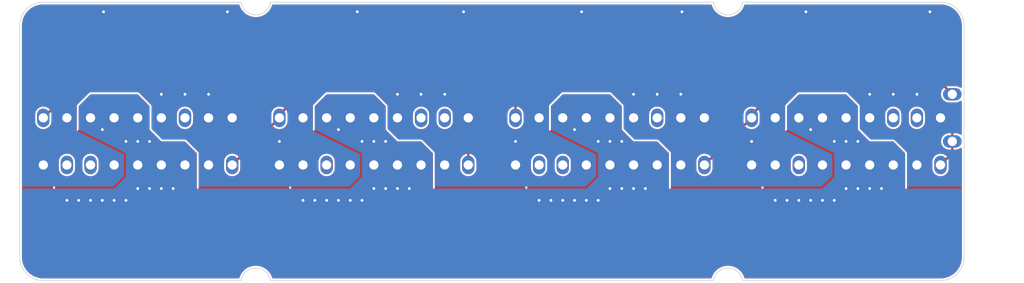
<source format=kicad_pcb>
(kicad_pcb (version 20171130) (host pcbnew 5.0.2+dfsg1-1)

  (general
    (thickness 1.6)
    (drawings 394)
    (tracks 169)
    (zones 0)
    (modules 9)
    (nets 17)
  )

  (page A4)
  (layers
    (0 F.Cu signal)
    (31 B.Cu signal)
    (32 B.Adhes user)
    (33 F.Adhes user)
    (34 B.Paste user)
    (35 F.Paste user)
    (36 B.SilkS user)
    (37 F.SilkS user)
    (38 B.Mask user)
    (39 F.Mask user)
    (40 Dwgs.User user)
    (41 Cmts.User user)
    (42 Eco1.User user)
    (43 Eco2.User user)
    (44 Edge.Cuts user)
    (45 Margin user)
    (46 B.CrtYd user)
    (47 F.CrtYd user)
    (48 B.Fab user)
    (49 F.Fab user)
  )

  (setup
    (last_trace_width 0.25)
    (trace_clearance 0.2)
    (zone_clearance 0.21)
    (zone_45_only no)
    (trace_min 0.2)
    (segment_width 0.2)
    (edge_width 0.15)
    (via_size 0.6)
    (via_drill 0.3)
    (via_min_size 0.4)
    (via_min_drill 0.3)
    (uvia_size 0.3)
    (uvia_drill 0.1)
    (uvias_allowed no)
    (uvia_min_size 0.2)
    (uvia_min_drill 0.1)
    (pcb_text_width 0.3)
    (pcb_text_size 1.5 1.5)
    (mod_edge_width 0.15)
    (mod_text_size 1 1)
    (mod_text_width 0.15)
    (pad_size 1.33 1.33)
    (pad_drill 1)
    (pad_to_mask_clearance 0.051)
    (solder_mask_min_width 0.25)
    (aux_axis_origin 0 0)
    (visible_elements FFFFFFFF)
    (pcbplotparams
      (layerselection 0x010f0_ffffffff)
      (usegerberextensions true)
      (usegerberattributes false)
      (usegerberadvancedattributes false)
      (creategerberjobfile false)
      (excludeedgelayer true)
      (linewidth 0.100000)
      (plotframeref false)
      (viasonmask false)
      (mode 1)
      (useauxorigin false)
      (hpglpennumber 1)
      (hpglpenspeed 20)
      (hpglpendiameter 15.000000)
      (psnegative false)
      (psa4output false)
      (plotreference true)
      (plotvalue true)
      (plotinvisibletext false)
      (padsonsilk false)
      (subtractmaskfromsilk false)
      (outputformat 1)
      (mirror false)
      (drillshape 0)
      (scaleselection 1)
      (outputdirectory "gerb/"))
  )

  (net 0 "")
  (net 1 GND)
  (net 2 VCC)
  (net 3 /uart_rx0)
  (net 4 "Net-(J7-Pad7)")
  (net 5 /uart_rx1)
  (net 6 "Net-(J8-Pad7)")
  (net 7 "Net-(J7-Pad8)")
  (net 8 "Net-(J6-Pad7)")
  (net 9 "Net-(J1-Pad7)")
  (net 10 "Net-(J2-Pad7)")
  (net 11 "Net-(J2-Pad8)")
  (net 12 "Net-(J3-Pad7)")
  (net 13 "Net-(J3-Pad8)")
  (net 14 "Net-(J4-Pad7)")
  (net 15 "Net-(J5-Pad7)")
  (net 16 "Net-(J6-Pad8)")

  (net_class Default "This is the default net class."
    (clearance 0.2)
    (trace_width 0.25)
    (via_dia 0.6)
    (via_drill 0.3)
    (uvia_dia 0.3)
    (uvia_drill 0.1)
    (add_net /uart_rx0)
    (add_net /uart_rx1)
    (add_net GND)
    (add_net "Net-(J1-Pad7)")
    (add_net "Net-(J2-Pad7)")
    (add_net "Net-(J2-Pad8)")
    (add_net "Net-(J3-Pad7)")
    (add_net "Net-(J3-Pad8)")
    (add_net "Net-(J4-Pad7)")
    (add_net "Net-(J5-Pad7)")
    (add_net "Net-(J6-Pad7)")
    (add_net "Net-(J6-Pad8)")
    (add_net "Net-(J7-Pad7)")
    (add_net "Net-(J7-Pad8)")
    (add_net "Net-(J8-Pad7)")
  )

  (net_class 3V3 ""
    (clearance 0.2)
    (trace_width 0.3)
    (via_dia 0.6)
    (via_drill 0.3)
    (uvia_dia 0.3)
    (uvia_drill 0.1)
  )

  (net_class Power ""
    (clearance 0.2)
    (trace_width 0.8)
    (via_dia 0.6)
    (via_drill 0.3)
    (uvia_dia 0.3)
    (uvia_drill 0.1)
    (add_net VCC)
  )

  (net_class PowerMosfet ""
    (clearance 0.2)
    (trace_width 0.8)
    (via_dia 0.8)
    (via_drill 0.4)
    (uvia_dia 0.3)
    (uvia_drill 0.1)
  )

  (module footprints:header-1x2 (layer F.Cu) (tedit 5D6697BE) (tstamp 5DA15C04)
    (at -374.65 74.93)
    (descr "Through hole straight socket strip, 1x09, 2.54mm pitch, single row (from Kicad 4.0.7), script generated")
    (tags "Through hole socket strip THT 1x09 2.54mm single row")
    (path /5D73B508)
    (fp_text reference "" (at 0 0) (layer F.SilkS)
      (effects (font (size 1.27 1.27) (thickness 0.15)))
    )
    (fp_text value Conn_01x02_Female (at 0 13.97) (layer F.Fab)
      (effects (font (size 1 1) (thickness 0.15)))
    )
    (pad 2 thru_hole oval (at 0 2.54) (size 2 1.33) (drill 1) (layers *.Cu *.Mask)
      (net 5 /uart_rx1))
    (pad 1 thru_hole oval (at 0 -2.54) (size 2 1.33) (drill 1) (layers *.Cu *.Mask)
      (net 3 /uart_rx0))
    (model ${KISYS3DMOD}/Connector_PinSocket_2.54mm.3dshapes/PinSocket_1x09_P2.54mm_Vertical.wrl
      (at (xyz 0 0 0))
      (scale (xyz 1 1 1))
      (rotate (xyz 0 0 0))
    )
  )

  (module footprints:header-1x9 (layer F.Cu) (tedit 5D644627) (tstamp 5D955F05)
    (at -462.28 74.93 90)
    (descr "Through hole straight socket strip, 1x09, 2.54mm pitch, single row (from Kicad 4.0.7), script generated")
    (tags "Through hole socket strip THT 1x09 2.54mm single row")
    (path /5D40479F)
    (fp_text reference "" (at 0 0 90) (layer F.SilkS)
      (effects (font (size 1.27 1.27) (thickness 0.15)))
    )
    (fp_text value Conn_01x07_Female (at 0 13.97 90) (layer F.Fab)
      (effects (font (size 1 1) (thickness 0.15)))
    )
    (fp_text user %R (at 0 0 180) (layer F.Fab)
      (effects (font (size 1 1) (thickness 0.15)))
    )
    (pad 9 thru_hole oval (at 0 10.16 90) (size 2 1.33) (drill 1) (layers *.Cu *.Mask)
      (net 1 GND))
    (pad 8 thru_hole oval (at 0 7.62 90) (size 2 1.33) (drill 1) (layers *.Cu *.Mask)
      (net 1 GND))
    (pad 7 thru_hole oval (at 0 5.08 90) (size 2 1.33) (drill 1) (layers *.Cu *.Mask)
      (net 9 "Net-(J1-Pad7)"))
    (pad 6 thru_hole oval (at 0 2.54 90) (size 2 1.33) (drill 1) (layers *.Cu *.Mask)
      (net 1 GND))
    (pad 5 thru_hole oval (at 0 0 90) (size 2 1.33) (drill 1) (layers *.Cu *.Mask)
      (net 2 VCC))
    (pad 4 thru_hole oval (at 0 -2.54 90) (size 2 1.33) (drill 1) (layers *.Cu *.Mask)
      (net 2 VCC))
    (pad 3 thru_hole oval (at 0 -5.08 90) (size 2 1.33) (drill 1) (layers *.Cu *.Mask)
      (net 2 VCC))
    (pad 2 thru_hole oval (at 0 -7.62 90) (size 2 1.33) (drill 1) (layers *.Cu *.Mask)
      (net 1 GND))
    (pad 1 thru_hole oval (at 0 -10.16 90) (size 2 1.33) (drill 1) (layers *.Cu *.Mask)
      (net 3 /uart_rx0))
    (model ${KISYS3DMOD}/Connector_PinSocket_2.54mm.3dshapes/PinSocket_1x09_P2.54mm_Vertical.wrl
      (at (xyz 0 0 0))
      (scale (xyz 1 1 1))
      (rotate (xyz 0 0 0))
    )
  )

  (module footprints:header-1x9 (layer F.Cu) (tedit 5D644627) (tstamp 5D956753)
    (at -462.28 80.01 270)
    (descr "Through hole straight socket strip, 1x09, 2.54mm pitch, single row (from Kicad 4.0.7), script generated")
    (tags "Through hole socket strip THT 1x09 2.54mm single row")
    (path /5D6AE1EB)
    (fp_text reference "" (at 0 0 270) (layer F.SilkS)
      (effects (font (size 1.27 1.27) (thickness 0.15)))
    )
    (fp_text value Conn_01x07_Female (at 0 13.97 270) (layer F.Fab)
      (effects (font (size 1 1) (thickness 0.15)))
    )
    (fp_text user %R (at 0 0) (layer F.Fab)
      (effects (font (size 1 1) (thickness 0.15)))
    )
    (pad 1 thru_hole oval (at 0 -10.16 270) (size 2 1.33) (drill 1) (layers *.Cu *.Mask)
      (net 3 /uart_rx0))
    (pad 2 thru_hole oval (at 0 -7.62 270) (size 2 1.33) (drill 1) (layers *.Cu *.Mask)
      (net 1 GND))
    (pad 3 thru_hole oval (at 0 -5.08 270) (size 2 1.33) (drill 1) (layers *.Cu *.Mask)
      (net 2 VCC))
    (pad 4 thru_hole oval (at 0 -2.54 270) (size 2 1.33) (drill 1) (layers *.Cu *.Mask)
      (net 2 VCC))
    (pad 5 thru_hole oval (at 0 0 270) (size 2 1.33) (drill 1) (layers *.Cu *.Mask)
      (net 2 VCC))
    (pad 6 thru_hole oval (at 0 2.54 270) (size 2 1.33) (drill 1) (layers *.Cu *.Mask)
      (net 1 GND))
    (pad 7 thru_hole oval (at 0 5.08 270) (size 2 1.33) (drill 1) (layers *.Cu *.Mask)
      (net 10 "Net-(J2-Pad7)"))
    (pad 8 thru_hole oval (at 0 7.62 270) (size 2 1.33) (drill 1) (layers *.Cu *.Mask)
      (net 11 "Net-(J2-Pad8)"))
    (pad 9 thru_hole oval (at 0 10.16 270) (size 2 1.33) (drill 1) (layers *.Cu *.Mask)
      (net 1 GND))
    (model ${KISYS3DMOD}/Connector_PinSocket_2.54mm.3dshapes/PinSocket_1x09_P2.54mm_Vertical.wrl
      (at (xyz 0 0 0))
      (scale (xyz 1 1 1))
      (rotate (xyz 0 0 0))
    )
  )

  (module footprints:header-1x9 (layer F.Cu) (tedit 5D644627) (tstamp 5D9543F6)
    (at -436.88 74.93 90)
    (descr "Through hole straight socket strip, 1x09, 2.54mm pitch, single row (from Kicad 4.0.7), script generated")
    (tags "Through hole socket strip THT 1x09 2.54mm single row")
    (path /5D680335)
    (fp_text reference "" (at 0 0 90) (layer F.SilkS)
      (effects (font (size 1.27 1.27) (thickness 0.15)))
    )
    (fp_text value Conn_01x07_Female (at 0 13.97 90) (layer F.Fab)
      (effects (font (size 1 1) (thickness 0.15)))
    )
    (fp_text user %R (at 0 0 180) (layer F.Fab)
      (effects (font (size 1 1) (thickness 0.15)))
    )
    (pad 1 thru_hole oval (at 0 -10.16 90) (size 2 1.33) (drill 1) (layers *.Cu *.Mask)
      (net 3 /uart_rx0))
    (pad 2 thru_hole oval (at 0 -7.62 90) (size 2 1.33) (drill 1) (layers *.Cu *.Mask)
      (net 1 GND))
    (pad 3 thru_hole oval (at 0 -5.08 90) (size 2 1.33) (drill 1) (layers *.Cu *.Mask)
      (net 2 VCC))
    (pad 4 thru_hole oval (at 0 -2.54 90) (size 2 1.33) (drill 1) (layers *.Cu *.Mask)
      (net 2 VCC))
    (pad 5 thru_hole oval (at 0 0 90) (size 2 1.33) (drill 1) (layers *.Cu *.Mask)
      (net 2 VCC))
    (pad 6 thru_hole oval (at 0 2.54 90) (size 2 1.33) (drill 1) (layers *.Cu *.Mask)
      (net 1 GND))
    (pad 7 thru_hole oval (at 0 5.08 90) (size 2 1.33) (drill 1) (layers *.Cu *.Mask)
      (net 12 "Net-(J3-Pad7)"))
    (pad 8 thru_hole oval (at 0 7.62 90) (size 2 1.33) (drill 1) (layers *.Cu *.Mask)
      (net 13 "Net-(J3-Pad8)"))
    (pad 9 thru_hole oval (at 0 10.16 90) (size 2 1.33) (drill 1) (layers *.Cu *.Mask)
      (net 1 GND))
    (model ${KISYS3DMOD}/Connector_PinSocket_2.54mm.3dshapes/PinSocket_1x09_P2.54mm_Vertical.wrl
      (at (xyz 0 0 0))
      (scale (xyz 1 1 1))
      (rotate (xyz 0 0 0))
    )
  )

  (module footprints:header-1x9 (layer F.Cu) (tedit 5D644627) (tstamp 5D958EAB)
    (at -436.88 80.01 270)
    (descr "Through hole straight socket strip, 1x09, 2.54mm pitch, single row (from Kicad 4.0.7), script generated")
    (tags "Through hole socket strip THT 1x09 2.54mm single row")
    (path /5D6AE213)
    (fp_text reference "" (at 0 0 270) (layer F.SilkS)
      (effects (font (size 1.27 1.27) (thickness 0.15)))
    )
    (fp_text value Conn_01x07_Female (at 0 13.97 270) (layer F.Fab)
      (effects (font (size 1 1) (thickness 0.15)))
    )
    (fp_text user %R (at 0 0) (layer F.Fab)
      (effects (font (size 1 1) (thickness 0.15)))
    )
    (pad 9 thru_hole oval (at 0 10.16 270) (size 2 1.33) (drill 1) (layers *.Cu *.Mask)
      (net 1 GND))
    (pad 8 thru_hole oval (at 0 7.62 270) (size 2 1.33) (drill 1) (layers *.Cu *.Mask)
      (net 1 GND))
    (pad 7 thru_hole oval (at 0 5.08 270) (size 2 1.33) (drill 1) (layers *.Cu *.Mask)
      (net 14 "Net-(J4-Pad7)"))
    (pad 6 thru_hole oval (at 0 2.54 270) (size 2 1.33) (drill 1) (layers *.Cu *.Mask)
      (net 1 GND))
    (pad 5 thru_hole oval (at 0 0 270) (size 2 1.33) (drill 1) (layers *.Cu *.Mask)
      (net 2 VCC))
    (pad 4 thru_hole oval (at 0 -2.54 270) (size 2 1.33) (drill 1) (layers *.Cu *.Mask)
      (net 2 VCC))
    (pad 3 thru_hole oval (at 0 -5.08 270) (size 2 1.33) (drill 1) (layers *.Cu *.Mask)
      (net 2 VCC))
    (pad 2 thru_hole oval (at 0 -7.62 270) (size 2 1.33) (drill 1) (layers *.Cu *.Mask)
      (net 1 GND))
    (pad 1 thru_hole oval (at 0 -10.16 270) (size 2 1.33) (drill 1) (layers *.Cu *.Mask)
      (net 3 /uart_rx0))
    (model ${KISYS3DMOD}/Connector_PinSocket_2.54mm.3dshapes/PinSocket_1x09_P2.54mm_Vertical.wrl
      (at (xyz 0 0 0))
      (scale (xyz 1 1 1))
      (rotate (xyz 0 0 0))
    )
  )

  (module footprints:header-1x9 (layer F.Cu) (tedit 5D644627) (tstamp 5D954422)
    (at -411.48 74.93 90)
    (descr "Through hole straight socket strip, 1x09, 2.54mm pitch, single row (from Kicad 4.0.7), script generated")
    (tags "Through hole socket strip THT 1x09 2.54mm single row")
    (path /5D680379)
    (fp_text reference "" (at 0 0 90) (layer F.SilkS)
      (effects (font (size 1.27 1.27) (thickness 0.15)))
    )
    (fp_text value Conn_01x07_Female (at 0 13.97 90) (layer F.Fab)
      (effects (font (size 1 1) (thickness 0.15)))
    )
    (fp_text user %R (at 0 0 180) (layer F.Fab)
      (effects (font (size 1 1) (thickness 0.15)))
    )
    (pad 1 thru_hole oval (at 0 -10.16 90) (size 2 1.33) (drill 1) (layers *.Cu *.Mask)
      (net 5 /uart_rx1))
    (pad 2 thru_hole oval (at 0 -7.62 90) (size 2 1.33) (drill 1) (layers *.Cu *.Mask)
      (net 1 GND))
    (pad 3 thru_hole oval (at 0 -5.08 90) (size 2 1.33) (drill 1) (layers *.Cu *.Mask)
      (net 2 VCC))
    (pad 4 thru_hole oval (at 0 -2.54 90) (size 2 1.33) (drill 1) (layers *.Cu *.Mask)
      (net 2 VCC))
    (pad 5 thru_hole oval (at 0 0 90) (size 2 1.33) (drill 1) (layers *.Cu *.Mask)
      (net 2 VCC))
    (pad 6 thru_hole oval (at 0 2.54 90) (size 2 1.33) (drill 1) (layers *.Cu *.Mask)
      (net 1 GND))
    (pad 7 thru_hole oval (at 0 5.08 90) (size 2 1.33) (drill 1) (layers *.Cu *.Mask)
      (net 15 "Net-(J5-Pad7)"))
    (pad 8 thru_hole oval (at 0 7.62 90) (size 2 1.33) (drill 1) (layers *.Cu *.Mask)
      (net 1 GND))
    (pad 9 thru_hole oval (at 0 10.16 90) (size 2 1.33) (drill 1) (layers *.Cu *.Mask)
      (net 1 GND))
    (model ${KISYS3DMOD}/Connector_PinSocket_2.54mm.3dshapes/PinSocket_1x09_P2.54mm_Vertical.wrl
      (at (xyz 0 0 0))
      (scale (xyz 1 1 1))
      (rotate (xyz 0 0 0))
    )
  )

  (module footprints:header-1x9 (layer F.Cu) (tedit 5D644627) (tstamp 5D954430)
    (at -411.48 80.01 270)
    (descr "Through hole straight socket strip, 1x09, 2.54mm pitch, single row (from Kicad 4.0.7), script generated")
    (tags "Through hole socket strip THT 1x09 2.54mm single row")
    (path /5D6AE219)
    (fp_text reference "" (at 0 0 270) (layer F.SilkS)
      (effects (font (size 1.27 1.27) (thickness 0.15)))
    )
    (fp_text value Conn_01x07_Female (at 0 13.97 270) (layer F.Fab)
      (effects (font (size 1 1) (thickness 0.15)))
    )
    (fp_text user %R (at 0 0) (layer F.Fab)
      (effects (font (size 1 1) (thickness 0.15)))
    )
    (pad 1 thru_hole oval (at 0 -10.16 270) (size 2 1.33) (drill 1) (layers *.Cu *.Mask)
      (net 5 /uart_rx1))
    (pad 2 thru_hole oval (at 0 -7.62 270) (size 2 1.33) (drill 1) (layers *.Cu *.Mask)
      (net 1 GND))
    (pad 3 thru_hole oval (at 0 -5.08 270) (size 2 1.33) (drill 1) (layers *.Cu *.Mask)
      (net 2 VCC))
    (pad 4 thru_hole oval (at 0 -2.54 270) (size 2 1.33) (drill 1) (layers *.Cu *.Mask)
      (net 2 VCC))
    (pad 5 thru_hole oval (at 0 0 270) (size 2 1.33) (drill 1) (layers *.Cu *.Mask)
      (net 2 VCC))
    (pad 6 thru_hole oval (at 0 2.54 270) (size 2 1.33) (drill 1) (layers *.Cu *.Mask)
      (net 1 GND))
    (pad 7 thru_hole oval (at 0 5.08 270) (size 2 1.33) (drill 1) (layers *.Cu *.Mask)
      (net 8 "Net-(J6-Pad7)"))
    (pad 8 thru_hole oval (at 0 7.62 270) (size 2 1.33) (drill 1) (layers *.Cu *.Mask)
      (net 16 "Net-(J6-Pad8)"))
    (pad 9 thru_hole oval (at 0 10.16 270) (size 2 1.33) (drill 1) (layers *.Cu *.Mask)
      (net 1 GND))
    (model ${KISYS3DMOD}/Connector_PinSocket_2.54mm.3dshapes/PinSocket_1x09_P2.54mm_Vertical.wrl
      (at (xyz 0 0 0))
      (scale (xyz 1 1 1))
      (rotate (xyz 0 0 0))
    )
  )

  (module footprints:header-1x9 (layer F.Cu) (tedit 5D644627) (tstamp 5D954446)
    (at -386.08 74.93 90)
    (descr "Through hole straight socket strip, 1x09, 2.54mm pitch, single row (from Kicad 4.0.7), script generated")
    (tags "Through hole socket strip THT 1x09 2.54mm single row")
    (path /5D6803E5)
    (fp_text reference "" (at 0 0 90) (layer F.SilkS)
      (effects (font (size 1.27 1.27) (thickness 0.15)))
    )
    (fp_text value Conn_01x07_Female (at 0 13.97 90) (layer F.Fab)
      (effects (font (size 1 1) (thickness 0.15)))
    )
    (fp_text user %R (at 0 0 180) (layer F.Fab)
      (effects (font (size 1 1) (thickness 0.15)))
    )
    (pad 9 thru_hole oval (at 0 10.16 90) (size 2 1.33) (drill 1) (layers *.Cu *.Mask)
      (net 1 GND))
    (pad 8 thru_hole oval (at 0 7.62 90) (size 2 1.33) (drill 1) (layers *.Cu *.Mask)
      (net 7 "Net-(J7-Pad8)"))
    (pad 7 thru_hole oval (at 0 5.08 90) (size 2 1.33) (drill 1) (layers *.Cu *.Mask)
      (net 4 "Net-(J7-Pad7)"))
    (pad 6 thru_hole oval (at 0 2.54 90) (size 2 1.33) (drill 1) (layers *.Cu *.Mask)
      (net 1 GND))
    (pad 5 thru_hole oval (at 0 0 90) (size 2 1.33) (drill 1) (layers *.Cu *.Mask)
      (net 2 VCC))
    (pad 4 thru_hole oval (at 0 -2.54 90) (size 2 1.33) (drill 1) (layers *.Cu *.Mask)
      (net 2 VCC))
    (pad 3 thru_hole oval (at 0 -5.08 90) (size 2 1.33) (drill 1) (layers *.Cu *.Mask)
      (net 2 VCC))
    (pad 2 thru_hole oval (at 0 -7.62 90) (size 2 1.33) (drill 1) (layers *.Cu *.Mask)
      (net 1 GND))
    (pad 1 thru_hole oval (at 0 -10.16 90) (size 2 1.33) (drill 1) (layers *.Cu *.Mask)
      (net 5 /uart_rx1))
    (model ${KISYS3DMOD}/Connector_PinSocket_2.54mm.3dshapes/PinSocket_1x09_P2.54mm_Vertical.wrl
      (at (xyz 0 0 0))
      (scale (xyz 1 1 1))
      (rotate (xyz 0 0 0))
    )
  )

  (module footprints:header-1x9 (layer F.Cu) (tedit 5D644627) (tstamp 5D954454)
    (at -386.08 80.01 270)
    (descr "Through hole straight socket strip, 1x09, 2.54mm pitch, single row (from Kicad 4.0.7), script generated")
    (tags "Through hole socket strip THT 1x09 2.54mm single row")
    (path /5D6AE21F)
    (fp_text reference "" (at 0 0 270) (layer F.SilkS)
      (effects (font (size 1.27 1.27) (thickness 0.15)))
    )
    (fp_text value Conn_01x07_Female (at 0 13.97 270) (layer F.Fab)
      (effects (font (size 1 1) (thickness 0.15)))
    )
    (fp_text user %R (at 0 0) (layer F.Fab)
      (effects (font (size 1 1) (thickness 0.15)))
    )
    (pad 1 thru_hole oval (at 0 -10.16 270) (size 2 1.33) (drill 1) (layers *.Cu *.Mask)
      (net 5 /uart_rx1))
    (pad 2 thru_hole oval (at 0 -7.62 270) (size 2 1.33) (drill 1) (layers *.Cu *.Mask)
      (net 1 GND))
    (pad 3 thru_hole oval (at 0 -5.08 270) (size 2 1.33) (drill 1) (layers *.Cu *.Mask)
      (net 2 VCC))
    (pad 4 thru_hole oval (at 0 -2.54 270) (size 2 1.33) (drill 1) (layers *.Cu *.Mask)
      (net 2 VCC))
    (pad 5 thru_hole oval (at 0 0 270) (size 2 1.33) (drill 1) (layers *.Cu *.Mask)
      (net 2 VCC))
    (pad 6 thru_hole oval (at 0 2.54 270) (size 2 1.33) (drill 1) (layers *.Cu *.Mask)
      (net 1 GND))
    (pad 7 thru_hole oval (at 0 5.08 270) (size 2 1.33) (drill 1) (layers *.Cu *.Mask)
      (net 6 "Net-(J8-Pad7)"))
    (pad 8 thru_hole oval (at 0 7.62 270) (size 2 1.33) (drill 1) (layers *.Cu *.Mask)
      (net 1 GND))
    (pad 9 thru_hole oval (at 0 10.16 270) (size 2 1.33) (drill 1) (layers *.Cu *.Mask)
      (net 1 GND))
    (model ${KISYS3DMOD}/Connector_PinSocket_2.54mm.3dshapes/PinSocket_1x09_P2.54mm_Vertical.wrl
      (at (xyz 0 0 0))
      (scale (xyz 1 1 1))
      (rotate (xyz 0 0 0))
    )
  )

  (gr_line (start -451.159749 62.469882) (end -472.440103 62.469882) (layer Edge.Cuts) (width 0.070186))
  (gr_line (start -451.147037 62.542519) (end -451.159749 62.469882) (layer Edge.Cuts) (width 0.070186))
  (gr_line (start -451.131166 62.613895) (end -451.147037 62.542519) (layer Edge.Cuts) (width 0.070186))
  (gr_line (start -451.112216 62.683942) (end -451.131166 62.613895) (layer Edge.Cuts) (width 0.070186))
  (gr_line (start -451.090266 62.752592) (end -451.112216 62.683942) (layer Edge.Cuts) (width 0.070186))
  (gr_line (start -451.065396 62.819776) (end -451.090266 62.752592) (layer Edge.Cuts) (width 0.070186))
  (gr_line (start -451.037685 62.885426) (end -451.065396 62.819776) (layer Edge.Cuts) (width 0.070186))
  (gr_line (start -451.007212 62.949474) (end -451.037685 62.885426) (layer Edge.Cuts) (width 0.070186))
  (gr_line (start -450.974056 63.011851) (end -451.007212 62.949474) (layer Edge.Cuts) (width 0.070186))
  (gr_line (start -450.938298 63.07249) (end -450.974056 63.011851) (layer Edge.Cuts) (width 0.070186))
  (gr_line (start -450.900016 63.131321) (end -450.938298 63.07249) (layer Edge.Cuts) (width 0.070186))
  (gr_line (start -450.85929 63.188276) (end -450.900016 63.131321) (layer Edge.Cuts) (width 0.070186))
  (gr_line (start -450.816199 63.243287) (end -450.85929 63.188276) (layer Edge.Cuts) (width 0.070186))
  (gr_line (start -450.770823 63.296286) (end -450.816199 63.243287) (layer Edge.Cuts) (width 0.070186))
  (gr_line (start -450.72324 63.347204) (end -450.770823 63.296286) (layer Edge.Cuts) (width 0.070186))
  (gr_line (start -450.673531 63.395972) (end -450.72324 63.347204) (layer Edge.Cuts) (width 0.070186))
  (gr_line (start -450.621774 63.442524) (end -450.673531 63.395972) (layer Edge.Cuts) (width 0.070186))
  (gr_line (start -450.56805 63.48679) (end -450.621774 63.442524) (layer Edge.Cuts) (width 0.070186))
  (gr_line (start -450.512437 63.528701) (end -450.56805 63.48679) (layer Edge.Cuts) (width 0.070186))
  (gr_line (start -450.455014 63.56819) (end -450.512437 63.528701) (layer Edge.Cuts) (width 0.070186))
  (gr_line (start -450.395862 63.605188) (end -450.455014 63.56819) (layer Edge.Cuts) (width 0.070186))
  (gr_line (start -450.33506 63.639628) (end -450.395862 63.605188) (layer Edge.Cuts) (width 0.070186))
  (gr_line (start -450.272686 63.671439) (end -450.33506 63.639628) (layer Edge.Cuts) (width 0.070186))
  (gr_line (start -450.20882 63.700555) (end -450.272686 63.671439) (layer Edge.Cuts) (width 0.070186))
  (gr_line (start -450.143543 63.726906) (end -450.20882 63.700555) (layer Edge.Cuts) (width 0.070186))
  (gr_line (start -450.076932 63.750425) (end -450.143543 63.726906) (layer Edge.Cuts) (width 0.070186))
  (gr_line (start -450.009067 63.771043) (end -450.076932 63.750425) (layer Edge.Cuts) (width 0.070186))
  (gr_line (start -449.940029 63.788692) (end -450.009067 63.771043) (layer Edge.Cuts) (width 0.070186))
  (gr_line (start -449.869895 63.803304) (end -449.940029 63.788692) (layer Edge.Cuts) (width 0.070186))
  (gr_line (start -449.798746 63.814809) (end -449.869895 63.803304) (layer Edge.Cuts) (width 0.070186))
  (gr_line (start -449.726661 63.82314) (end -449.798746 63.814809) (layer Edge.Cuts) (width 0.070186))
  (gr_line (start -449.653719 63.828228) (end -449.726661 63.82314) (layer Edge.Cuts) (width 0.070186))
  (gr_line (start -449.58 63.830006) (end -449.653719 63.828228) (layer Edge.Cuts) (width 0.070186))
  (gr_line (start -449.506262 63.82825) (end -449.58 63.830006) (layer Edge.Cuts) (width 0.070186))
  (gr_line (start -449.433302 63.823182) (end -449.506262 63.82825) (layer Edge.Cuts) (width 0.070186))
  (gr_line (start -449.361197 63.81487) (end -449.433302 63.823182) (layer Edge.Cuts) (width 0.070186))
  (gr_line (start -449.290028 63.803381) (end -449.361197 63.81487) (layer Edge.Cuts) (width 0.070186))
  (gr_line (start -449.219874 63.788785) (end -449.290028 63.803381) (layer Edge.Cuts) (width 0.070186))
  (gr_line (start -449.150815 63.77115) (end -449.219874 63.788785) (layer Edge.Cuts) (width 0.070186))
  (gr_line (start -449.08293 63.750545) (end -449.150815 63.77115) (layer Edge.Cuts) (width 0.070186))
  (gr_line (start -449.016299 63.727036) (end -449.08293 63.750545) (layer Edge.Cuts) (width 0.070186))
  (gr_line (start -448.951 63.700694) (end -449.016299 63.727036) (layer Edge.Cuts) (width 0.070186))
  (gr_line (start -448.887114 63.671586) (end -448.951 63.700694) (layer Edge.Cuts) (width 0.070186))
  (gr_line (start -448.824719 63.639781) (end -448.887114 63.671586) (layer Edge.Cuts) (width 0.070186))
  (gr_line (start -448.763896 63.605346) (end -448.824719 63.639781) (layer Edge.Cuts) (width 0.070186))
  (gr_line (start -448.704724 63.568352) (end -448.763896 63.605346) (layer Edge.Cuts) (width 0.070186))
  (gr_line (start -448.647282 63.528865) (end -448.704724 63.568352) (layer Edge.Cuts) (width 0.070186))
  (gr_line (start -448.591649 63.486954) (end -448.647282 63.528865) (layer Edge.Cuts) (width 0.070186))
  (gr_line (start -448.537905 63.442688) (end -448.591649 63.486954) (layer Edge.Cuts) (width 0.070186))
  (gr_line (start -448.48613 63.396135) (end -448.537905 63.442688) (layer Edge.Cuts) (width 0.070186))
  (gr_line (start -448.436403 63.347363) (end -448.48613 63.396135) (layer Edge.Cuts) (width 0.070186))
  (gr_line (start -448.388803 63.29644) (end -448.436403 63.347363) (layer Edge.Cuts) (width 0.070186))
  (gr_line (start -448.343409 63.243436) (end -448.388803 63.29644) (layer Edge.Cuts) (width 0.070186))
  (gr_line (start -448.300302 63.188418) (end -448.343409 63.243436) (layer Edge.Cuts) (width 0.070186))
  (gr_line (start -448.259561 63.131455) (end -448.300302 63.188418) (layer Edge.Cuts) (width 0.070186))
  (gr_line (start -448.221264 63.072616) (end -448.259561 63.131455) (layer Edge.Cuts) (width 0.070186))
  (gr_line (start -448.185493 63.011967) (end -448.221264 63.072616) (layer Edge.Cuts) (width 0.070186))
  (gr_line (start -448.152325 62.949579) (end -448.185493 63.011967) (layer Edge.Cuts) (width 0.070186))
  (gr_line (start -448.12184 62.885519) (end -448.152325 62.949579) (layer Edge.Cuts) (width 0.070186))
  (gr_line (start -448.094119 62.819856) (end -448.12184 62.885519) (layer Edge.Cuts) (width 0.070186))
  (gr_line (start -448.06924 62.752658) (end -448.094119 62.819856) (layer Edge.Cuts) (width 0.070186))
  (gr_line (start -448.047282 62.683993) (end -448.06924 62.752658) (layer Edge.Cuts) (width 0.070186))
  (gr_line (start -448.028326 62.61393) (end -448.047282 62.683993) (layer Edge.Cuts) (width 0.070186))
  (gr_line (start -448.01245 62.542537) (end -448.028326 62.61393) (layer Edge.Cuts) (width 0.070186))
  (gr_line (start -447.999734 62.469882) (end -448.01245 62.542537) (layer Edge.Cuts) (width 0.070186))
  (gr_line (start -400.359749 62.469882) (end -447.999734 62.469882) (layer Edge.Cuts) (width 0.070186))
  (gr_line (start -400.347037 62.542519) (end -400.359749 62.469882) (layer Edge.Cuts) (width 0.070186))
  (gr_line (start -400.331166 62.613895) (end -400.347037 62.542519) (layer Edge.Cuts) (width 0.070186))
  (gr_line (start -400.312216 62.683942) (end -400.331166 62.613895) (layer Edge.Cuts) (width 0.070186))
  (gr_line (start -400.290266 62.752592) (end -400.312216 62.683942) (layer Edge.Cuts) (width 0.070186))
  (gr_line (start -400.265396 62.819776) (end -400.290266 62.752592) (layer Edge.Cuts) (width 0.070186))
  (gr_line (start -400.237685 62.885426) (end -400.265396 62.819776) (layer Edge.Cuts) (width 0.070186))
  (gr_line (start -400.207212 62.949474) (end -400.237685 62.885426) (layer Edge.Cuts) (width 0.070186))
  (gr_line (start -400.174057 63.011851) (end -400.207212 62.949474) (layer Edge.Cuts) (width 0.070186))
  (gr_line (start -400.138299 63.07249) (end -400.174057 63.011851) (layer Edge.Cuts) (width 0.070186))
  (gr_line (start -400.100017 63.13132) (end -400.138299 63.07249) (layer Edge.Cuts) (width 0.070186))
  (gr_line (start -400.059291 63.188276) (end -400.100017 63.13132) (layer Edge.Cuts) (width 0.070186))
  (gr_line (start -400.0162 63.243287) (end -400.059291 63.188276) (layer Edge.Cuts) (width 0.070186))
  (gr_line (start -399.970823 63.296285) (end -400.0162 63.243287) (layer Edge.Cuts) (width 0.070186))
  (gr_line (start -399.923241 63.347203) (end -399.970823 63.296285) (layer Edge.Cuts) (width 0.070186))
  (gr_line (start -399.873532 63.395972) (end -399.923241 63.347203) (layer Edge.Cuts) (width 0.070186))
  (gr_line (start -399.821775 63.442524) (end -399.873532 63.395972) (layer Edge.Cuts) (width 0.070186))
  (gr_line (start -399.768051 63.486789) (end -399.821775 63.442524) (layer Edge.Cuts) (width 0.070186))
  (gr_line (start -399.712438 63.528701) (end -399.768051 63.486789) (layer Edge.Cuts) (width 0.070186))
  (gr_line (start -399.655015 63.56819) (end -399.712438 63.528701) (layer Edge.Cuts) (width 0.070186))
  (gr_line (start -399.595863 63.605188) (end -399.655015 63.56819) (layer Edge.Cuts) (width 0.070186))
  (gr_line (start -399.535061 63.639627) (end -399.595863 63.605188) (layer Edge.Cuts) (width 0.070186))
  (gr_line (start -399.472687 63.671439) (end -399.535061 63.639627) (layer Edge.Cuts) (width 0.070186))
  (gr_line (start -399.408821 63.700555) (end -399.472687 63.671439) (layer Edge.Cuts) (width 0.070186))
  (gr_line (start -399.343544 63.726906) (end -399.408821 63.700555) (layer Edge.Cuts) (width 0.070186))
  (gr_line (start -399.276933 63.750425) (end -399.343544 63.726906) (layer Edge.Cuts) (width 0.070186))
  (gr_line (start -399.209068 63.771043) (end -399.276933 63.750425) (layer Edge.Cuts) (width 0.070186))
  (gr_line (start -399.14003 63.788692) (end -399.209068 63.771043) (layer Edge.Cuts) (width 0.070186))
  (gr_line (start -399.069896 63.803304) (end -399.14003 63.788692) (layer Edge.Cuts) (width 0.070186))
  (gr_line (start -398.998747 63.814809) (end -399.069896 63.803304) (layer Edge.Cuts) (width 0.070186))
  (gr_line (start -398.926662 63.82314) (end -398.998747 63.814809) (layer Edge.Cuts) (width 0.070186))
  (gr_line (start -398.85372 63.828228) (end -398.926662 63.82314) (layer Edge.Cuts) (width 0.070186))
  (gr_line (start -398.780001 63.830006) (end -398.85372 63.828228) (layer Edge.Cuts) (width 0.070186))
  (gr_line (start -398.706263 63.82825) (end -398.780001 63.830006) (layer Edge.Cuts) (width 0.070186))
  (gr_line (start -398.633302 63.823182) (end -398.706263 63.82825) (layer Edge.Cuts) (width 0.070186))
  (gr_line (start -398.561198 63.81487) (end -398.633302 63.823182) (layer Edge.Cuts) (width 0.070186))
  (gr_line (start -398.490029 63.803381) (end -398.561198 63.81487) (layer Edge.Cuts) (width 0.070186))
  (gr_line (start -398.419875 63.788785) (end -398.490029 63.803381) (layer Edge.Cuts) (width 0.070186))
  (gr_line (start -398.350816 63.77115) (end -398.419875 63.788785) (layer Edge.Cuts) (width 0.070186))
  (gr_line (start -398.282931 63.750545) (end -398.350816 63.77115) (layer Edge.Cuts) (width 0.070186))
  (gr_line (start -398.216299 63.727036) (end -398.282931 63.750545) (layer Edge.Cuts) (width 0.070186))
  (gr_line (start -398.151001 63.700694) (end -398.216299 63.727036) (layer Edge.Cuts) (width 0.070186))
  (gr_line (start -398.087114 63.671586) (end -398.151001 63.700694) (layer Edge.Cuts) (width 0.070186))
  (gr_line (start -398.02472 63.639781) (end -398.087114 63.671586) (layer Edge.Cuts) (width 0.070186))
  (gr_line (start -397.963897 63.605346) (end -398.02472 63.639781) (layer Edge.Cuts) (width 0.070186))
  (gr_line (start -397.904724 63.568352) (end -397.963897 63.605346) (layer Edge.Cuts) (width 0.070186))
  (gr_line (start -397.847282 63.528865) (end -397.904724 63.568352) (layer Edge.Cuts) (width 0.070186))
  (gr_line (start -397.791649 63.486954) (end -397.847282 63.528865) (layer Edge.Cuts) (width 0.070186))
  (gr_line (start -397.737906 63.442688) (end -397.791649 63.486954) (layer Edge.Cuts) (width 0.070186))
  (gr_line (start -397.686131 63.396135) (end -397.737906 63.442688) (layer Edge.Cuts) (width 0.070186))
  (gr_line (start -397.636403 63.347363) (end -397.686131 63.396135) (layer Edge.Cuts) (width 0.070186))
  (gr_line (start -397.588803 63.29644) (end -397.636403 63.347363) (layer Edge.Cuts) (width 0.070186))
  (gr_line (start -397.54341 63.243436) (end -397.588803 63.29644) (layer Edge.Cuts) (width 0.070186))
  (gr_line (start -397.500303 63.188418) (end -397.54341 63.243436) (layer Edge.Cuts) (width 0.070186))
  (gr_line (start -397.459561 63.131455) (end -397.500303 63.188418) (layer Edge.Cuts) (width 0.070186))
  (gr_line (start -397.421265 63.072616) (end -397.459561 63.131455) (layer Edge.Cuts) (width 0.070186))
  (gr_line (start -397.385493 63.011967) (end -397.421265 63.072616) (layer Edge.Cuts) (width 0.070186))
  (gr_line (start -397.352326 62.949579) (end -397.385493 63.011967) (layer Edge.Cuts) (width 0.070186))
  (gr_line (start -397.321841 62.885519) (end -397.352326 62.949579) (layer Edge.Cuts) (width 0.070186))
  (gr_line (start -397.29412 62.819856) (end -397.321841 62.885519) (layer Edge.Cuts) (width 0.070186))
  (gr_line (start -397.26924 62.752658) (end -397.29412 62.819856) (layer Edge.Cuts) (width 0.070186))
  (gr_line (start -397.247283 62.683993) (end -397.26924 62.752658) (layer Edge.Cuts) (width 0.070186))
  (gr_line (start -397.228326 62.61393) (end -397.247283 62.683993) (layer Edge.Cuts) (width 0.070186))
  (gr_line (start -397.21245 62.542537) (end -397.228326 62.61393) (layer Edge.Cuts) (width 0.070186))
  (gr_line (start -397.199735 62.469882) (end -397.21245 62.542537) (layer Edge.Cuts) (width 0.070186))
  (gr_line (start -375.919898 62.469882) (end -397.199735 62.469882) (layer Edge.Cuts) (width 0.070186))
  (gr_line (start -375.788807 62.473175) (end -375.919898 62.469882) (layer Edge.Cuts) (width 0.070186))
  (gr_line (start -375.659481 62.482947) (end -375.788807 62.473175) (layer Edge.Cuts) (width 0.070186))
  (gr_line (start -375.532077 62.499042) (end -375.659481 62.482947) (layer Edge.Cuts) (width 0.070186))
  (gr_line (start -375.406753 62.521303) (end -375.532077 62.499042) (layer Edge.Cuts) (width 0.070186))
  (gr_line (start -375.283665 62.549572) (end -375.406753 62.521303) (layer Edge.Cuts) (width 0.070186))
  (gr_line (start -375.162971 62.583693) (end -375.283665 62.549572) (layer Edge.Cuts) (width 0.070186))
  (gr_line (start -375.044828 62.623508) (end -375.162971 62.583693) (layer Edge.Cuts) (width 0.070186))
  (gr_line (start -374.929394 62.668859) (end -375.044828 62.623508) (layer Edge.Cuts) (width 0.070186))
  (gr_line (start -374.816824 62.719591) (end -374.929394 62.668859) (layer Edge.Cuts) (width 0.070186))
  (gr_line (start -374.707277 62.775545) (end -374.816824 62.719591) (layer Edge.Cuts) (width 0.070186))
  (gr_line (start -374.600909 62.836565) (end -374.707277 62.775545) (layer Edge.Cuts) (width 0.070186))
  (gr_line (start -374.497878 62.902493) (end -374.600909 62.836565) (layer Edge.Cuts) (width 0.070186))
  (gr_line (start -374.398341 62.973172) (end -374.497878 62.902493) (layer Edge.Cuts) (width 0.070186))
  (gr_line (start -374.302455 63.048446) (end -374.398341 62.973172) (layer Edge.Cuts) (width 0.070186))
  (gr_line (start -374.210377 63.128156) (end -374.302455 63.048446) (layer Edge.Cuts) (width 0.070186))
  (gr_line (start -374.122265 63.212146) (end -374.210377 63.128156) (layer Edge.Cuts) (width 0.070186))
  (gr_line (start -374.038275 63.300258) (end -374.122265 63.212146) (layer Edge.Cuts) (width 0.070186))
  (gr_line (start -373.958565 63.392336) (end -374.038275 63.300258) (layer Edge.Cuts) (width 0.070186))
  (gr_line (start -373.883291 63.488222) (end -373.958565 63.392336) (layer Edge.Cuts) (width 0.070186))
  (gr_line (start -373.812612 63.587759) (end -373.883291 63.488222) (layer Edge.Cuts) (width 0.070186))
  (gr_line (start -373.746684 63.69079) (end -373.812612 63.587759) (layer Edge.Cuts) (width 0.070186))
  (gr_line (start -373.685664 63.797157) (end -373.746684 63.69079) (layer Edge.Cuts) (width 0.070186))
  (gr_line (start -373.62971 63.906705) (end -373.685664 63.797157) (layer Edge.Cuts) (width 0.070186))
  (gr_line (start -373.578978 64.019274) (end -373.62971 63.906705) (layer Edge.Cuts) (width 0.070186))
  (gr_line (start -373.533627 64.134709) (end -373.578978 64.019274) (layer Edge.Cuts) (width 0.070186))
  (gr_line (start -373.493812 64.252852) (end -373.533627 64.134709) (layer Edge.Cuts) (width 0.070186))
  (gr_line (start -373.459691 64.373546) (end -373.493812 64.252852) (layer Edge.Cuts) (width 0.070186))
  (gr_line (start -373.431422 64.496634) (end -373.459691 64.373546) (layer Edge.Cuts) (width 0.070186))
  (gr_line (start -373.409161 64.621958) (end -373.431422 64.496634) (layer Edge.Cuts) (width 0.070186))
  (gr_line (start -373.393066 64.749362) (end -373.409161 64.621958) (layer Edge.Cuts) (width 0.070186))
  (gr_line (start -373.383294 64.878688) (end -373.393066 64.749362) (layer Edge.Cuts) (width 0.070186))
  (gr_line (start -373.380001 65.009779) (end -373.383294 64.878688) (layer Edge.Cuts) (width 0.070186))
  (gr_line (start -373.380001 89.930221) (end -373.380001 65.009779) (layer Edge.Cuts) (width 0.070186))
  (gr_line (start -373.383294 90.061312) (end -373.380001 89.930221) (layer Edge.Cuts) (width 0.070186))
  (gr_line (start -373.393066 90.190638) (end -373.383294 90.061312) (layer Edge.Cuts) (width 0.070186))
  (gr_line (start -373.409161 90.318042) (end -373.393066 90.190638) (layer Edge.Cuts) (width 0.070186))
  (gr_line (start -373.431422 90.443366) (end -373.409161 90.318042) (layer Edge.Cuts) (width 0.070186))
  (gr_line (start -373.459691 90.566454) (end -373.431422 90.443366) (layer Edge.Cuts) (width 0.070186))
  (gr_line (start -373.493812 90.687148) (end -373.459691 90.566454) (layer Edge.Cuts) (width 0.070186))
  (gr_line (start -373.533627 90.805291) (end -373.493812 90.687148) (layer Edge.Cuts) (width 0.070186))
  (gr_line (start -373.578978 90.920726) (end -373.533627 90.805291) (layer Edge.Cuts) (width 0.070186))
  (gr_line (start -373.62971 91.033295) (end -373.578978 90.920726) (layer Edge.Cuts) (width 0.070186))
  (gr_line (start -373.685664 91.142843) (end -373.62971 91.033295) (layer Edge.Cuts) (width 0.070186))
  (gr_line (start -373.746684 91.24921) (end -373.685664 91.142843) (layer Edge.Cuts) (width 0.070186))
  (gr_line (start -373.812612 91.352241) (end -373.746684 91.24921) (layer Edge.Cuts) (width 0.070186))
  (gr_line (start -373.883291 91.451778) (end -373.812612 91.352241) (layer Edge.Cuts) (width 0.070186))
  (gr_line (start -373.958565 91.547664) (end -373.883291 91.451778) (layer Edge.Cuts) (width 0.070186))
  (gr_line (start -374.038275 91.639742) (end -373.958565 91.547664) (layer Edge.Cuts) (width 0.070186))
  (gr_line (start -374.122265 91.727854) (end -374.038275 91.639742) (layer Edge.Cuts) (width 0.070186))
  (gr_line (start -374.210377 91.811844) (end -374.122265 91.727854) (layer Edge.Cuts) (width 0.070186))
  (gr_line (start -374.302455 91.891554) (end -374.210377 91.811844) (layer Edge.Cuts) (width 0.070186))
  (gr_line (start -374.398341 91.966828) (end -374.302455 91.891554) (layer Edge.Cuts) (width 0.070186))
  (gr_line (start -374.497878 92.037507) (end -374.398341 91.966828) (layer Edge.Cuts) (width 0.070186))
  (gr_line (start -374.600909 92.103435) (end -374.497878 92.037507) (layer Edge.Cuts) (width 0.070186))
  (gr_line (start -374.707277 92.164455) (end -374.600909 92.103435) (layer Edge.Cuts) (width 0.070186))
  (gr_line (start -374.816824 92.220409) (end -374.707277 92.164455) (layer Edge.Cuts) (width 0.070186))
  (gr_line (start -374.929394 92.271141) (end -374.816824 92.220409) (layer Edge.Cuts) (width 0.070186))
  (gr_line (start -375.044828 92.316492) (end -374.929394 92.271141) (layer Edge.Cuts) (width 0.070186))
  (gr_line (start -375.162971 92.356307) (end -375.044828 92.316492) (layer Edge.Cuts) (width 0.070186))
  (gr_line (start -375.283665 92.390428) (end -375.162971 92.356307) (layer Edge.Cuts) (width 0.070186))
  (gr_line (start -375.406753 92.418697) (end -375.283665 92.390428) (layer Edge.Cuts) (width 0.070186))
  (gr_line (start -375.532077 92.440958) (end -375.406753 92.418697) (layer Edge.Cuts) (width 0.070186))
  (gr_line (start -375.659481 92.457053) (end -375.532077 92.440958) (layer Edge.Cuts) (width 0.070186))
  (gr_line (start -375.788807 92.466825) (end -375.659481 92.457053) (layer Edge.Cuts) (width 0.070186))
  (gr_line (start -375.919898 92.470118) (end -375.788807 92.466825) (layer Edge.Cuts) (width 0.070186))
  (gr_line (start -397.200253 92.470118) (end -375.919898 92.470118) (layer Edge.Cuts) (width 0.070186))
  (gr_line (start -397.212965 92.397481) (end -397.200253 92.470118) (layer Edge.Cuts) (width 0.070186))
  (gr_line (start -397.228836 92.326105) (end -397.212965 92.397481) (layer Edge.Cuts) (width 0.070186))
  (gr_line (start -397.247786 92.256058) (end -397.228836 92.326105) (layer Edge.Cuts) (width 0.070186))
  (gr_line (start -397.269735 92.187408) (end -397.247786 92.256058) (layer Edge.Cuts) (width 0.070186))
  (gr_line (start -397.294606 92.120224) (end -397.269735 92.187408) (layer Edge.Cuts) (width 0.070186))
  (gr_line (start -397.322317 92.054574) (end -397.294606 92.120224) (layer Edge.Cuts) (width 0.070186))
  (gr_line (start -397.35279 91.990526) (end -397.322317 92.054574) (layer Edge.Cuts) (width 0.070186))
  (gr_line (start -397.385945 91.928149) (end -397.35279 91.990526) (layer Edge.Cuts) (width 0.070186))
  (gr_line (start -397.421703 91.86751) (end -397.385945 91.928149) (layer Edge.Cuts) (width 0.070186))
  (gr_line (start -397.459985 91.80868) (end -397.421703 91.86751) (layer Edge.Cuts) (width 0.070186))
  (gr_line (start -397.500711 91.751724) (end -397.459985 91.80868) (layer Edge.Cuts) (width 0.070186))
  (gr_line (start -397.543802 91.696713) (end -397.500711 91.751724) (layer Edge.Cuts) (width 0.070186))
  (gr_line (start -397.589178 91.643715) (end -397.543802 91.696713) (layer Edge.Cuts) (width 0.070186))
  (gr_line (start -397.636761 91.592797) (end -397.589178 91.643715) (layer Edge.Cuts) (width 0.070186))
  (gr_line (start -397.68647 91.544028) (end -397.636761 91.592797) (layer Edge.Cuts) (width 0.070186))
  (gr_line (start -397.738227 91.497476) (end -397.68647 91.544028) (layer Edge.Cuts) (width 0.070186))
  (gr_line (start -397.791951 91.453211) (end -397.738227 91.497476) (layer Edge.Cuts) (width 0.070186))
  (gr_line (start -397.847564 91.411299) (end -397.791951 91.453211) (layer Edge.Cuts) (width 0.070186))
  (gr_line (start -397.904987 91.37181) (end -397.847564 91.411299) (layer Edge.Cuts) (width 0.070186))
  (gr_line (start -397.964139 91.334812) (end -397.904987 91.37181) (layer Edge.Cuts) (width 0.070186))
  (gr_line (start -398.024941 91.300373) (end -397.964139 91.334812) (layer Edge.Cuts) (width 0.070186))
  (gr_line (start -398.087315 91.268561) (end -398.024941 91.300373) (layer Edge.Cuts) (width 0.070186))
  (gr_line (start -398.151181 91.239445) (end -398.087315 91.268561) (layer Edge.Cuts) (width 0.070186))
  (gr_line (start -398.216458 91.213094) (end -398.151181 91.239445) (layer Edge.Cuts) (width 0.070186))
  (gr_line (start -398.283069 91.189575) (end -398.216458 91.213094) (layer Edge.Cuts) (width 0.070186))
  (gr_line (start -398.350934 91.168957) (end -398.283069 91.189575) (layer Edge.Cuts) (width 0.070186))
  (gr_line (start -398.419972 91.151308) (end -398.350934 91.168957) (layer Edge.Cuts) (width 0.070186))
  (gr_line (start -398.490106 91.136696) (end -398.419972 91.151308) (layer Edge.Cuts) (width 0.070186))
  (gr_line (start -398.561255 91.125191) (end -398.490106 91.136696) (layer Edge.Cuts) (width 0.070186))
  (gr_line (start -398.63334 91.11686) (end -398.561255 91.125191) (layer Edge.Cuts) (width 0.070186))
  (gr_line (start -398.706282 91.111772) (end -398.63334 91.11686) (layer Edge.Cuts) (width 0.070186))
  (gr_line (start -398.780001 91.109994) (end -398.706282 91.111772) (layer Edge.Cuts) (width 0.070186))
  (gr_line (start -398.853739 91.11175) (end -398.780001 91.109994) (layer Edge.Cuts) (width 0.070186))
  (gr_line (start -398.9267 91.116818) (end -398.853739 91.11175) (layer Edge.Cuts) (width 0.070186))
  (gr_line (start -398.998804 91.12513) (end -398.9267 91.116818) (layer Edge.Cuts) (width 0.070186))
  (gr_line (start -399.069973 91.136619) (end -398.998804 91.12513) (layer Edge.Cuts) (width 0.070186))
  (gr_line (start -399.140127 91.151215) (end -399.069973 91.136619) (layer Edge.Cuts) (width 0.070186))
  (gr_line (start -399.209186 91.16885) (end -399.140127 91.151215) (layer Edge.Cuts) (width 0.070186))
  (gr_line (start -399.277071 91.189455) (end -399.209186 91.16885) (layer Edge.Cuts) (width 0.070186))
  (gr_line (start -399.343703 91.212964) (end -399.277071 91.189455) (layer Edge.Cuts) (width 0.070186))
  (gr_line (start -399.409001 91.239306) (end -399.343703 91.212964) (layer Edge.Cuts) (width 0.070186))
  (gr_line (start -399.472887 91.268414) (end -399.409001 91.239306) (layer Edge.Cuts) (width 0.070186))
  (gr_line (start -399.535282 91.300219) (end -399.472887 91.268414) (layer Edge.Cuts) (width 0.070186))
  (gr_line (start -399.596105 91.334654) (end -399.535282 91.300219) (layer Edge.Cuts) (width 0.070186))
  (gr_line (start -399.655277 91.371648) (end -399.596105 91.334654) (layer Edge.Cuts) (width 0.070186))
  (gr_line (start -399.71272 91.411135) (end -399.655277 91.371648) (layer Edge.Cuts) (width 0.070186))
  (gr_line (start -399.768352 91.453046) (end -399.71272 91.411135) (layer Edge.Cuts) (width 0.070186))
  (gr_line (start -399.822096 91.497312) (end -399.768352 91.453046) (layer Edge.Cuts) (width 0.070186))
  (gr_line (start -399.873871 91.543865) (end -399.822096 91.497312) (layer Edge.Cuts) (width 0.070186))
  (gr_line (start -399.923599 91.592637) (end -399.873871 91.543865) (layer Edge.Cuts) (width 0.070186))
  (gr_line (start -399.971199 91.64356) (end -399.923599 91.592637) (layer Edge.Cuts) (width 0.070186))
  (gr_line (start -400.016592 91.696564) (end -399.971199 91.64356) (layer Edge.Cuts) (width 0.070186))
  (gr_line (start -400.059699 91.751582) (end -400.016592 91.696564) (layer Edge.Cuts) (width 0.070186))
  (gr_line (start -400.10044 91.808545) (end -400.059699 91.751582) (layer Edge.Cuts) (width 0.070186))
  (gr_line (start -400.138737 91.867384) (end -400.10044 91.808545) (layer Edge.Cuts) (width 0.070186))
  (gr_line (start -400.174509 91.928033) (end -400.138737 91.867384) (layer Edge.Cuts) (width 0.070186))
  (gr_line (start -400.207676 91.990421) (end -400.174509 91.928033) (layer Edge.Cuts) (width 0.070186))
  (gr_line (start -400.238161 92.054481) (end -400.207676 91.990421) (layer Edge.Cuts) (width 0.070186))
  (gr_line (start -400.265882 92.120144) (end -400.238161 92.054481) (layer Edge.Cuts) (width 0.070186))
  (gr_line (start -400.290762 92.187342) (end -400.265882 92.120144) (layer Edge.Cuts) (width 0.070186))
  (gr_line (start -400.312719 92.256007) (end -400.290762 92.187342) (layer Edge.Cuts) (width 0.070186))
  (gr_line (start -400.331676 92.32607) (end -400.312719 92.256007) (layer Edge.Cuts) (width 0.070186))
  (gr_line (start -400.347551 92.397463) (end -400.331676 92.32607) (layer Edge.Cuts) (width 0.070186))
  (gr_line (start -400.360267 92.470118) (end -400.347551 92.397463) (layer Edge.Cuts) (width 0.070186))
  (gr_line (start -448.000253 92.470118) (end -400.360267 92.470118) (layer Edge.Cuts) (width 0.070186))
  (gr_line (start -448.012965 92.397481) (end -448.000253 92.470118) (layer Edge.Cuts) (width 0.070186))
  (gr_line (start -448.028835 92.326105) (end -448.012965 92.397481) (layer Edge.Cuts) (width 0.070186))
  (gr_line (start -448.047785 92.256058) (end -448.028835 92.326105) (layer Edge.Cuts) (width 0.070186))
  (gr_line (start -448.069735 92.187408) (end -448.047785 92.256058) (layer Edge.Cuts) (width 0.070186))
  (gr_line (start -448.094605 92.120224) (end -448.069735 92.187408) (layer Edge.Cuts) (width 0.070186))
  (gr_line (start -448.122316 92.054574) (end -448.094605 92.120224) (layer Edge.Cuts) (width 0.070186))
  (gr_line (start -448.152789 91.990526) (end -448.122316 92.054574) (layer Edge.Cuts) (width 0.070186))
  (gr_line (start -448.185945 91.928149) (end -448.152789 91.990526) (layer Edge.Cuts) (width 0.070186))
  (gr_line (start -448.221703 91.86751) (end -448.185945 91.928149) (layer Edge.Cuts) (width 0.070186))
  (gr_line (start -448.259985 91.80868) (end -448.221703 91.86751) (layer Edge.Cuts) (width 0.070186))
  (gr_line (start -448.300711 91.751724) (end -448.259985 91.80868) (layer Edge.Cuts) (width 0.070186))
  (gr_line (start -448.343802 91.696713) (end -448.300711 91.751724) (layer Edge.Cuts) (width 0.070186))
  (gr_line (start -448.389178 91.643715) (end -448.343802 91.696713) (layer Edge.Cuts) (width 0.070186))
  (gr_line (start -448.436761 91.592797) (end -448.389178 91.643715) (layer Edge.Cuts) (width 0.070186))
  (gr_line (start -448.48647 91.544028) (end -448.436761 91.592797) (layer Edge.Cuts) (width 0.070186))
  (gr_line (start -448.538226 91.497476) (end -448.48647 91.544028) (layer Edge.Cuts) (width 0.070186))
  (gr_line (start -448.591951 91.453211) (end -448.538226 91.497476) (layer Edge.Cuts) (width 0.070186))
  (gr_line (start -448.647564 91.411299) (end -448.591951 91.453211) (layer Edge.Cuts) (width 0.070186))
  (gr_line (start -448.704986 91.37181) (end -448.647564 91.411299) (layer Edge.Cuts) (width 0.070186))
  (gr_line (start -448.764139 91.334812) (end -448.704986 91.37181) (layer Edge.Cuts) (width 0.070186))
  (gr_line (start -448.824941 91.300373) (end -448.764139 91.334812) (layer Edge.Cuts) (width 0.070186))
  (gr_line (start -448.887315 91.268561) (end -448.824941 91.300373) (layer Edge.Cuts) (width 0.070186))
  (gr_line (start -448.95118 91.239445) (end -448.887315 91.268561) (layer Edge.Cuts) (width 0.070186))
  (gr_line (start -449.016458 91.213094) (end -448.95118 91.239445) (layer Edge.Cuts) (width 0.070186))
  (gr_line (start -449.083069 91.189575) (end -449.016458 91.213094) (layer Edge.Cuts) (width 0.070186))
  (gr_line (start -449.150933 91.168957) (end -449.083069 91.189575) (layer Edge.Cuts) (width 0.070186))
  (gr_line (start -449.219972 91.151308) (end -449.150933 91.168957) (layer Edge.Cuts) (width 0.070186))
  (gr_line (start -449.290105 91.136696) (end -449.219972 91.151308) (layer Edge.Cuts) (width 0.070186))
  (gr_line (start -449.361254 91.125191) (end -449.290105 91.136696) (layer Edge.Cuts) (width 0.070186))
  (gr_line (start -449.433339 91.11686) (end -449.361254 91.125191) (layer Edge.Cuts) (width 0.070186))
  (gr_line (start -449.506281 91.111772) (end -449.433339 91.11686) (layer Edge.Cuts) (width 0.070186))
  (gr_line (start -449.58 91.109994) (end -449.506281 91.111772) (layer Edge.Cuts) (width 0.070186))
  (gr_line (start -449.653738 91.11175) (end -449.58 91.109994) (layer Edge.Cuts) (width 0.070186))
  (gr_line (start -449.726699 91.116818) (end -449.653738 91.11175) (layer Edge.Cuts) (width 0.070186))
  (gr_line (start -449.798804 91.12513) (end -449.726699 91.116818) (layer Edge.Cuts) (width 0.070186))
  (gr_line (start -449.869973 91.136619) (end -449.798804 91.12513) (layer Edge.Cuts) (width 0.070186))
  (gr_line (start -449.940126 91.151215) (end -449.869973 91.136619) (layer Edge.Cuts) (width 0.070186))
  (gr_line (start -450.009185 91.16885) (end -449.940126 91.151215) (layer Edge.Cuts) (width 0.070186))
  (gr_line (start -450.07707 91.189456) (end -450.009185 91.16885) (layer Edge.Cuts) (width 0.070186))
  (gr_line (start -450.143702 91.212964) (end -450.07707 91.189456) (layer Edge.Cuts) (width 0.070186))
  (gr_line (start -450.209 91.239306) (end -450.143702 91.212964) (layer Edge.Cuts) (width 0.070186))
  (gr_line (start -450.272887 91.268414) (end -450.209 91.239306) (layer Edge.Cuts) (width 0.070186))
  (gr_line (start -450.335281 91.30022) (end -450.272887 91.268414) (layer Edge.Cuts) (width 0.070186))
  (gr_line (start -450.396104 91.334654) (end -450.335281 91.30022) (layer Edge.Cuts) (width 0.070186))
  (gr_line (start -450.455276 91.371649) (end -450.396104 91.334654) (layer Edge.Cuts) (width 0.070186))
  (gr_line (start -450.512719 91.411136) (end -450.455276 91.371649) (layer Edge.Cuts) (width 0.070186))
  (gr_line (start -450.568351 91.453046) (end -450.512719 91.411136) (layer Edge.Cuts) (width 0.070186))
  (gr_line (start -450.622095 91.497313) (end -450.568351 91.453046) (layer Edge.Cuts) (width 0.070186))
  (gr_line (start -450.67387 91.543866) (end -450.622095 91.497313) (layer Edge.Cuts) (width 0.070186))
  (gr_line (start -450.723598 91.592638) (end -450.67387 91.543866) (layer Edge.Cuts) (width 0.070186))
  (gr_line (start -450.771198 91.64356) (end -450.723598 91.592638) (layer Edge.Cuts) (width 0.070186))
  (gr_line (start -450.816591 91.696564) (end -450.771198 91.64356) (layer Edge.Cuts) (width 0.070186))
  (gr_line (start -450.859698 91.751582) (end -450.816591 91.696564) (layer Edge.Cuts) (width 0.070186))
  (gr_line (start -450.900439 91.808545) (end -450.859698 91.751582) (layer Edge.Cuts) (width 0.070186))
  (gr_line (start -450.938736 91.867385) (end -450.900439 91.808545) (layer Edge.Cuts) (width 0.070186))
  (gr_line (start -450.974507 91.928033) (end -450.938736 91.867385) (layer Edge.Cuts) (width 0.070186))
  (gr_line (start -451.007675 91.990421) (end -450.974507 91.928033) (layer Edge.Cuts) (width 0.070186))
  (gr_line (start -451.038159 92.054481) (end -451.007675 91.990421) (layer Edge.Cuts) (width 0.070186))
  (gr_line (start -451.065881 92.120144) (end -451.038159 92.054481) (layer Edge.Cuts) (width 0.070186))
  (gr_line (start -451.09076 92.187343) (end -451.065881 92.120144) (layer Edge.Cuts) (width 0.070186))
  (gr_line (start -451.112718 92.256007) (end -451.09076 92.187343) (layer Edge.Cuts) (width 0.070186))
  (gr_line (start -451.131674 92.32607) (end -451.112718 92.256007) (layer Edge.Cuts) (width 0.070186))
  (gr_line (start -451.14755 92.397463) (end -451.131674 92.32607) (layer Edge.Cuts) (width 0.070186))
  (gr_line (start -451.160266 92.470118) (end -451.14755 92.397463) (layer Edge.Cuts) (width 0.070186))
  (gr_line (start -472.440103 92.470118) (end -451.160266 92.470118) (layer Edge.Cuts) (width 0.070186))
  (gr_line (start -472.571194 92.466825) (end -472.440103 92.470118) (layer Edge.Cuts) (width 0.070186))
  (gr_line (start -472.70052 92.457053) (end -472.571194 92.466825) (layer Edge.Cuts) (width 0.070186))
  (gr_line (start -472.827924 92.440958) (end -472.70052 92.457053) (layer Edge.Cuts) (width 0.070186))
  (gr_line (start -472.953248 92.418697) (end -472.827924 92.440958) (layer Edge.Cuts) (width 0.070186))
  (gr_line (start -473.076336 92.390428) (end -472.953248 92.418697) (layer Edge.Cuts) (width 0.070186))
  (gr_line (start -473.19703 92.356307) (end -473.076336 92.390428) (layer Edge.Cuts) (width 0.070186))
  (gr_line (start -473.315173 92.316492) (end -473.19703 92.356307) (layer Edge.Cuts) (width 0.070186))
  (gr_line (start -473.430608 92.271141) (end -473.315173 92.316492) (layer Edge.Cuts) (width 0.070186))
  (gr_line (start -473.543178 92.220409) (end -473.430608 92.271141) (layer Edge.Cuts) (width 0.070186))
  (gr_line (start -473.652725 92.164455) (end -473.543178 92.220409) (layer Edge.Cuts) (width 0.070186))
  (gr_line (start -473.759092 92.103435) (end -473.652725 92.164455) (layer Edge.Cuts) (width 0.070186))
  (gr_line (start -473.862123 92.037507) (end -473.759092 92.103435) (layer Edge.Cuts) (width 0.070186))
  (gr_line (start -473.961661 91.966828) (end -473.862123 92.037507) (layer Edge.Cuts) (width 0.070186))
  (gr_line (start -474.057547 91.891554) (end -473.961661 91.966828) (layer Edge.Cuts) (width 0.070186))
  (gr_line (start -474.149624 91.811844) (end -474.057547 91.891554) (layer Edge.Cuts) (width 0.070186))
  (gr_line (start -474.237737 91.727854) (end -474.149624 91.811844) (layer Edge.Cuts) (width 0.070186))
  (gr_line (start -474.321727 91.639742) (end -474.237737 91.727854) (layer Edge.Cuts) (width 0.070186))
  (gr_line (start -474.401437 91.547664) (end -474.321727 91.639742) (layer Edge.Cuts) (width 0.070186))
  (gr_line (start -474.47671 91.451778) (end -474.401437 91.547664) (layer Edge.Cuts) (width 0.070186))
  (gr_line (start -474.547389 91.352241) (end -474.47671 91.451778) (layer Edge.Cuts) (width 0.070186))
  (gr_line (start -474.613317 91.24921) (end -474.547389 91.352241) (layer Edge.Cuts) (width 0.070186))
  (gr_line (start -474.674337 91.142843) (end -474.613317 91.24921) (layer Edge.Cuts) (width 0.070186))
  (gr_line (start -474.730291 91.033295) (end -474.674337 91.142843) (layer Edge.Cuts) (width 0.070186))
  (gr_line (start -474.781023 90.920726) (end -474.730291 91.033295) (layer Edge.Cuts) (width 0.070186))
  (gr_line (start -474.826375 90.805291) (end -474.781023 90.920726) (layer Edge.Cuts) (width 0.070186))
  (gr_line (start -474.86619 90.687148) (end -474.826375 90.805291) (layer Edge.Cuts) (width 0.070186))
  (gr_line (start -474.90031 90.566454) (end -474.86619 90.687148) (layer Edge.Cuts) (width 0.070186))
  (gr_line (start -474.928579 90.443366) (end -474.90031 90.566454) (layer Edge.Cuts) (width 0.070186))
  (gr_line (start -474.95084 90.318042) (end -474.928579 90.443366) (layer Edge.Cuts) (width 0.070186))
  (gr_line (start -474.966935 90.190638) (end -474.95084 90.318042) (layer Edge.Cuts) (width 0.070186))
  (gr_line (start -474.976708 90.061312) (end -474.966935 90.190638) (layer Edge.Cuts) (width 0.070186))
  (gr_line (start -474.98 89.930221) (end -474.976708 90.061312) (layer Edge.Cuts) (width 0.070186))
  (gr_line (start -474.98 65.009779) (end -474.98 89.930221) (layer Edge.Cuts) (width 0.070186))
  (gr_line (start -474.976708 64.878688) (end -474.98 65.009779) (layer Edge.Cuts) (width 0.070186))
  (gr_line (start -474.966935 64.749362) (end -474.976708 64.878688) (layer Edge.Cuts) (width 0.070186))
  (gr_line (start -474.95084 64.621958) (end -474.966935 64.749362) (layer Edge.Cuts) (width 0.070186))
  (gr_line (start -474.928579 64.496634) (end -474.95084 64.621958) (layer Edge.Cuts) (width 0.070186))
  (gr_line (start -474.90031 64.373546) (end -474.928579 64.496634) (layer Edge.Cuts) (width 0.070186))
  (gr_line (start -474.86619 64.252852) (end -474.90031 64.373546) (layer Edge.Cuts) (width 0.070186))
  (gr_line (start -474.826375 64.134709) (end -474.86619 64.252852) (layer Edge.Cuts) (width 0.070186))
  (gr_line (start -474.781023 64.019274) (end -474.826375 64.134709) (layer Edge.Cuts) (width 0.070186))
  (gr_line (start -474.730291 63.906705) (end -474.781023 64.019274) (layer Edge.Cuts) (width 0.070186))
  (gr_line (start -474.674337 63.797157) (end -474.730291 63.906705) (layer Edge.Cuts) (width 0.070186))
  (gr_line (start -474.613317 63.69079) (end -474.674337 63.797157) (layer Edge.Cuts) (width 0.070186))
  (gr_line (start -474.547389 63.587759) (end -474.613317 63.69079) (layer Edge.Cuts) (width 0.070186))
  (gr_line (start -474.47671 63.488222) (end -474.547389 63.587759) (layer Edge.Cuts) (width 0.070186))
  (gr_line (start -474.401437 63.392336) (end -474.47671 63.488222) (layer Edge.Cuts) (width 0.070186))
  (gr_line (start -474.321727 63.300258) (end -474.401437 63.392336) (layer Edge.Cuts) (width 0.070186))
  (gr_line (start -474.237737 63.212146) (end -474.321727 63.300258) (layer Edge.Cuts) (width 0.070186))
  (gr_line (start -474.149624 63.128156) (end -474.237737 63.212146) (layer Edge.Cuts) (width 0.070186))
  (gr_line (start -474.057547 63.048446) (end -474.149624 63.128156) (layer Edge.Cuts) (width 0.070186))
  (gr_line (start -473.961661 62.973172) (end -474.057547 63.048446) (layer Edge.Cuts) (width 0.070186))
  (gr_line (start -473.862123 62.902493) (end -473.961661 62.973172) (layer Edge.Cuts) (width 0.070186))
  (gr_line (start -473.759092 62.836565) (end -473.862123 62.902493) (layer Edge.Cuts) (width 0.070186))
  (gr_line (start -473.652725 62.775545) (end -473.759092 62.836565) (layer Edge.Cuts) (width 0.070186))
  (gr_line (start -473.543178 62.719591) (end -473.652725 62.775545) (layer Edge.Cuts) (width 0.070186))
  (gr_line (start -473.430608 62.668859) (end -473.543178 62.719591) (layer Edge.Cuts) (width 0.070186))
  (gr_line (start -473.315173 62.623508) (end -473.430608 62.668859) (layer Edge.Cuts) (width 0.070186))
  (gr_line (start -473.19703 62.583693) (end -473.315173 62.623508) (layer Edge.Cuts) (width 0.070186))
  (gr_line (start -473.076336 62.549572) (end -473.19703 62.583693) (layer Edge.Cuts) (width 0.070186))
  (gr_line (start -472.953248 62.521303) (end -473.076336 62.549572) (layer Edge.Cuts) (width 0.070186))
  (gr_line (start -472.827924 62.499042) (end -472.953248 62.521303) (layer Edge.Cuts) (width 0.070186))
  (gr_line (start -472.70052 62.482947) (end -472.827924 62.499042) (layer Edge.Cuts) (width 0.070186))
  (gr_line (start -472.571194 62.473175) (end -472.70052 62.482947) (layer Edge.Cuts) (width 0.070186))
  (gr_line (start -472.440103 62.469882) (end -472.571194 62.473175) (layer Edge.Cuts) (width 0.070186))
  (gr_poly (pts (xy -473.075 85.09) (xy -471.805 83.82) (xy -376.555 83.82) (xy -375.285 85.09) (xy -375.285 87.63) (xy -376.555 88.9) (xy -471.805 88.9) (xy -473.075 87.63)) (layer B.Mask) (width 0.15))
  (gr_poly (pts (xy -471.805 71.12) (xy -473.075 69.85) (xy -473.075 67.31) (xy -471.805 66.04) (xy -376.555 66.04) (xy -375.285 67.31) (xy -375.285 69.85) (xy -376.555 71.12)) (layer B.Mask) (width 0.15))

  (via (at -459.74 72.39) (size 0.6) (drill 0.3) (layers F.Cu B.Cu) (net 1))
  (segment (start -459.74 74.93) (end -459.74 72.39) (width 0.25) (layer F.Cu) (net 1))
  (via (at -457.2 72.39) (size 0.6) (drill 0.3) (layers F.Cu B.Cu) (net 1))
  (segment (start -459.74 72.39) (end -457.2 72.39) (width 0.25) (layer B.Cu) (net 1))
  (via (at -454.66 72.39) (size 0.6) (drill 0.3) (layers F.Cu B.Cu) (net 1))
  (segment (start -457.2 72.39) (end -454.66 72.39) (width 0.25) (layer F.Cu) (net 1))
  (via (at -447.04 77.47) (size 0.6) (drill 0.3) (layers F.Cu B.Cu) (net 1))
  (segment (start -447.04 80.01) (end -447.04 77.47) (width 0.25) (layer F.Cu) (net 1))
  (via (at -434.34 72.39) (size 0.6) (drill 0.3) (layers F.Cu B.Cu) (net 1))
  (segment (start -434.34 74.93) (end -434.34 74.595) (width 0.25) (layer F.Cu) (net 1))
  (segment (start -434.34 74.595) (end -434.34 72.39) (width 0.25) (layer F.Cu) (net 1))
  (via (at -431.8 72.39) (size 0.6) (drill 0.3) (layers F.Cu B.Cu) (net 1))
  (segment (start -408.94 72.39) (end -406.4 72.39) (width 0.25) (layer B.Cu) (net 1))
  (via (at -429.26 72.39) (size 0.6) (drill 0.3) (layers F.Cu B.Cu) (net 1))
  (segment (start -431.8 72.39) (end -429.26 72.39) (width 0.25) (layer F.Cu) (net 1))
  (via (at -396.24 77.47) (size 0.6) (drill 0.3) (layers F.Cu B.Cu) (net 1))
  (via (at -383.54 72.39) (size 0.6) (drill 0.3) (layers F.Cu B.Cu) (net 1))
  (segment (start -383.54 74.93) (end -383.54 74.595) (width 0.25) (layer F.Cu) (net 1))
  (segment (start -383.54 74.595) (end -383.54 72.39) (width 0.25) (layer F.Cu) (net 1))
  (via (at -381 72.39) (size 0.6) (drill 0.3) (layers F.Cu B.Cu) (net 1))
  (via (at -378.46 72.39) (size 0.6) (drill 0.3) (layers F.Cu B.Cu) (net 1))
  (segment (start -381 72.39) (end -378.46 72.39) (width 0.25) (layer F.Cu) (net 1))
  (segment (start -406.4 72.39) (end -403.86 72.39) (width 0.25) (layer F.Cu) (net 1))
  (via (at -403.86 72.39) (size 0.6) (drill 0.3) (layers F.Cu B.Cu) (net 1))
  (via (at -406.4 72.39) (size 0.6) (drill 0.3) (layers F.Cu B.Cu) (net 1))
  (segment (start -408.94 74.93) (end -408.94 72.39) (width 0.25) (layer F.Cu) (net 1))
  (via (at -408.94 72.39) (size 0.6) (drill 0.3) (layers F.Cu B.Cu) (net 1))
  (segment (start -421.64 80.01) (end -421.64 77.47) (width 0.25) (layer F.Cu) (net 1))
  (via (at -421.64 77.47) (size 0.6) (drill 0.3) (layers F.Cu B.Cu) (net 1))
  (via (at -465.963 63.5) (size 0.6) (drill 0.3) (layers F.Cu B.Cu) (net 1))
  (via (at -377.063 63.5) (size 0.6) (drill 0.3) (layers F.Cu B.Cu) (net 1))
  (segment (start -390.398 63.5) (end -377.063 63.5) (width 0.25) (layer B.Cu) (net 1))
  (via (at -390.398 63.5) (size 0.6) (drill 0.3) (layers F.Cu B.Cu) (net 1))
  (segment (start -414.528 63.5) (end -403.733 63.5) (width 0.25) (layer B.Cu) (net 1))
  (via (at -403.733 63.5) (size 0.6) (drill 0.3) (layers F.Cu B.Cu) (net 1))
  (segment (start -427.228 63.5) (end -414.528 63.5) (width 0.25) (layer F.Cu) (net 1))
  (via (at -414.528 63.5) (size 0.6) (drill 0.3) (layers F.Cu B.Cu) (net 1))
  (segment (start -438.658 63.5) (end -427.228 63.5) (width 0.25) (layer B.Cu) (net 1))
  (via (at -427.228 63.5) (size 0.6) (drill 0.3) (layers F.Cu B.Cu) (net 1))
  (via (at -438.658 63.5) (size 0.6) (drill 0.3) (layers F.Cu B.Cu) (net 1))
  (segment (start -452.628 63.5) (end -465.963 63.5) (width 0.25) (layer B.Cu) (net 1))
  (via (at -452.628 63.5) (size 0.6) (drill 0.3) (layers F.Cu B.Cu) (net 1))
  (via (at -386.08 77.47) (size 0.6) (drill 0.3) (layers F.Cu B.Cu) (net 2) (tstamp 5D646B59))
  (via (at -393.7 83.82) (size 0.6) (drill 0.3) (layers F.Cu B.Cu) (net 2) (tstamp 5D646B5A))
  (via (at -391.16 83.82) (size 0.6) (drill 0.3) (layers F.Cu B.Cu) (net 2) (tstamp 5D646B5B))
  (via (at -387.35 83.82) (size 0.6) (drill 0.3) (layers F.Cu B.Cu) (net 2) (tstamp 5D646B5C))
  (via (at -389.89 76.2) (size 0.6) (drill 0.3) (layers F.Cu B.Cu) (net 2) (tstamp 5D646B5D))
  (via (at -384.81 82.55) (size 0.6) (drill 0.3) (layers F.Cu B.Cu) (net 2) (tstamp 5D646B5E))
  (via (at -382.27 82.55) (size 0.6) (drill 0.3) (layers F.Cu B.Cu) (net 2) (tstamp 5D646B5F))
  (segment (start -391.16 83.82) (end -392.43 83.82) (width 0.8) (layer F.Cu) (net 2) (tstamp 5D646B61))
  (via (at -387.35 77.47) (size 0.6) (drill 0.3) (layers F.Cu B.Cu) (net 2) (tstamp 5D646B62))
  (segment (start -386.08 77.47) (end -387.35 77.47) (width 0.8) (layer F.Cu) (net 2) (tstamp 5D646B63))
  (segment (start -381 81.28) (end -382.27 82.55) (width 0.8) (layer F.Cu) (net 2) (tstamp 5D646B64))
  (via (at -383.54 82.55) (size 0.6) (drill 0.3) (layers F.Cu B.Cu) (net 2) (tstamp 5D646B65))
  (via (at -388.62 83.82) (size 0.6) (drill 0.3) (layers F.Cu B.Cu) (net 2) (tstamp 5D646B66))
  (segment (start -383.54 82.55) (end -384.81 82.55) (width 0.8) (layer F.Cu) (net 2) (tstamp 5D646B67))
  (via (at -389.89 83.82) (size 0.6) (drill 0.3) (layers F.Cu B.Cu) (net 2) (tstamp 5D646B68))
  (via (at -384.81 77.47) (size 0.6) (drill 0.3) (layers F.Cu B.Cu) (net 2) (tstamp 5D646B69))
  (segment (start -386.08 82.55) (end -387.35 83.82) (width 0.8) (layer F.Cu) (net 2) (tstamp 5D646B6A))
  (segment (start -383.54 80.01) (end -383.54 78.74) (width 0.8) (layer F.Cu) (net 2) (tstamp 5D646B6B))
  (via (at -386.08 82.55) (size 0.6) (drill 0.3) (layers F.Cu B.Cu) (net 2) (tstamp 5D646B6C))
  (segment (start -381 80.01) (end -381 81.28) (width 0.8) (layer F.Cu) (net 2) (tstamp 5D646B6D))
  (segment (start -383.54 78.74) (end -384.81 77.47) (width 0.8) (layer F.Cu) (net 2) (tstamp 5D646B6E))
  (segment (start -388.62 83.82) (end -389.89 83.82) (width 0.8) (layer F.Cu) (net 2) (tstamp 5D646B6F))
  (via (at -392.43 83.82) (size 0.6) (drill 0.3) (layers F.Cu B.Cu) (net 2) (tstamp 5D646B70))
  (via (at -438.15 83.82) (size 0.6) (drill 0.3) (layers F.Cu B.Cu) (net 2) (tstamp 5D646BB9))
  (segment (start -434.34 80.01) (end -434.34 78.74) (width 0.8) (layer F.Cu) (net 2) (tstamp 5D646BBA))
  (segment (start -436.88 82.55) (end -438.15 83.82) (width 0.8) (layer F.Cu) (net 2) (tstamp 5D646BBB))
  (via (at -440.69 83.82) (size 0.6) (drill 0.3) (layers F.Cu B.Cu) (net 2) (tstamp 5D646BBD))
  (via (at -440.69 76.2) (size 0.6) (drill 0.3) (layers F.Cu B.Cu) (net 2) (tstamp 5D646BBE))
  (segment (start -434.34 78.74) (end -435.61 77.47) (width 0.8) (layer F.Cu) (net 2) (tstamp 5D646BBF))
  (segment (start -439.42 83.82) (end -440.69 83.82) (width 0.8) (layer F.Cu) (net 2) (tstamp 5D646BC0))
  (via (at -436.88 82.55) (size 0.6) (drill 0.3) (layers F.Cu B.Cu) (net 2) (tstamp 5D646BC1))
  (segment (start -431.8 81.28) (end -433.07 82.55) (width 0.8) (layer F.Cu) (net 2) (tstamp 5D646BC2))
  (segment (start -434.34 82.55) (end -435.61 82.55) (width 0.8) (layer F.Cu) (net 2) (tstamp 5D646BC3))
  (segment (start -441.96 83.82) (end -443.23 83.82) (width 0.8) (layer F.Cu) (net 2) (tstamp 5D646BC4))
  (via (at -435.61 77.47) (size 0.6) (drill 0.3) (layers F.Cu B.Cu) (net 2) (tstamp 5D646BC5))
  (segment (start -436.88 77.47) (end -438.15 77.47) (width 0.8) (layer F.Cu) (net 2) (tstamp 5D646BC6))
  (via (at -443.23 83.82) (size 0.6) (drill 0.3) (layers F.Cu B.Cu) (net 2) (tstamp 5D646BC7))
  (segment (start -431.8 80.01) (end -431.8 81.28) (width 0.8) (layer F.Cu) (net 2) (tstamp 5D646BC8))
  (via (at -438.15 77.47) (size 0.6) (drill 0.3) (layers F.Cu B.Cu) (net 2) (tstamp 5D646BC9))
  (via (at -436.88 77.47) (size 0.6) (drill 0.3) (layers F.Cu B.Cu) (net 2) (tstamp 5D646BCA))
  (via (at -434.34 82.55) (size 0.6) (drill 0.3) (layers F.Cu B.Cu) (net 2) (tstamp 5D646BCB))
  (via (at -439.42 83.82) (size 0.6) (drill 0.3) (layers F.Cu B.Cu) (net 2) (tstamp 5D646BCC))
  (via (at -441.96 83.82) (size 0.6) (drill 0.3) (layers F.Cu B.Cu) (net 2) (tstamp 5D646BCD))
  (via (at -444.5 83.82) (size 0.6) (drill 0.3) (layers F.Cu B.Cu) (net 2) (tstamp 5D646BCE))
  (via (at -433.07 82.55) (size 0.6) (drill 0.3) (layers F.Cu B.Cu) (net 2) (tstamp 5D646BCF))
  (via (at -435.61 82.55) (size 0.6) (drill 0.3) (layers F.Cu B.Cu) (net 2) (tstamp 5D646BD0))
  (via (at -463.55 77.47) (size 0.6) (drill 0.3) (layers F.Cu B.Cu) (net 2) (tstamp 5D646BE9))
  (via (at -459.74 82.55) (size 0.6) (drill 0.3) (layers F.Cu B.Cu) (net 2) (tstamp 5D646BEA))
  (via (at -463.55 83.82) (size 0.6) (drill 0.3) (layers F.Cu B.Cu) (net 2) (tstamp 5D646BEB))
  (segment (start -462.28 77.47) (end -463.55 77.47) (width 0.8) (layer F.Cu) (net 2) (tstamp 5D646BEC))
  (segment (start -459.74 80.01) (end -459.74 78.74) (width 0.8) (layer F.Cu) (net 2) (tstamp 5D646BED))
  (segment (start -467.36 83.82) (end -468.63 83.82) (width 0.8) (layer F.Cu) (net 2) (tstamp 5D646BEE))
  (via (at -458.47 82.55) (size 0.6) (drill 0.3) (layers F.Cu B.Cu) (net 2) (tstamp 5D646BEF))
  (via (at -461.01 82.55) (size 0.6) (drill 0.3) (layers F.Cu B.Cu) (net 2) (tstamp 5D646BF0))
  (segment (start -457.2 80.01) (end -457.2 81.28) (width 0.8) (layer F.Cu) (net 2) (tstamp 5D646BF1))
  (via (at -462.28 77.47) (size 0.6) (drill 0.3) (layers F.Cu B.Cu) (net 2) (tstamp 5D646BF2))
  (segment (start -457.2 81.28) (end -458.47 82.55) (width 0.8) (layer F.Cu) (net 2) (tstamp 5D646BF3))
  (via (at -464.82 83.82) (size 0.6) (drill 0.3) (layers F.Cu B.Cu) (net 2) (tstamp 5D646BF4))
  (via (at -461.01 77.47) (size 0.6) (drill 0.3) (layers F.Cu B.Cu) (net 2) (tstamp 5D646BF5))
  (via (at -466.09 76.2) (size 0.6) (drill 0.3) (layers F.Cu B.Cu) (net 2) (tstamp 5D646BF6))
  (segment (start -464.82 83.82) (end -466.09 83.82) (width 0.8) (layer F.Cu) (net 2) (tstamp 5D646BF7))
  (segment (start -462.28 82.55) (end -463.55 83.82) (width 0.8) (layer F.Cu) (net 2) (tstamp 5D646BF8))
  (segment (start -459.74 82.55) (end -461.01 82.55) (width 0.8) (layer F.Cu) (net 2) (tstamp 5D646BF9))
  (via (at -462.28 82.55) (size 0.6) (drill 0.3) (layers F.Cu B.Cu) (net 2) (tstamp 5D646BFA))
  (via (at -468.63 83.82) (size 0.6) (drill 0.3) (layers F.Cu B.Cu) (net 2) (tstamp 5D646BFB))
  (via (at -467.36 83.82) (size 0.6) (drill 0.3) (layers F.Cu B.Cu) (net 2) (tstamp 5D646BFD))
  (via (at -469.9 83.82) (size 0.6) (drill 0.3) (layers F.Cu B.Cu) (net 2) (tstamp 5D646BFE))
  (via (at -466.09 83.82) (size 0.6) (drill 0.3) (layers F.Cu B.Cu) (net 2) (tstamp 5D646BFF))
  (segment (start -459.74 78.74) (end -461.01 77.47) (width 0.8) (layer F.Cu) (net 2) (tstamp 5D646C00))
  (via (at -412.75 83.82) (size 0.6) (drill 0.3) (layers F.Cu B.Cu) (net 2) (tstamp 5D646BA0))
  (segment (start -411.48 82.55) (end -412.75 83.82) (width 0.8) (layer F.Cu) (net 2) (tstamp 5D646B9F))
  (via (at -410.21 77.47) (size 0.6) (drill 0.3) (layers F.Cu B.Cu) (net 2) (tstamp 5D646B9E))
  (via (at -414.02 83.82) (size 0.6) (drill 0.3) (layers F.Cu B.Cu) (net 2) (tstamp 5D646B9D))
  (via (at -408.94 82.55) (size 0.6) (drill 0.3) (layers F.Cu B.Cu) (net 2) (tstamp 5D646B9C))
  (segment (start -406.4 81.28) (end -407.67 82.55) (width 0.8) (layer F.Cu) (net 2) (tstamp 5D646B9B))
  (segment (start -411.48 77.47) (end -412.75 77.47) (width 0.8) (layer F.Cu) (net 2) (tstamp 5D646B9A))
  (via (at -417.83 83.82) (size 0.6) (drill 0.3) (layers F.Cu B.Cu) (net 2) (tstamp 5D646B99))
  (segment (start -414.02 83.82) (end -415.29 83.82) (width 0.8) (layer F.Cu) (net 2) (tstamp 5D646B98))
  (via (at -412.75 77.47) (size 0.6) (drill 0.3) (layers F.Cu B.Cu) (net 2) (tstamp 5D646B97))
  (segment (start -416.56 83.82) (end -417.83 83.82) (width 0.8) (layer F.Cu) (net 2) (tstamp 5D646B96))
  (via (at -415.29 76.2) (size 0.6) (drill 0.3) (layers F.Cu B.Cu) (net 2) (tstamp 5D646B95))
  (via (at -415.29 83.82) (size 0.6) (drill 0.3) (layers F.Cu B.Cu) (net 2) (tstamp 5D646B94))
  (segment (start -408.94 82.55) (end -410.21 82.55) (width 0.8) (layer F.Cu) (net 2) (tstamp 5D646B93))
  (via (at -419.1 83.82) (size 0.6) (drill 0.3) (layers F.Cu B.Cu) (net 2) (tstamp 5D646B92))
  (via (at -411.48 77.47) (size 0.6) (drill 0.3) (layers F.Cu B.Cu) (net 2) (tstamp 5D646B90))
  (segment (start -408.94 78.74) (end -410.21 77.47) (width 0.8) (layer F.Cu) (net 2) (tstamp 5D646B8F))
  (segment (start -406.4 80.01) (end -406.4 81.28) (width 0.8) (layer F.Cu) (net 2) (tstamp 5D646B8E))
  (via (at -407.67 82.55) (size 0.6) (drill 0.3) (layers F.Cu B.Cu) (net 2) (tstamp 5D646B8D))
  (via (at -411.48 82.55) (size 0.6) (drill 0.3) (layers F.Cu B.Cu) (net 2) (tstamp 5D646B8C))
  (segment (start -408.94 80.01) (end -408.94 78.74) (width 0.8) (layer F.Cu) (net 2) (tstamp 5D646B8B))
  (via (at -416.56 83.82) (size 0.6) (drill 0.3) (layers F.Cu B.Cu) (net 2) (tstamp 5D646B8A))
  (via (at -410.21 82.55) (size 0.6) (drill 0.3) (layers F.Cu B.Cu) (net 2) (tstamp 5D646B89))
  (segment (start -427.345001 71.764999) (end -421.005 71.764999) (width 0.25) (layer F.Cu) (net 3))
  (segment (start -419.862 71.12) (end -375.92 71.12) (width 0.25) (layer F.Cu) (net 3))
  (segment (start -421.005 71.764999) (end -420.506999 71.764999) (width 0.25) (layer F.Cu) (net 3))
  (segment (start -420.506999 71.764999) (end -419.862 71.12) (width 0.25) (layer F.Cu) (net 3) (tstamp 5DA1931A))
  (segment (start -472.44 75.265) (end -472.44 74.93) (width 0.25) (layer F.Cu) (net 3))
  (segment (start -444.209999 71.764999) (end -444.12 71.764999) (width 0.25) (layer F.Cu) (net 3))
  (segment (start -447.04 74.595) (end -444.209999 71.764999) (width 0.25) (layer F.Cu) (net 3))
  (segment (start -447.04 74.93) (end -447.04 74.595) (width 0.25) (layer F.Cu) (net 3))
  (segment (start -444.12 71.764999) (end -427.345001 71.764999) (width 0.25) (layer F.Cu) (net 3))
  (segment (start -452.12 80.01) (end -447.04 74.93) (width 0.25) (layer F.Cu) (net 3))
  (segment (start -422.084999 71.764999) (end -420.506999 71.764999) (width 0.25) (layer F.Cu) (net 3))
  (segment (start -426.72 80.01) (end -426.72 78.76) (width 0.25) (layer F.Cu) (net 3))
  (segment (start -424.815 76.855) (end -426.72 78.76) (width 0.25) (layer F.Cu) (net 3))
  (segment (start -424.815 74.495) (end -422.084999 71.764999) (width 0.25) (layer F.Cu) (net 3))
  (segment (start -424.815 76.855) (end -424.815 74.495) (width 0.25) (layer F.Cu) (net 3))
  (segment (start -451.120001 71.764999) (end -444.12 71.764999) (width 0.25) (layer F.Cu) (net 3))
  (segment (start -469.274999 71.764999) (end -451.120001 71.764999) (width 0.25) (layer F.Cu) (net 3) (tstamp 5DA22A53))
  (segment (start -472.44 74.93) (end -469.274999 71.764999) (width 0.25) (layer F.Cu) (net 3) (status 400000))
  (segment (start -374.65 72.39) (end -375.92 71.12) (width 0.25) (layer F.Cu) (net 3) (status 400000))
  (segment (start -421.64 74.93) (end -421.64 73.68) (width 0.25) (layer F.Cu) (net 5))
  (segment (start -420.37 72.41) (end -419.724999 71.764999) (width 0.25) (layer F.Cu) (net 5))
  (segment (start -421.64 73.68) (end -420.37 72.41) (width 0.25) (layer F.Cu) (net 5))
  (segment (start -419.724999 71.764999) (end -400.685 71.764999) (width 0.25) (layer F.Cu) (net 5))
  (segment (start -393.12 71.764999) (end -383.239999 71.764999) (width 0.25) (layer F.Cu) (net 5))
  (segment (start -374.65 74.295) (end -374.65 77.47) (width 0.25) (layer F.Cu) (net 5) (tstamp 5D66999B) (status 800000))
  (segment (start -377.180001 71.764999) (end -374.65 74.295) (width 0.25) (layer F.Cu) (net 5) (tstamp 5D66999A))
  (segment (start -377.19 71.764999) (end -377.180001 71.764999) (width 0.25) (layer F.Cu) (net 5))
  (segment (start -383.239999 71.764999) (end -377.19 71.764999) (width 0.25) (layer F.Cu) (net 5))
  (segment (start -393.409999 71.764999) (end -393.12 71.764999) (width 0.25) (layer F.Cu) (net 5))
  (segment (start -396.24 74.595) (end -393.409999 71.764999) (width 0.25) (layer F.Cu) (net 5))
  (segment (start -396.24 74.93) (end -396.24 74.595) (width 0.25) (layer F.Cu) (net 5))
  (segment (start -393.12 71.764999) (end -400.685 71.764999) (width 0.25) (layer F.Cu) (net 5))
  (segment (start -396.24 74.93) (end -401.32 80.01) (width 0.25) (layer F.Cu) (net 5))
  (segment (start -374.65 77.47) (end -374.65 78.74) (width 0.25) (layer F.Cu) (net 5) (status 400000))
  (segment (start -374.65 78.74) (end -375.92 80.01) (width 0.25) (layer F.Cu) (net 5) (tstamp 5D66999F) (status 800000))

  (zone (net 2) (net_name VCC) (layer B.Cu) (tstamp 5D66C54C) (hatch edge 0.508)
    (priority 1)
    (connect_pads yes (clearance 0.21))
    (min_thickness 0.254)
    (fill yes (arc_segments 16) (thermal_gap 0.508) (thermal_bridge_width 0.508))
    (polygon
      (pts
        (xy -461.01 73.66) (xy -461.01 76.2) (xy -459.74 77.47) (xy -457.2 77.47) (xy -455.93 78.74)
        (xy -455.93 82.55) (xy -439.42 82.55) (xy -438.15 81.28) (xy -438.15 78.74) (xy -443.23 76.2)
        (xy -443.23 73.66) (xy -441.96 72.39) (xy -436.88 72.39) (xy -435.61 73.66) (xy -435.61 76.2)
        (xy -434.34 77.47) (xy -431.8 77.47) (xy -430.53 78.74) (xy -430.53 82.55) (xy -414.02 82.55)
        (xy -412.75 81.28) (xy -412.75 78.74) (xy -417.83 76.2) (xy -417.83 73.66) (xy -416.56 72.39)
        (xy -411.48 72.39) (xy -410.21 73.66) (xy -410.21 76.2) (xy -408.94 77.47) (xy -406.4 77.47)
        (xy -405.13 78.74) (xy -405.13 82.55) (xy -388.62 82.55) (xy -387.35 81.28) (xy -387.35 78.74)
        (xy -392.43 76.2) (xy -392.43 73.66) (xy -391.16 72.39) (xy -386.08 72.39) (xy -384.81 73.66)
        (xy -384.81 76.2) (xy -383.54 77.47) (xy -381 77.47) (xy -379.73 78.74) (xy -379.73 82.55)
        (xy -373.38 82.55) (xy -373.38 92.71) (xy -474.98 92.71) (xy -474.98 82.55) (xy -464.82 82.55)
        (xy -463.55 81.28) (xy -463.55 78.74) (xy -468.63 76.2) (xy -468.63 73.66) (xy -467.36 72.39)
        (xy -462.28 72.39)
      )
    )
    (filled_polygon
      (pts
        (xy -461.137 73.712606) (xy -461.137 76.2) (xy -461.127333 76.248601) (xy -461.099803 76.289803) (xy -459.829803 77.559803)
        (xy -459.788601 77.587333) (xy -459.74 77.597) (xy -457.252606 77.597) (xy -456.057 78.792606) (xy -456.057 82.55)
        (xy -456.047333 82.598601) (xy -456.019803 82.639803) (xy -455.978601 82.667333) (xy -455.93 82.677) (xy -439.42 82.677)
        (xy -439.371399 82.667333) (xy -439.330197 82.639803) (xy -438.060197 81.369803) (xy -438.032667 81.328601) (xy -438.023 81.28)
        (xy -438.023 78.74) (xy -438.032667 78.691399) (xy -438.060197 78.650197) (xy -438.093204 78.626408) (xy -443.103 76.12151)
        (xy -443.103 73.712606) (xy -441.907394 72.517) (xy -436.932606 72.517) (xy -435.737 73.712606) (xy -435.737 76.2)
        (xy -435.727333 76.248601) (xy -435.699803 76.289803) (xy -434.429803 77.559803) (xy -434.388601 77.587333) (xy -434.34 77.597)
        (xy -431.852606 77.597) (xy -430.657 78.792606) (xy -430.657 82.55) (xy -430.647333 82.598601) (xy -430.619803 82.639803)
        (xy -430.578601 82.667333) (xy -430.53 82.677) (xy -414.02 82.677) (xy -413.971399 82.667333) (xy -413.930197 82.639803)
        (xy -412.660197 81.369803) (xy -412.632667 81.328601) (xy -412.623 81.28) (xy -412.623 78.74) (xy -412.632667 78.691399)
        (xy -412.660197 78.650197) (xy -412.693204 78.626408) (xy -417.703 76.12151) (xy -417.703 73.712606) (xy -416.507394 72.517)
        (xy -411.532606 72.517) (xy -410.337 73.712606) (xy -410.337 76.2) (xy -410.327333 76.248601) (xy -410.299803 76.289803)
        (xy -409.029803 77.559803) (xy -408.988601 77.587333) (xy -408.94 77.597) (xy -406.452606 77.597) (xy -405.257 78.792606)
        (xy -405.257 82.55) (xy -405.247333 82.598601) (xy -405.219803 82.639803) (xy -405.178601 82.667333) (xy -405.13 82.677)
        (xy -388.62 82.677) (xy -388.571399 82.667333) (xy -388.530197 82.639803) (xy -387.260197 81.369803) (xy -387.232667 81.328601)
        (xy -387.223 81.28) (xy -387.223 78.74) (xy -387.232667 78.691399) (xy -387.260197 78.650197) (xy -387.293204 78.626408)
        (xy -392.303 76.12151) (xy -392.303 73.712606) (xy -391.107394 72.517) (xy -386.132606 72.517) (xy -384.937 73.712606)
        (xy -384.937 76.2) (xy -384.927333 76.248601) (xy -384.899803 76.289803) (xy -383.629803 77.559803) (xy -383.588601 77.587333)
        (xy -383.54 77.597) (xy -381.052606 77.597) (xy -379.857 78.792606) (xy -379.857 82.55) (xy -379.847333 82.598601)
        (xy -379.819803 82.639803) (xy -379.778601 82.667333) (xy -379.73 82.677) (xy -373.752094 82.677) (xy -373.752094 89.92557)
        (xy -373.755034 90.042602) (xy -373.763396 90.153278) (xy -373.777151 90.262155) (xy -373.796153 90.369132) (xy -373.820268 90.474136)
        (xy -373.849363 90.577051) (xy -373.883306 90.67777) (xy -373.921961 90.776162) (xy -373.965216 90.872139) (xy -374.012916 90.965528)
        (xy -374.064957 91.056245) (xy -374.121199 91.144138) (xy -374.181492 91.229048) (xy -374.245735 91.310881) (xy -374.313761 91.389463)
        (xy -374.385442 91.464662) (xy -374.460658 91.53636) (xy -374.539245 91.604391) (xy -374.621066 91.668623) (xy -374.705985 91.728922)
        (xy -374.79388 91.785164) (xy -374.884584 91.837198) (xy -374.977999 91.884912) (xy -375.073954 91.928156) (xy -375.172345 91.966812)
        (xy -375.27306 92.000753) (xy -375.375982 92.029851) (xy -375.480973 92.053963) (xy -375.587967 92.072969) (xy -375.696841 92.086723)
        (xy -375.807517 92.095085) (xy -375.924549 92.098025) (xy -396.907198 92.098025) (xy -396.908064 92.092595) (xy -396.91787 92.066105)
        (xy -396.926476 92.039189) (xy -396.930572 92.031794) (xy -396.935855 92.017523) (xy -396.937551 92.009286) (xy -396.948554 91.983218)
        (xy -396.958378 91.956681) (xy -396.96278 91.949516) (xy -396.96852 91.935917) (xy -396.970573 91.9278) (xy -396.982743 91.902221)
        (xy -396.993762 91.876116) (xy -396.998462 91.869183) (xy -397.004627 91.856225) (xy -397.007028 91.848244) (xy -397.020344 91.823192)
        (xy -397.032533 91.797573) (xy -397.037513 91.79089) (xy -397.044077 91.778541) (xy -397.046816 91.77071) (xy -397.061248 91.746236)
        (xy -397.074581 91.721152) (xy -397.079828 91.714728) (xy -397.086771 91.702954) (xy -397.089841 91.69528) (xy -397.105359 91.671433)
        (xy -397.119801 91.646942) (xy -397.125304 91.640782) (xy -397.132608 91.629559) (xy -397.135995 91.622062) (xy -397.152569 91.598882)
        (xy -397.168096 91.575022) (xy -397.173836 91.56914) (xy -397.181492 91.558433) (xy -397.18519 91.55112) (xy -397.202761 91.528688)
        (xy -397.219349 91.50549) (xy -397.22533 91.499877) (xy -397.233322 91.489674) (xy -397.237323 91.48255) (xy -397.255881 91.460875)
        (xy -397.273475 91.438414) (xy -397.279671 91.433089) (xy -397.287999 91.423362) (xy -397.292297 91.416433) (xy -397.311799 91.395564)
        (xy -397.330363 91.373882) (xy -397.336768 91.368845) (xy -397.345436 91.359569) (xy -397.350018 91.352852) (xy -397.370407 91.332848)
        (xy -397.389919 91.311969) (xy -397.396526 91.307223) (xy -397.405528 91.298392) (xy -397.410395 91.291881) (xy -397.431649 91.272765)
        (xy -397.452042 91.252757) (xy -397.45884 91.248308) (xy -397.468193 91.239896) (xy -397.473335 91.233605) (xy -397.495397 91.215427)
        (xy -397.516642 91.196319) (xy -397.523624 91.19217) (xy -397.533329 91.184174) (xy -397.53874 91.178111) (xy -397.561569 91.160907)
        (xy -397.583621 91.142737) (xy -397.590778 91.138894) (xy -397.600854 91.1313) (xy -397.60653 91.12547) (xy -397.63007 91.109282)
        (xy -397.652882 91.09209) (xy -397.66021 91.088555) (xy -397.670671 91.081361) (xy -397.676604 91.075775) (xy -397.70081 91.060635)
        (xy -397.724341 91.044453) (xy -397.73183 91.041233) (xy -397.742685 91.034444) (xy -397.748871 91.029108) (xy -397.773704 91.015042)
        (xy -397.797891 90.999914) (xy -397.805527 90.997017) (xy -397.816804 90.99063) (xy -397.823241 90.985551) (xy -397.848642 90.972596)
        (xy -397.873442 90.958549) (xy -397.881224 90.955979) (xy -397.892946 90.95) (xy -397.899622 90.945193) (xy -397.925536 90.933379)
        (xy -397.950902 90.920442) (xy -397.958818 90.918206) (xy -397.971005 90.91265) (xy -397.977916 90.908122) (xy -398.004299 90.897472)
        (xy -398.030173 90.885676) (xy -398.038211 90.883782) (xy -398.050891 90.878663) (xy -398.058022 90.87443) (xy -398.084797 90.864976)
        (xy -398.111153 90.854337) (xy -398.119308 90.852791) (xy -398.132494 90.848136) (xy -398.139844 90.844203) (xy -398.166995 90.835954)
        (xy -398.19374 90.826511) (xy -398.201987 90.825323) (xy -398.215726 90.821149) (xy -398.223274 90.817534) (xy -398.250709 90.81052)
        (xy -398.277832 90.80228) (xy -398.286168 90.801455) (xy -398.300464 90.797801) (xy -398.308205 90.794512) (xy -398.335901 90.788742)
        (xy -398.363316 90.781733) (xy -398.371715 90.78128) (xy -398.386616 90.778175) (xy -398.394536 90.775224) (xy -398.422424 90.770714)
        (xy -398.450086 90.764951) (xy -398.458539 90.764875) (xy -398.474061 90.762364) (xy -398.482134 90.759766) (xy -398.510164 90.756527)
        (xy -398.538033 90.75202) (xy -398.546512 90.752326) (xy -398.562677 90.750458) (xy -398.570893 90.748219) (xy -398.599024 90.746257)
        (xy -398.627023 90.743021) (xy -398.635507 90.743712) (xy -398.65235 90.742537) (xy -398.660678 90.740671) (xy -398.688851 90.739992)
        (xy -398.716945 90.738032) (xy -398.725406 90.73911) (xy -398.743381 90.738676) (xy -398.752226 90.737135) (xy -398.779935 90.737795)
        (xy -398.807662 90.737126) (xy -398.816512 90.738666) (xy -398.834502 90.739094) (xy -398.842967 90.738013) (xy -398.87106 90.739964)
        (xy -398.899231 90.740635) (xy -398.907564 90.7425) (xy -398.924423 90.743671) (xy -398.932909 90.742977) (xy -398.960914 90.746205)
        (xy -398.98904 90.748159) (xy -398.997256 90.750395) (xy -399.013445 90.752261) (xy -399.021929 90.751953) (xy -399.049795 90.756451)
        (xy -399.077818 90.759682) (xy -399.085895 90.762279) (xy -399.101446 90.76479) (xy -399.109891 90.764864) (xy -399.137544 90.770617)
        (xy -399.165448 90.775122) (xy -399.173368 90.778071) (xy -399.188281 90.781173) (xy -399.196687 90.781625) (xy -399.224109 90.788628)
        (xy -399.251796 90.794388) (xy -399.259538 90.797675) (xy -399.273865 90.801333) (xy -399.282193 90.802155) (xy -399.30929 90.81038)
        (xy -399.336754 90.817393) (xy -399.34431 90.821009) (xy -399.35806 90.825183) (xy -399.366316 90.82637) (xy -399.393069 90.835809)
        (xy -399.420207 90.844046) (xy -399.42756 90.847978) (xy -399.440773 90.85264) (xy -399.448926 90.854183) (xy -399.475276 90.864813)
        (xy -399.502061 90.874263) (xy -399.509194 90.878496) (xy -399.521891 90.883618) (xy -399.52993 90.88551) (xy -399.555802 90.897298)
        (xy -399.58219 90.907943) (xy -399.589104 90.912471) (xy -399.601306 90.91803) (xy -399.609221 90.920264) (xy -399.634586 90.933193)
        (xy -399.660508 90.945004) (xy -399.667187 90.949811) (xy -399.678923 90.955793) (xy -399.686714 90.958365) (xy -399.711526 90.972413)
        (xy -399.736911 90.985352) (xy -399.743349 90.990429) (xy -399.754649 90.996827) (xy -399.762286 90.999722) (xy -399.786478 91.014847)
        (xy -399.811313 91.028907) (xy -399.8175 91.034242) (xy -399.828377 91.041041) (xy -399.835862 91.044258) (xy -399.859376 91.060422)
        (xy -399.883601 91.075567) (xy -399.889541 91.081157) (xy -399.900011 91.088355) (xy -399.907347 91.091892) (xy -399.930171 91.109087)
        (xy -399.9537 91.125261) (xy -399.959378 91.13109) (xy -399.96947 91.138694) (xy -399.976628 91.142536) (xy -399.998689 91.160706)
        (xy -400.021514 91.177902) (xy -400.026924 91.183962) (xy -400.036644 91.191968) (xy -400.043633 91.196119) (xy -400.064891 91.215233)
        (xy -400.086943 91.233396) (xy -400.092085 91.239685) (xy -400.101456 91.24811) (xy -400.108253 91.252557) (xy -400.12865 91.272562)
        (xy -400.149905 91.291673) (xy -400.154772 91.298181) (xy -400.163797 91.307033) (xy -400.170404 91.311777) (xy -400.189896 91.332629)
        (xy -400.210304 91.352645) (xy -400.214895 91.359373) (xy -400.223569 91.368653) (xy -400.22998 91.373693) (xy -400.24856 91.395388)
        (xy -400.268051 91.41624) (xy -400.272347 91.423165) (xy -400.280691 91.432908) (xy -400.286889 91.438233) (xy -400.304486 91.460692)
        (xy -400.323044 91.482362) (xy -400.327046 91.489486) (xy -400.335055 91.499708) (xy -400.341032 91.505316) (xy -400.357611 91.528496)
        (xy -400.375196 91.55094) (xy -400.378897 91.558257) (xy -400.386558 91.568969) (xy -400.392304 91.574855) (xy -400.40784 91.598724)
        (xy -400.424408 91.621889) (xy -400.427796 91.629384) (xy -400.435111 91.640624) (xy -400.440617 91.646785) (xy -400.455061 91.671274)
        (xy -400.47058 91.695117) (xy -400.473651 91.702793) (xy -400.480607 91.714585) (xy -400.485858 91.721013) (xy -400.499194 91.746098)
        (xy -400.513622 91.77056) (xy -400.516362 91.778392) (xy -400.522936 91.790759) (xy -400.527918 91.797442) (xy -400.540112 91.823066)
        (xy -400.553427 91.848112) (xy -400.555828 91.856091) (xy -400.562006 91.869073) (xy -400.566705 91.876004) (xy -400.577718 91.90209)
        (xy -400.589895 91.927679) (xy -400.591951 91.935804) (xy -400.597696 91.949413) (xy -400.602102 91.956584) (xy -400.611931 91.983132)
        (xy -400.62293 92.009185) (xy -400.624626 92.01742) (xy -400.629918 92.031712) (xy -400.634015 92.039109) (xy -400.642622 92.066025)
        (xy -400.652428 92.092511) (xy -400.653308 92.098025) (xy -447.707197 92.098025) (xy -447.708063 92.092599) (xy -447.717872 92.066102)
        (xy -447.726478 92.039185) (xy -447.730571 92.031795) (xy -447.735854 92.017525) (xy -447.73755 92.009286) (xy -447.748552 91.983221)
        (xy -447.758375 91.956685) (xy -447.762778 91.949517) (xy -447.768519 91.935917) (xy -447.770572 91.9278) (xy -447.782742 91.902221)
        (xy -447.793761 91.876116) (xy -447.798461 91.869183) (xy -447.804627 91.856223) (xy -447.807029 91.848239) (xy -447.820346 91.823185)
        (xy -447.832532 91.797573) (xy -447.837512 91.79089) (xy -447.844079 91.778537) (xy -447.846816 91.77071) (xy -447.861244 91.746243)
        (xy -447.874583 91.721148) (xy -447.879831 91.714723) (xy -447.886771 91.702954) (xy -447.889841 91.69528) (xy -447.905359 91.671433)
        (xy -447.919801 91.646942) (xy -447.925304 91.640782) (xy -447.932608 91.629559) (xy -447.935995 91.622062) (xy -447.952569 91.598882)
        (xy -447.968096 91.575022) (xy -447.973836 91.56914) (xy -447.981492 91.558433) (xy -447.98519 91.55112) (xy -448.002761 91.528688)
        (xy -448.019349 91.50549) (xy -448.02533 91.499877) (xy -448.033322 91.489674) (xy -448.037323 91.48255) (xy -448.055881 91.460875)
        (xy -448.073475 91.438414) (xy -448.079671 91.433089) (xy -448.087999 91.423362) (xy -448.092297 91.416433) (xy -448.111799 91.395564)
        (xy -448.130363 91.373882) (xy -448.136768 91.368845) (xy -448.145436 91.359569) (xy -448.150018 91.352852) (xy -448.170407 91.332848)
        (xy -448.189919 91.311969) (xy -448.196526 91.307223) (xy -448.205525 91.298394) (xy -448.210392 91.291884) (xy -448.231649 91.272764)
        (xy -448.252042 91.252757) (xy -448.258838 91.248309) (xy -448.268192 91.239896) (xy -448.273336 91.233603) (xy -448.295392 91.215431)
        (xy -448.316638 91.196321) (xy -448.323625 91.192169) (xy -448.33333 91.184173) (xy -448.33874 91.178111) (xy -448.361571 91.160905)
        (xy -448.383624 91.142735) (xy -448.390779 91.138893) (xy -448.400854 91.1313) (xy -448.406528 91.125472) (xy -448.430064 91.109286)
        (xy -448.452882 91.09209) (xy -448.46021 91.088555) (xy -448.470671 91.081361) (xy -448.476605 91.075774) (xy -448.500809 91.060635)
        (xy -448.524337 91.044455) (xy -448.531826 91.041235) (xy -448.542687 91.034442) (xy -448.548871 91.029108) (xy -448.573692 91.015049)
        (xy -448.597893 90.999912) (xy -448.605533 90.997014) (xy -448.616804 90.99063) (xy -448.623241 90.985551) (xy -448.648642 90.972596)
        (xy -448.673442 90.958549) (xy -448.681224 90.955979) (xy -448.692945 90.950001) (xy -448.69962 90.945194) (xy -448.725536 90.933379)
        (xy -448.750902 90.920442) (xy -448.758817 90.918206) (xy -448.771004 90.912651) (xy -448.777917 90.908121) (xy -448.8043 90.897471)
        (xy -448.83017 90.885677) (xy -448.83821 90.883783) (xy -448.850891 90.878664) (xy -448.858022 90.87443) (xy -448.884808 90.864972)
        (xy -448.911155 90.854337) (xy -448.919306 90.852792) (xy -448.932492 90.848136) (xy -448.939843 90.844203) (xy -448.966998 90.835953)
        (xy -448.99374 90.826511) (xy -449.001987 90.825323) (xy -449.01572 90.821151) (xy -449.023274 90.817533) (xy -449.05073 90.810514)
        (xy -449.07783 90.802281) (xy -449.086161 90.801457) (xy -449.100464 90.7978) (xy -449.108204 90.794512) (xy -449.135902 90.788741)
        (xy -449.163317 90.781733) (xy -449.171716 90.78128) (xy -449.186612 90.778176) (xy -449.194535 90.775224) (xy -449.222436 90.770712)
        (xy -449.250084 90.764952) (xy -449.258532 90.764875) (xy -449.27406 90.762364) (xy -449.282133 90.759766) (xy -449.310163 90.756527)
        (xy -449.338032 90.75202) (xy -449.346511 90.752326) (xy -449.362676 90.750458) (xy -449.370892 90.748219) (xy -449.399023 90.746257)
        (xy -449.427022 90.743021) (xy -449.435506 90.743712) (xy -449.452349 90.742537) (xy -449.460677 90.740671) (xy -449.48885 90.739992)
        (xy -449.516944 90.738032) (xy -449.525405 90.73911) (xy -449.54338 90.738676) (xy -449.552225 90.737135) (xy -449.579934 90.737795)
        (xy -449.607661 90.737126) (xy -449.616511 90.738666) (xy -449.634501 90.739094) (xy -449.642966 90.738013) (xy -449.671059 90.739964)
        (xy -449.69923 90.740635) (xy -449.707563 90.7425) (xy -449.724422 90.743671) (xy -449.732907 90.742977) (xy -449.760912 90.746205)
        (xy -449.789039 90.748159) (xy -449.797255 90.750395) (xy -449.813445 90.752261) (xy -449.821929 90.751953) (xy -449.849796 90.756452)
        (xy -449.877818 90.759682) (xy -449.885896 90.762279) (xy -449.901446 90.76479) (xy -449.909892 90.764864) (xy -449.937547 90.770618)
        (xy -449.965448 90.775122) (xy -449.973368 90.77807) (xy -449.988282 90.781174) (xy -449.996686 90.781625) (xy -450.024103 90.788626)
        (xy -450.051796 90.794388) (xy -450.059539 90.797675) (xy -450.07386 90.801332) (xy -450.082197 90.802155) (xy -450.109309 90.810385)
        (xy -450.136753 90.817393) (xy -450.144308 90.821009) (xy -450.158063 90.825184) (xy -450.16631 90.82637) (xy -450.193058 90.835807)
        (xy -450.220211 90.844049) (xy -450.227561 90.847979) (xy -450.240768 90.852639) (xy -450.248925 90.854183) (xy -450.275278 90.864814)
        (xy -450.302055 90.874261) (xy -450.30919 90.878494) (xy -450.321887 90.883617) (xy -450.329927 90.885509) (xy -450.355805 90.897299)
        (xy -450.382189 90.907943) (xy -450.389102 90.91247) (xy -450.40131 90.918032) (xy -450.409228 90.920267) (xy -450.434585 90.933193)
        (xy -450.460506 90.945003) (xy -450.467188 90.949813) (xy -450.478923 90.955794) (xy -450.486708 90.958364) (xy -450.511522 90.972412)
        (xy -450.536916 90.985357) (xy -450.543351 90.990432) (xy -450.554645 90.996826) (xy -450.562289 90.999724) (xy -450.586486 91.014852)
        (xy -450.611308 91.028905) (xy -450.617497 91.034241) (xy -450.628376 91.041042) (xy -450.635861 91.044259) (xy -450.659385 91.060429)
        (xy -450.683603 91.075571) (xy -450.689539 91.081158) (xy -450.700012 91.088357) (xy -450.707341 91.091891) (xy -450.730154 91.109077)
        (xy -450.753699 91.125262) (xy -450.759377 91.131092) (xy -450.769469 91.138694) (xy -450.776631 91.142539) (xy -450.798686 91.160705)
        (xy -450.82151 91.177899) (xy -450.826924 91.183963) (xy -450.836645 91.19197) (xy -450.843632 91.19612) (xy -450.864892 91.215236)
        (xy -450.886945 91.2334) (xy -450.892086 91.239687) (xy -450.901455 91.248111) (xy -450.908252 91.252558) (xy -450.928649 91.272563)
        (xy -450.949904 91.291674) (xy -450.954771 91.298182) (xy -450.963791 91.307028) (xy -450.970401 91.311775) (xy -450.989904 91.33264)
        (xy -451.010303 91.352646) (xy -451.014892 91.359371) (xy -451.023567 91.368652) (xy -451.029979 91.373693) (xy -451.048561 91.395391)
        (xy -451.068047 91.416237) (xy -451.072343 91.423161) (xy -451.08069 91.432908) (xy -451.086888 91.438233) (xy -451.104485 91.460692)
        (xy -451.123043 91.482362) (xy -451.127045 91.489486) (xy -451.135054 91.499708) (xy -451.141031 91.505316) (xy -451.15761 91.528496)
        (xy -451.175195 91.55094) (xy -451.178896 91.558257) (xy -451.18656 91.568972) (xy -451.192305 91.574858) (xy -451.207836 91.59872)
        (xy -451.224407 91.621889) (xy -451.227796 91.629387) (xy -451.235112 91.640627) (xy -451.240618 91.646789) (xy -451.255067 91.671287)
        (xy -451.27058 91.695121) (xy -451.27365 91.702793) (xy -451.280603 91.714582) (xy -451.285853 91.721008) (xy -451.299191 91.746097)
        (xy -451.313621 91.770562) (xy -451.31636 91.778392) (xy -451.322938 91.790763) (xy -451.327919 91.797447) (xy -451.340107 91.823058)
        (xy -451.353424 91.848108) (xy -451.355826 91.856092) (xy -451.362003 91.869071) (xy -451.366701 91.876) (xy -451.377718 91.902096)
        (xy -451.389895 91.927684) (xy -451.391949 91.935803) (xy -451.397696 91.949416) (xy -451.402104 91.95659) (xy -451.411928 91.983126)
        (xy -451.422928 92.00918) (xy -451.424626 92.017422) (xy -451.429917 92.031713) (xy -451.43401 92.039103) (xy -451.442617 92.066019)
        (xy -451.452428 92.092518) (xy -451.453307 92.098025) (xy -472.435452 92.098025) (xy -472.552484 92.095085) (xy -472.66316 92.086723)
        (xy -472.772037 92.072968) (xy -472.879014 92.053966) (xy -472.984018 92.029851) (xy -473.086933 92.000756) (xy -473.187652 91.966813)
        (xy -473.286042 91.928159) (xy -473.382018 91.884906) (xy -473.475406 91.837205) (xy -473.566127 91.785162) (xy -473.654018 91.728921)
        (xy -473.738937 91.668622) (xy -473.820761 91.604387) (xy -473.899351 91.536353) (xy -473.974548 91.464674) (xy -474.046243 91.389461)
        (xy -474.114268 91.31088) (xy -474.178507 91.229051) (xy -474.238804 91.144134) (xy -474.29505 91.056233) (xy -474.347086 90.965526)
        (xy -474.394785 90.872139) (xy -474.438033 90.776177) (xy -474.476696 90.677771) (xy -474.510638 90.577053) (xy -474.539732 90.474139)
        (xy -474.563845 90.369146) (xy -474.582851 90.262152) (xy -474.596605 90.153273) (xy -474.604968 90.042612) (xy -474.607907 89.925581)
        (xy -474.607907 82.677) (xy -464.82 82.677) (xy -464.771399 82.667333) (xy -464.730197 82.639803) (xy -463.460197 81.369803)
        (xy -463.432667 81.328601) (xy -463.423 81.28) (xy -463.423 78.74) (xy -463.432667 78.691399) (xy -463.460197 78.650197)
        (xy -463.493204 78.626408) (xy -468.503 76.12151) (xy -468.503 73.712606) (xy -467.307394 72.517) (xy -462.332606 72.517)
      )
    )
  )
  (zone (net 2) (net_name VCC) (layer F.Cu) (tstamp 5D66C549) (hatch edge 0.508)
    (priority 1)
    (connect_pads yes (clearance 0.21))
    (min_thickness 0.254)
    (fill yes (arc_segments 16) (thermal_gap 0.508) (thermal_bridge_width 0.508))
    (polygon
      (pts
        (xy -394.97 78.74) (xy -392.43 76.2) (xy -392.43 73.66) (xy -391.16 72.39) (xy -386.08 72.39)
        (xy -384.81 73.66) (xy -384.81 76.2) (xy -383.54 77.47) (xy -381 77.47) (xy -379.73 78.74)
        (xy -379.73 82.55) (xy -381 83.82) (xy -384.81 83.82) (xy -387.35 86.36) (xy -393.7 86.36)
        (xy -394.97 85.09)
      )
    )
    (filled_polygon
      (pts
        (xy -384.937 73.712606) (xy -384.937 76.2) (xy -384.927333 76.248601) (xy -384.899803 76.289803) (xy -383.629803 77.559803)
        (xy -383.588601 77.587333) (xy -383.54 77.597) (xy -381.052606 77.597) (xy -379.857 78.792606) (xy -379.857 82.497394)
        (xy -381.052606 83.693) (xy -384.81 83.693) (xy -384.858601 83.702667) (xy -384.899803 83.730197) (xy -387.402606 86.233)
        (xy -393.647394 86.233) (xy -394.843 85.037394) (xy -394.843 79.576313) (xy -394.702 79.576313) (xy -394.702 80.443686)
        (xy -394.643863 80.73596) (xy -394.422402 81.067402) (xy -394.090961 81.288863) (xy -393.7 81.36663) (xy -393.30904 81.288863)
        (xy -392.977598 81.067402) (xy -392.756137 80.735961) (xy -392.698 80.443687) (xy -392.698 79.576314) (xy -392.698 79.576313)
        (xy -392.162 79.576313) (xy -392.162 80.443686) (xy -392.103863 80.73596) (xy -391.882402 81.067402) (xy -391.550961 81.288863)
        (xy -391.16 81.36663) (xy -390.76904 81.288863) (xy -390.437598 81.067402) (xy -390.216137 80.735961) (xy -390.158 80.443687)
        (xy -390.158 79.576314) (xy -390.158 79.576313) (xy -389.622 79.576313) (xy -389.622 80.443686) (xy -389.563863 80.73596)
        (xy -389.342402 81.067402) (xy -389.010961 81.288863) (xy -388.62 81.36663) (xy -388.22904 81.288863) (xy -387.897598 81.067402)
        (xy -387.676137 80.735961) (xy -387.618 80.443687) (xy -387.618 79.576314) (xy -387.676137 79.284039) (xy -387.897598 78.952598)
        (xy -388.229039 78.731137) (xy -388.62 78.65337) (xy -389.01096 78.731137) (xy -389.342401 78.952598) (xy -389.563862 79.284039)
        (xy -389.622 79.576313) (xy -390.158 79.576313) (xy -390.216137 79.284039) (xy -390.437598 78.952598) (xy -390.769039 78.731137)
        (xy -391.16 78.65337) (xy -391.55096 78.731137) (xy -391.882401 78.952598) (xy -392.103862 79.284039) (xy -392.162 79.576313)
        (xy -392.698 79.576313) (xy -392.756137 79.284039) (xy -392.977598 78.952598) (xy -393.309039 78.731137) (xy -393.7 78.65337)
        (xy -394.09096 78.731137) (xy -394.422401 78.952598) (xy -394.643862 79.284039) (xy -394.702 79.576313) (xy -394.843 79.576313)
        (xy -394.843 78.792606) (xy -392.340197 76.289803) (xy -392.312667 76.248601) (xy -392.303 76.2) (xy -392.303 73.712606)
        (xy -391.107394 72.517) (xy -386.132606 72.517)
      )
    )
  )
  (zone (net 2) (net_name VCC) (layer F.Cu) (tstamp 5D66C546) (hatch edge 0.508)
    (priority 1)
    (connect_pads yes (clearance 0.21))
    (min_thickness 0.254)
    (fill yes (arc_segments 16) (thermal_gap 0.508) (thermal_bridge_width 0.508))
    (polygon
      (pts
        (xy -445.77 78.74) (xy -443.23 76.2) (xy -443.23 73.66) (xy -441.96 72.39) (xy -436.88 72.39)
        (xy -435.61 73.66) (xy -435.61 76.2) (xy -434.34 77.47) (xy -431.8 77.47) (xy -430.53 78.74)
        (xy -430.53 82.55) (xy -431.8 83.82) (xy -435.61 83.82) (xy -438.15 86.36) (xy -444.5 86.36)
        (xy -445.77 85.09)
      )
    )
    (filled_polygon
      (pts
        (xy -435.737 73.712606) (xy -435.737 76.2) (xy -435.727333 76.248601) (xy -435.699803 76.289803) (xy -434.429803 77.559803)
        (xy -434.388601 77.587333) (xy -434.34 77.597) (xy -431.852606 77.597) (xy -430.657 78.792606) (xy -430.657 82.497394)
        (xy -431.852606 83.693) (xy -435.61 83.693) (xy -435.658601 83.702667) (xy -435.699803 83.730197) (xy -438.202606 86.233)
        (xy -444.447394 86.233) (xy -445.643 85.037394) (xy -445.643 79.576313) (xy -445.502 79.576313) (xy -445.502 80.443686)
        (xy -445.443863 80.73596) (xy -445.222402 81.067402) (xy -444.890961 81.288863) (xy -444.5 81.36663) (xy -444.10904 81.288863)
        (xy -443.777598 81.067402) (xy -443.556137 80.735961) (xy -443.498 80.443687) (xy -443.498 79.576314) (xy -443.498 79.576313)
        (xy -442.962 79.576313) (xy -442.962 80.443686) (xy -442.903863 80.73596) (xy -442.682402 81.067402) (xy -442.350961 81.288863)
        (xy -441.96 81.36663) (xy -441.56904 81.288863) (xy -441.237598 81.067402) (xy -441.016137 80.735961) (xy -440.958 80.443687)
        (xy -440.958 79.576314) (xy -440.958 79.576313) (xy -440.422 79.576313) (xy -440.422 80.443686) (xy -440.363863 80.73596)
        (xy -440.142402 81.067402) (xy -439.810961 81.288863) (xy -439.42 81.36663) (xy -439.02904 81.288863) (xy -438.697598 81.067402)
        (xy -438.476137 80.735961) (xy -438.418 80.443687) (xy -438.418 79.576314) (xy -438.476137 79.284039) (xy -438.697598 78.952598)
        (xy -439.029039 78.731137) (xy -439.42 78.65337) (xy -439.81096 78.731137) (xy -440.142401 78.952598) (xy -440.363862 79.284039)
        (xy -440.422 79.576313) (xy -440.958 79.576313) (xy -441.016137 79.284039) (xy -441.237598 78.952598) (xy -441.569039 78.731137)
        (xy -441.96 78.65337) (xy -442.35096 78.731137) (xy -442.682401 78.952598) (xy -442.903862 79.284039) (xy -442.962 79.576313)
        (xy -443.498 79.576313) (xy -443.556137 79.284039) (xy -443.777598 78.952598) (xy -444.109039 78.731137) (xy -444.5 78.65337)
        (xy -444.89096 78.731137) (xy -445.222401 78.952598) (xy -445.443862 79.284039) (xy -445.502 79.576313) (xy -445.643 79.576313)
        (xy -445.643 78.792606) (xy -443.140197 76.289803) (xy -443.112667 76.248601) (xy -443.103 76.2) (xy -443.103 73.712606)
        (xy -441.907394 72.517) (xy -436.932606 72.517)
      )
    )
  )
  (zone (net 2) (net_name VCC) (layer F.Cu) (tstamp 5D66C543) (hatch edge 0.508)
    (priority 1)
    (connect_pads yes (clearance 0.21))
    (min_thickness 0.254)
    (fill yes (arc_segments 16) (thermal_gap 0.508) (thermal_bridge_width 0.508))
    (polygon
      (pts
        (xy -471.17 85.09) (xy -471.17 78.74) (xy -468.63 76.2) (xy -468.63 73.66) (xy -467.36 72.39)
        (xy -462.28 72.39) (xy -461.01 73.66) (xy -461.01 76.2) (xy -459.74 77.47) (xy -457.2 77.47)
        (xy -455.93 78.74) (xy -455.93 82.55) (xy -457.2 83.82) (xy -461.01 83.82) (xy -463.55 86.36)
        (xy -469.9 86.36)
      )
    )
    (filled_polygon
      (pts
        (xy -461.137 73.712606) (xy -461.137 76.2) (xy -461.127333 76.248601) (xy -461.099803 76.289803) (xy -459.829803 77.559803)
        (xy -459.788601 77.587333) (xy -459.74 77.597) (xy -457.252606 77.597) (xy -456.057 78.792606) (xy -456.057 82.497394)
        (xy -457.252606 83.693) (xy -461.01 83.693) (xy -461.058601 83.702667) (xy -461.099803 83.730197) (xy -463.602606 86.233)
        (xy -469.847394 86.233) (xy -471.043 85.037394) (xy -471.043 79.576313) (xy -470.902 79.576313) (xy -470.902 80.443686)
        (xy -470.843863 80.73596) (xy -470.622402 81.067402) (xy -470.290961 81.288863) (xy -469.9 81.36663) (xy -469.50904 81.288863)
        (xy -469.177598 81.067402) (xy -468.956137 80.735961) (xy -468.898 80.443687) (xy -468.898 79.576314) (xy -468.898 79.576313)
        (xy -468.362 79.576313) (xy -468.362 80.443686) (xy -468.303863 80.73596) (xy -468.082402 81.067402) (xy -467.750961 81.288863)
        (xy -467.36 81.36663) (xy -466.96904 81.288863) (xy -466.637598 81.067402) (xy -466.416137 80.735961) (xy -466.358 80.443687)
        (xy -466.358 79.576314) (xy -466.358 79.576313) (xy -465.822 79.576313) (xy -465.822 80.443686) (xy -465.763863 80.73596)
        (xy -465.542402 81.067402) (xy -465.210961 81.288863) (xy -464.82 81.36663) (xy -464.42904 81.288863) (xy -464.097598 81.067402)
        (xy -463.876137 80.735961) (xy -463.818 80.443687) (xy -463.818 79.576314) (xy -463.876137 79.284039) (xy -464.097598 78.952598)
        (xy -464.429039 78.731137) (xy -464.82 78.65337) (xy -465.21096 78.731137) (xy -465.542401 78.952598) (xy -465.763862 79.284039)
        (xy -465.822 79.576313) (xy -466.358 79.576313) (xy -466.416137 79.284039) (xy -466.637598 78.952598) (xy -466.969039 78.731137)
        (xy -467.36 78.65337) (xy -467.75096 78.731137) (xy -468.082401 78.952598) (xy -468.303862 79.284039) (xy -468.362 79.576313)
        (xy -468.898 79.576313) (xy -468.956137 79.284039) (xy -469.177598 78.952598) (xy -469.509039 78.731137) (xy -469.9 78.65337)
        (xy -470.29096 78.731137) (xy -470.622401 78.952598) (xy -470.843862 79.284039) (xy -470.902 79.576313) (xy -471.043 79.576313)
        (xy -471.043 78.792606) (xy -468.540197 76.289803) (xy -468.512667 76.248601) (xy -468.503 76.2) (xy -468.503 73.712606)
        (xy -467.307394 72.517) (xy -462.332606 72.517)
      )
    )
  )
  (zone (net 2) (net_name VCC) (layer F.Cu) (tstamp 5D66C540) (hatch edge 0.508)
    (priority 1)
    (connect_pads yes (clearance 0.21))
    (min_thickness 0.254)
    (fill yes (arc_segments 16) (thermal_gap 0.508) (thermal_bridge_width 0.508))
    (polygon
      (pts
        (xy -420.37 78.74) (xy -417.83 76.2) (xy -417.83 73.66) (xy -416.56 72.39) (xy -411.48 72.39)
        (xy -410.21 73.66) (xy -410.21 76.2) (xy -408.94 77.47) (xy -406.4 77.47) (xy -405.13 78.74)
        (xy -405.13 82.55) (xy -406.4 83.82) (xy -410.21 83.82) (xy -412.75 86.36) (xy -419.1 86.36)
        (xy -420.37 85.09)
      )
    )
    (filled_polygon
      (pts
        (xy -410.337 73.712606) (xy -410.337 76.2) (xy -410.327333 76.248601) (xy -410.299803 76.289803) (xy -409.029803 77.559803)
        (xy -408.988601 77.587333) (xy -408.94 77.597) (xy -406.452606 77.597) (xy -405.257 78.792606) (xy -405.257 82.497394)
        (xy -406.452606 83.693) (xy -410.21 83.693) (xy -410.258601 83.702667) (xy -410.299803 83.730197) (xy -412.802606 86.233)
        (xy -419.047394 86.233) (xy -420.243 85.037394) (xy -420.243 79.576313) (xy -420.102 79.576313) (xy -420.102 80.443686)
        (xy -420.043863 80.73596) (xy -419.822402 81.067402) (xy -419.490961 81.288863) (xy -419.1 81.36663) (xy -418.70904 81.288863)
        (xy -418.377598 81.067402) (xy -418.156137 80.735961) (xy -418.098 80.443687) (xy -418.098 79.576314) (xy -418.098 79.576313)
        (xy -417.562 79.576313) (xy -417.562 80.443686) (xy -417.503863 80.73596) (xy -417.282402 81.067402) (xy -416.950961 81.288863)
        (xy -416.56 81.36663) (xy -416.16904 81.288863) (xy -415.837598 81.067402) (xy -415.616137 80.735961) (xy -415.558 80.443687)
        (xy -415.558 79.576314) (xy -415.558 79.576313) (xy -415.022 79.576313) (xy -415.022 80.443686) (xy -414.963863 80.73596)
        (xy -414.742402 81.067402) (xy -414.410961 81.288863) (xy -414.02 81.36663) (xy -413.62904 81.288863) (xy -413.297598 81.067402)
        (xy -413.076137 80.735961) (xy -413.018 80.443687) (xy -413.018 79.576314) (xy -413.076137 79.284039) (xy -413.297598 78.952598)
        (xy -413.629039 78.731137) (xy -414.02 78.65337) (xy -414.41096 78.731137) (xy -414.742401 78.952598) (xy -414.963862 79.284039)
        (xy -415.022 79.576313) (xy -415.558 79.576313) (xy -415.616137 79.284039) (xy -415.837598 78.952598) (xy -416.169039 78.731137)
        (xy -416.56 78.65337) (xy -416.95096 78.731137) (xy -417.282401 78.952598) (xy -417.503862 79.284039) (xy -417.562 79.576313)
        (xy -418.098 79.576313) (xy -418.156137 79.284039) (xy -418.377598 78.952598) (xy -418.709039 78.731137) (xy -419.1 78.65337)
        (xy -419.49096 78.731137) (xy -419.822401 78.952598) (xy -420.043862 79.284039) (xy -420.102 79.576313) (xy -420.243 79.576313)
        (xy -420.243 78.792606) (xy -417.740197 76.289803) (xy -417.712667 76.248601) (xy -417.703 76.2) (xy -417.703 73.712606)
        (xy -416.507394 72.517) (xy -411.532606 72.517)
      )
    )
  )
  (zone (net 1) (net_name GND) (layer F.Cu) (tstamp 5D66C53D) (hatch edge 0.508)
    (connect_pads yes (clearance 0.21))
    (min_thickness 0.254)
    (fill yes (arc_segments 16) (thermal_gap 0.508) (thermal_bridge_width 0.508))
    (polygon
      (pts
        (xy -373.38 62.23) (xy -373.38 92.71) (xy -474.98 92.71) (xy -474.98 62.23)
      )
    )
    (filled_polygon
      (pts
        (xy -451.451938 62.847401) (xy -451.442132 62.873892) (xy -451.433523 62.900816) (xy -451.429428 62.908208) (xy -451.424148 62.922473)
        (xy -451.422451 62.930715) (xy -451.411444 62.956791) (xy -451.401626 62.983314) (xy -451.397225 62.990479) (xy -451.391482 63.004084)
        (xy -451.389429 63.0122) (xy -451.37726 63.037777) (xy -451.36624 63.063884) (xy -451.36154 63.070817) (xy -451.355374 63.083777)
        (xy -451.352972 63.091761) (xy -451.339656 63.116813) (xy -451.327469 63.142427) (xy -451.322488 63.149111) (xy -451.315923 63.161462)
        (xy -451.313185 63.16929) (xy -451.298753 63.193764) (xy -451.285418 63.218851) (xy -451.280172 63.225273) (xy -451.27323 63.237045)
        (xy -451.270161 63.244718) (xy -451.254642 63.268567) (xy -451.2402 63.293058) (xy -451.234698 63.299216) (xy -451.227392 63.310445)
        (xy -451.224004 63.317942) (xy -451.207439 63.341108) (xy -451.191907 63.364977) (xy -451.186161 63.370865) (xy -451.178511 63.381562)
        (xy -451.174811 63.388881) (xy -451.157219 63.411339) (xy -451.140649 63.434512) (xy -451.134677 63.440117) (xy -451.126681 63.450324)
        (xy -451.122681 63.457447) (xy -451.104121 63.479125) (xy -451.086526 63.501587) (xy -451.080331 63.506911) (xy -451.072 63.516642)
        (xy -451.067704 63.523568) (xy -451.048211 63.544428) (xy -451.029641 63.566117) (xy -451.023234 63.571156) (xy -451.014566 63.580431)
        (xy -451.009981 63.587153) (xy -450.989586 63.607161) (xy -450.970082 63.628033) (xy -450.963474 63.632779) (xy -450.954469 63.641614)
        (xy -450.949606 63.648119) (xy -450.92836 63.667228) (xy -450.907956 63.687246) (xy -450.901157 63.691695) (xy -450.89181 63.700103)
        (xy -450.886669 63.706392) (xy -450.864606 63.724571) (xy -450.843359 63.743681) (xy -450.836378 63.747829) (xy -450.826669 63.755829)
        (xy -450.821257 63.761893) (xy -450.798435 63.779092) (xy -450.776384 63.797261) (xy -450.769224 63.801106) (xy -450.759143 63.808703)
        (xy -450.75347 63.81453) (xy -450.72994 63.830712) (xy -450.707116 63.847912) (xy -450.699787 63.851448) (xy -450.689331 63.858638)
        (xy -450.683397 63.864225) (xy -450.659186 63.879369) (xy -450.63566 63.895547) (xy -450.628174 63.898766) (xy -450.617316 63.905557)
        (xy -450.611134 63.910889) (xy -450.586315 63.924948) (xy -450.56211 63.940087) (xy -450.554471 63.942985) (xy -450.543194 63.949373)
        (xy -450.536756 63.954452) (xy -450.511371 63.967399) (xy -450.486564 63.98145) (xy -450.478774 63.984023) (xy -450.467054 63.99)
        (xy -450.460379 63.994807) (xy -450.434461 64.006623) (xy -450.409094 64.01956) (xy -450.40118 64.021795) (xy -450.388996 64.02735)
        (xy -450.382085 64.031878) (xy -450.355702 64.042528) (xy -450.329828 64.054324) (xy -450.32179 64.056218) (xy -450.30911 64.061337)
        (xy -450.301979 64.06557) (xy -450.275204 64.075024) (xy -450.248848 64.085663) (xy -450.240693 64.087209) (xy -450.227512 64.091863)
        (xy -450.220157 64.095798) (xy -450.192991 64.104051) (xy -450.166261 64.113489) (xy -450.158017 64.114677) (xy -450.144276 64.118851)
        (xy -450.136728 64.122466) (xy -450.109285 64.129482) (xy -450.082168 64.13772) (xy -450.073835 64.138544) (xy -450.059535 64.1422)
        (xy -450.051796 64.145488) (xy -450.024106 64.151257) (xy -449.996686 64.158267) (xy -449.988285 64.15872) (xy -449.973387 64.161825)
        (xy -449.965466 64.164776) (xy -449.937573 64.169286) (xy -449.909915 64.175049) (xy -449.901464 64.175125) (xy -449.885936 64.177636)
        (xy -449.877866 64.180234) (xy -449.849845 64.183472) (xy -449.82197 64.18798) (xy -449.813489 64.187674) (xy -449.797324 64.189542)
        (xy -449.789108 64.191781) (xy -449.760978 64.193743) (xy -449.732979 64.196979) (xy -449.724494 64.196288) (xy -449.707652 64.197462)
        (xy -449.699324 64.199329) (xy -449.67115 64.200008) (xy -449.643057 64.201968) (xy -449.634596 64.20089) (xy -449.61662 64.201324)
        (xy -449.607775 64.202865) (xy -449.580066 64.202205) (xy -449.552339 64.202874) (xy -449.543489 64.201334) (xy -449.525499 64.200906)
        (xy -449.517033 64.201987) (xy -449.48894 64.200036) (xy -449.46077 64.199365) (xy -449.452437 64.1975) (xy -449.435579 64.196329)
        (xy -449.427094 64.197023) (xy -449.39909 64.193795) (xy -449.370962 64.191841) (xy -449.362746 64.189605) (xy -449.346557 64.187739)
        (xy -449.338073 64.188047) (xy -449.310208 64.183549) (xy -449.282183 64.180318) (xy -449.274105 64.17772) (xy -449.258562 64.175211)
        (xy -449.250111 64.175137) (xy -449.222444 64.169381) (xy -449.194553 64.164878) (xy -449.186635 64.16193) (xy -449.171718 64.158826)
        (xy -449.163315 64.158375) (xy -449.135896 64.151373) (xy -449.108206 64.145612) (xy -449.100464 64.142325) (xy -449.086138 64.138667)
        (xy -449.077808 64.137845) (xy -449.05071 64.12962) (xy -449.023247 64.122607) (xy -449.015691 64.118991) (xy -449.001943 64.114818)
        (xy -448.993683 64.11363) (xy -448.966925 64.104189) (xy -448.939794 64.095954) (xy -448.93244 64.092022) (xy -448.919226 64.08736)
        (xy -448.911078 64.085817) (xy -448.884735 64.07519) (xy -448.85794 64.065736) (xy -448.850806 64.061503) (xy -448.838116 64.056384)
        (xy -448.830071 64.05449) (xy -448.804184 64.042695) (xy -448.777813 64.032057) (xy -448.770901 64.027531) (xy -448.758697 64.02197)
        (xy -448.75078 64.019736) (xy -448.725407 64.006803) (xy -448.699492 63.994995) (xy -448.692816 63.99019) (xy -448.681076 63.984206)
        (xy -448.673288 63.981635) (xy -448.648483 63.967592) (xy -448.62309 63.954648) (xy -448.616651 63.94957) (xy -448.605353 63.943174)
        (xy -448.597715 63.940278) (xy -448.573524 63.925154) (xy -448.548688 63.911093) (xy -448.542499 63.905757) (xy -448.531629 63.898961)
        (xy -448.524136 63.895741) (xy -448.500603 63.879563) (xy -448.4764 63.864432) (xy -448.470464 63.858845) (xy -448.459989 63.851644)
        (xy -448.452659 63.84811) (xy -448.429834 63.830915) (xy -448.4063 63.814737) (xy -448.400626 63.808911) (xy -448.390533 63.801308)
        (xy -448.383372 63.797464) (xy -448.361315 63.779297) (xy -448.338489 63.762101) (xy -448.333076 63.756038) (xy -448.323352 63.748029)
        (xy -448.316369 63.743881) (xy -448.295121 63.724776) (xy -448.273058 63.706604) (xy -448.267914 63.700314) (xy -448.258547 63.691891)
        (xy -448.251745 63.687441) (xy -448.231347 63.667434) (xy -448.210096 63.648327) (xy -448.205227 63.641816) (xy -448.196208 63.632971)
        (xy -448.189597 63.628223) (xy -448.170083 63.607346) (xy -448.149696 63.587351) (xy -448.145111 63.580632) (xy -448.136433 63.571348)
        (xy -448.130025 63.56631) (xy -448.111445 63.544615) (xy -448.091951 63.52376) (xy -448.087656 63.516837) (xy -448.079311 63.507094)
        (xy -448.073112 63.501767) (xy -448.055517 63.47931) (xy -448.036959 63.457641) (xy -448.032956 63.450515) (xy -448.024946 63.440292)
        (xy -448.018969 63.434684) (xy -448.00239 63.411504) (xy -447.984805 63.38906) (xy -447.981104 63.381743) (xy -447.973443 63.371031)
        (xy -447.967697 63.365145) (xy -447.952162 63.341278) (xy -447.935593 63.318111) (xy -447.932205 63.310615) (xy -447.92489 63.299376)
        (xy -447.919381 63.293211) (xy -447.904933 63.268715) (xy -447.889421 63.244882) (xy -447.88635 63.237206) (xy -447.879397 63.225418)
        (xy -447.874147 63.218992) (xy -447.860805 63.193895) (xy -447.846378 63.169435) (xy -447.84364 63.161609) (xy -447.837066 63.149244)
        (xy -447.832083 63.142558) (xy -447.819888 63.116931) (xy -447.806576 63.091892) (xy -447.804175 63.083913) (xy -447.797995 63.070927)
        (xy -447.793296 63.063996) (xy -447.782283 63.03791) (xy -447.770106 63.012321) (xy -447.76805 63.004196) (xy -447.762303 62.990582)
        (xy -447.757897 62.983411) (xy -447.74807 62.956869) (xy -447.737071 62.930815) (xy -447.735374 62.922578) (xy -447.730084 62.908288)
        (xy -447.725989 62.900896) (xy -447.717382 62.873981) (xy -447.707572 62.847484) (xy -447.706693 62.841975) (xy -400.652804 62.841975)
        (xy -400.651938 62.847401) (xy -400.642132 62.873892) (xy -400.633523 62.900816) (xy -400.629428 62.908208) (xy -400.624148 62.922473)
        (xy -400.622451 62.930715) (xy -400.611444 62.956791) (xy -400.601626 62.983314) (xy -400.597225 62.990479) (xy -400.591482 63.004084)
        (xy -400.589429 63.0122) (xy -400.57726 63.037777) (xy -400.56624 63.063884) (xy -400.56154 63.070817) (xy -400.555375 63.083775)
        (xy -400.552974 63.091756) (xy -400.539658 63.116808) (xy -400.527469 63.142427) (xy -400.522489 63.14911) (xy -400.515925 63.161459)
        (xy -400.513186 63.16929) (xy -400.498754 63.193764) (xy -400.485421 63.218848) (xy -400.480174 63.225272) (xy -400.473231 63.237046)
        (xy -400.470161 63.24472) (xy -400.454643 63.268567) (xy -400.440201 63.293058) (xy -400.434698 63.299218) (xy -400.427391 63.310446)
        (xy -400.424006 63.317938) (xy -400.407443 63.341102) (xy -400.391906 63.364978) (xy -400.386162 63.370864) (xy -400.378514 63.38156)
        (xy -400.374812 63.388881) (xy -400.357221 63.411338) (xy -400.340652 63.43451) (xy -400.334678 63.440117) (xy -400.326677 63.450331)
        (xy -400.322677 63.457453) (xy -400.304129 63.479117) (xy -400.286527 63.501587) (xy -400.280326 63.506916) (xy -400.272001 63.51664)
        (xy -400.267706 63.523564) (xy -400.248204 63.544434) (xy -400.229635 63.566121) (xy -400.223233 63.571155) (xy -400.214569 63.580427)
        (xy -400.209984 63.587149) (xy -400.189592 63.607155) (xy -400.170086 63.628029) (xy -400.163477 63.632776) (xy -400.154473 63.64161)
        (xy -400.149607 63.648119) (xy -400.128356 63.667233) (xy -400.10796 63.687243) (xy -400.101162 63.691692) (xy -400.091809 63.700104)
        (xy -400.086667 63.706395) (xy -400.064605 63.724573) (xy -400.04336 63.743681) (xy -400.036378 63.74783) (xy -400.026669 63.755829)
        (xy -400.021261 63.761889) (xy -399.998442 63.779086) (xy -399.976381 63.797263) (xy -399.969222 63.801107) (xy -399.959146 63.808701)
        (xy -399.953471 63.81453) (xy -399.929938 63.830713) (xy -399.90712 63.84791) (xy -399.89979 63.851446) (xy -399.889332 63.858638)
        (xy -399.883398 63.864225) (xy -399.859187 63.879369) (xy -399.835661 63.895547) (xy -399.828175 63.898766) (xy -399.817315 63.905558)
        (xy -399.811131 63.910892) (xy -399.786312 63.92495) (xy -399.762111 63.940087) (xy -399.75447 63.942986) (xy -399.743198 63.94937)
        (xy -399.736761 63.954449) (xy -399.71136 63.967404) (xy -399.68656 63.981451) (xy -399.678777 63.984022) (xy -399.667056 63.99)
        (xy -399.66038 63.994807) (xy -399.634466 64.006621) (xy -399.6091 64.019558) (xy -399.601184 64.021794) (xy -399.588997 64.02735)
        (xy -399.582086 64.031878) (xy -399.555703 64.042528) (xy -399.529829 64.054324) (xy -399.521791 64.056218) (xy -399.509111 64.061337)
        (xy -399.50198 64.06557) (xy -399.475205 64.075024) (xy -399.448849 64.085663) (xy -399.440694 64.087209) (xy -399.427513 64.091863)
        (xy -399.420158 64.095798) (xy -399.392992 64.104051) (xy -399.366262 64.113489) (xy -399.358018 64.114677) (xy -399.344277 64.118851)
        (xy -399.336729 64.122466) (xy -399.309286 64.129482) (xy -399.282169 64.13772) (xy -399.273836 64.138544) (xy -399.259536 64.1422)
        (xy -399.251797 64.145488) (xy -399.224107 64.151257) (xy -399.196687 64.158267) (xy -399.188286 64.15872) (xy -399.173388 64.161825)
        (xy -399.165467 64.164776) (xy -399.137574 64.169286) (xy -399.109916 64.175049) (xy -399.101465 64.175125) (xy -399.085937 64.177636)
        (xy -399.077867 64.180234) (xy -399.049846 64.183472) (xy -399.021971 64.18798) (xy -399.01349 64.187674) (xy -398.997325 64.189542)
        (xy -398.989109 64.191781) (xy -398.960979 64.193743) (xy -398.93298 64.196979) (xy -398.924495 64.196288) (xy -398.907653 64.197462)
        (xy -398.899325 64.199329) (xy -398.871151 64.200008) (xy -398.843058 64.201968) (xy -398.834597 64.20089) (xy -398.816621 64.201324)
        (xy -398.807776 64.202865) (xy -398.780067 64.202205) (xy -398.75234 64.202874) (xy -398.74349 64.201334) (xy -398.725499 64.200906)
        (xy -398.717034 64.201987) (xy -398.688941 64.200036) (xy -398.660771 64.199365) (xy -398.652438 64.1975) (xy -398.635579 64.196329)
        (xy -398.627094 64.197023) (xy -398.599089 64.193795) (xy -398.570962 64.191841) (xy -398.562746 64.189605) (xy -398.546557 64.187739)
        (xy -398.538074 64.188047) (xy -398.510212 64.183549) (xy -398.482183 64.180318) (xy -398.474104 64.17772) (xy -398.458563 64.175211)
        (xy -398.450112 64.175137) (xy -398.422445 64.169381) (xy -398.394554 64.164878) (xy -398.386636 64.16193) (xy -398.371719 64.158826)
        (xy -398.363316 64.158375) (xy -398.335897 64.151373) (xy -398.308207 64.145612) (xy -398.300465 64.142325) (xy -398.286139 64.138667)
        (xy -398.277809 64.137845) (xy -398.250711 64.12962) (xy -398.223248 64.122607) (xy -398.215692 64.118991) (xy -398.201942 64.114817)
        (xy -398.193686 64.11363) (xy -398.166933 64.104191) (xy -398.139795 64.095954) (xy -398.132442 64.092022) (xy -398.119229 64.08736)
        (xy -398.111076 64.085817) (xy -398.084726 64.075187) (xy -398.057941 64.065737) (xy -398.050807 64.061504) (xy -398.038114 64.056383)
        (xy -398.030074 64.054491) (xy -398.004195 64.0427) (xy -397.977812 64.032057) (xy -397.970901 64.027531) (xy -397.958694 64.021969)
        (xy -397.950777 64.019735) (xy -397.925416 64.006807) (xy -397.899494 63.994997) (xy -397.892813 63.990188) (xy -397.881075 63.984205)
        (xy -397.873289 63.981635) (xy -397.848488 63.967594) (xy -397.823089 63.954647) (xy -397.81665 63.949569) (xy -397.805355 63.943174)
        (xy -397.797718 63.940279) (xy -397.773526 63.925155) (xy -397.748689 63.911093) (xy -397.742501 63.905758) (xy -397.73163 63.898962)
        (xy -397.724136 63.895741) (xy -397.700601 63.879563) (xy -397.676403 63.864434) (xy -397.670467 63.858847) (xy -397.659989 63.851644)
        (xy -397.652659 63.84811) (xy -397.629834 63.830915) (xy -397.6063 63.814737) (xy -397.600626 63.808911) (xy -397.590529 63.801305)
        (xy -397.58337 63.797462) (xy -397.561322 63.779302) (xy -397.538489 63.762101) (xy -397.533074 63.756035) (xy -397.523354 63.748029)
        (xy -397.51637 63.743881) (xy -397.49512 63.724774) (xy -397.473057 63.706602) (xy -397.467914 63.700312) (xy -397.458552 63.691895)
        (xy -397.451749 63.687444) (xy -397.431342 63.667429) (xy -397.410097 63.648327) (xy -397.405231 63.64182) (xy -397.396208 63.63297)
        (xy -397.389597 63.628223) (xy -397.37009 63.607354) (xy -397.349699 63.587355) (xy -397.345112 63.580633) (xy -397.336431 63.571346)
        (xy -397.330022 63.566307) (xy -397.311444 63.544614) (xy -397.291951 63.52376) (xy -397.287655 63.516835) (xy -397.279311 63.507093)
        (xy -397.273113 63.501767) (xy -397.255516 63.479308) (xy -397.236958 63.457638) (xy -397.232956 63.450514) (xy -397.22495 63.440296)
        (xy -397.218973 63.434688) (xy -397.20239 63.411502) (xy -397.184806 63.38906) (xy -397.181107 63.381745) (xy -397.173442 63.371029)
        (xy -397.167694 63.365141) (xy -397.15216 63.341274) (xy -397.135595 63.318114) (xy -397.132206 63.310616) (xy -397.12489 63.299375)
        (xy -397.119384 63.293214) (xy -397.104934 63.268716) (xy -397.08942 63.244879) (xy -397.08635 63.237208) (xy -397.079393 63.225412)
        (xy -397.074145 63.218988) (xy -397.060816 63.193916) (xy -397.046379 63.169439) (xy -397.043638 63.161603) (xy -397.037066 63.149242)
        (xy -397.032084 63.142558) (xy -397.019889 63.116932) (xy -397.006575 63.091888) (xy -397.004174 63.083909) (xy -396.997996 63.070927)
        (xy -396.993297 63.063996) (xy -396.982284 63.03791) (xy -396.970107 63.012321) (xy -396.968051 63.004196) (xy -396.962306 62.990587)
        (xy -396.9579 62.983416) (xy -396.948071 62.956868) (xy -396.937072 62.930815) (xy -396.935376 62.92258) (xy -396.930085 62.908288)
        (xy -396.925987 62.900891) (xy -396.91738 62.873974) (xy -396.907574 62.847489) (xy -396.906694 62.841975) (xy -375.924549 62.841975)
        (xy -375.807517 62.844915) (xy -375.696841 62.853277) (xy -375.587967 62.867031) (xy -375.480973 62.886037) (xy -375.375982 62.910149)
        (xy -375.27306 62.939247) (xy -375.172345 62.973188) (xy -375.073954 63.011844) (xy -374.977999 63.055088) (xy -374.884584 63.102802)
        (xy -374.79388 63.154836) (xy -374.705985 63.211078) (xy -374.621066 63.271377) (xy -374.539245 63.335609) (xy -374.460658 63.40364)
        (xy -374.385442 63.475338) (xy -374.313761 63.550537) (xy -374.245735 63.629119) (xy -374.181492 63.710952) (xy -374.121199 63.795862)
        (xy -374.064957 63.883755) (xy -374.012916 63.974472) (xy -373.965216 64.067861) (xy -373.921961 64.163838) (xy -373.883306 64.26223)
        (xy -373.849363 64.362949) (xy -373.820268 64.465864) (xy -373.796153 64.570868) (xy -373.777151 64.677845) (xy -373.763396 64.786722)
        (xy -373.755034 64.897398) (xy -373.752093 65.01447) (xy -373.752093 71.561027) (xy -373.924039 71.446137) (xy -374.216313 71.388)
        (xy -374.998634 71.388) (xy -375.561142 70.825492) (xy -375.586917 70.786917) (xy -375.739737 70.684806) (xy -375.874498 70.658)
        (xy -375.874503 70.658) (xy -375.92 70.64895) (xy -375.965497 70.658) (xy -419.816504 70.658) (xy -419.862001 70.64895)
        (xy -419.907498 70.658) (xy -419.907502 70.658) (xy -420.042263 70.684806) (xy -420.195083 70.786917) (xy -420.220858 70.825492)
        (xy -420.698365 71.302999) (xy -422.039503 71.302999) (xy -422.085 71.293949) (xy -422.130497 71.302999) (xy -444.164502 71.302999)
        (xy -444.209999 71.293949) (xy -444.255496 71.302999) (xy -469.229503 71.302999) (xy -469.275 71.293949) (xy -469.320497 71.302999)
        (xy -469.320501 71.302999) (xy -469.455262 71.329805) (xy -469.608082 71.431916) (xy -469.633857 71.470491) (xy -471.908445 73.745079)
        (xy -472.04904 73.651137) (xy -472.44 73.57337) (xy -472.830961 73.651137) (xy -473.162402 73.872598) (xy -473.383863 74.20404)
        (xy -473.442 74.496314) (xy -473.442 75.363687) (xy -473.383862 75.655961) (xy -473.162401 75.987402) (xy -472.83096 76.208863)
        (xy -472.44 76.28663) (xy -472.049039 76.208863) (xy -471.717598 75.987402) (xy -471.496137 75.655961) (xy -471.438 75.363686)
        (xy -471.438 74.581366) (xy -469.083633 72.226999) (xy -467.673589 72.226999) (xy -468.868295 73.421705) (xy -468.941347 73.531036)
        (xy -468.967 73.66) (xy -468.967 76.06041) (xy -471.408295 78.501705) (xy -471.481347 78.611036) (xy -471.507 78.74)
        (xy -471.507 85.09) (xy -471.481347 85.218964) (xy -471.408295 85.328295) (xy -470.138295 86.598295) (xy -470.028964 86.671347)
        (xy -469.9 86.697) (xy -463.55 86.697) (xy -463.421036 86.671347) (xy -463.311705 86.598295) (xy -460.87041 84.157)
        (xy -457.2 84.157) (xy -457.071036 84.131347) (xy -456.961705 84.058295) (xy -455.691705 82.788295) (xy -455.618653 82.678964)
        (xy -455.593 82.55) (xy -455.593 78.74) (xy -455.618653 78.611036) (xy -455.691705 78.501705) (xy -456.961705 77.231705)
        (xy -457.071036 77.158653) (xy -457.2 77.133) (xy -459.60041 77.133) (xy -460.673 76.06041) (xy -460.673 74.496314)
        (xy -458.202 74.496314) (xy -458.202 75.363687) (xy -458.143862 75.655961) (xy -457.922401 75.987402) (xy -457.59096 76.208863)
        (xy -457.2 76.28663) (xy -456.809039 76.208863) (xy -456.477598 75.987402) (xy -456.256137 75.655961) (xy -456.198 75.363686)
        (xy -456.198 74.496313) (xy -456.256137 74.204039) (xy -456.477598 73.872598) (xy -456.80904 73.651137) (xy -457.2 73.57337)
        (xy -457.590961 73.651137) (xy -457.922402 73.872598) (xy -458.143863 74.20404) (xy -458.202 74.496314) (xy -460.673 74.496314)
        (xy -460.673 73.66) (xy -460.698653 73.531036) (xy -460.771705 73.421705) (xy -461.966411 72.226999) (xy -445.325366 72.226999)
        (xy -446.732835 73.634469) (xy -447.04 73.57337) (xy -447.430961 73.651137) (xy -447.762402 73.872598) (xy -447.983863 74.20404)
        (xy -448.042 74.496314) (xy -448.042 75.278633) (xy -451.588445 78.825079) (xy -451.729039 78.731137) (xy -452.12 78.65337)
        (xy -452.51096 78.731137) (xy -452.842401 78.952598) (xy -453.063862 79.284039) (xy -453.122 79.576313) (xy -453.122 80.443686)
        (xy -453.063863 80.73596) (xy -452.842402 81.067402) (xy -452.510961 81.288863) (xy -452.12 81.36663) (xy -451.72904 81.288863)
        (xy -451.397598 81.067402) (xy -451.176137 80.735961) (xy -451.118 80.443687) (xy -451.118 79.661366) (xy -447.571554 76.114921)
        (xy -447.43096 76.208863) (xy -447.04 76.28663) (xy -446.649039 76.208863) (xy -446.317598 75.987402) (xy -446.096137 75.655961)
        (xy -446.038 75.363686) (xy -446.038 74.496313) (xy -446.079469 74.287835) (xy -444.018632 72.226999) (xy -442.273589 72.226999)
        (xy -443.468295 73.421705) (xy -443.541347 73.531036) (xy -443.567 73.66) (xy -443.567 76.06041) (xy -446.008295 78.501705)
        (xy -446.081347 78.611036) (xy -446.107 78.74) (xy -446.107 85.09) (xy -446.081347 85.218964) (xy -446.008295 85.328295)
        (xy -444.738295 86.598295) (xy -444.628964 86.671347) (xy -444.5 86.697) (xy -438.15 86.697) (xy -438.021036 86.671347)
        (xy -437.911705 86.598295) (xy -435.47041 84.157) (xy -431.8 84.157) (xy -431.671036 84.131347) (xy -431.561705 84.058295)
        (xy -430.291705 82.788295) (xy -430.218653 82.678964) (xy -430.193 82.55) (xy -430.193 78.74) (xy -430.218653 78.611036)
        (xy -430.291705 78.501705) (xy -431.561705 77.231705) (xy -431.671036 77.158653) (xy -431.8 77.133) (xy -434.20041 77.133)
        (xy -435.273 76.06041) (xy -435.273 74.496314) (xy -432.802 74.496314) (xy -432.802 75.363687) (xy -432.743862 75.655961)
        (xy -432.522401 75.987402) (xy -432.19096 76.208863) (xy -431.8 76.28663) (xy -431.409039 76.208863) (xy -431.077598 75.987402)
        (xy -430.856137 75.655961) (xy -430.798 75.363686) (xy -430.798 74.496314) (xy -430.262 74.496314) (xy -430.262 75.363687)
        (xy -430.203862 75.655961) (xy -429.982401 75.987402) (xy -429.65096 76.208863) (xy -429.26 76.28663) (xy -428.869039 76.208863)
        (xy -428.537598 75.987402) (xy -428.316137 75.655961) (xy -428.258 75.363686) (xy -428.258 74.496313) (xy -428.316137 74.204039)
        (xy -428.537598 73.872598) (xy -428.86904 73.651137) (xy -429.26 73.57337) (xy -429.650961 73.651137) (xy -429.982402 73.872598)
        (xy -430.203863 74.20404) (xy -430.262 74.496314) (xy -430.798 74.496314) (xy -430.798 74.496313) (xy -430.856137 74.204039)
        (xy -431.077598 73.872598) (xy -431.40904 73.651137) (xy -431.8 73.57337) (xy -432.190961 73.651137) (xy -432.522402 73.872598)
        (xy -432.743863 74.20404) (xy -432.802 74.496314) (xy -435.273 74.496314) (xy -435.273 73.66) (xy -435.298653 73.531036)
        (xy -435.371705 73.421705) (xy -436.566411 72.226999) (xy -423.200365 72.226999) (xy -425.10951 74.136144) (xy -425.148082 74.161917)
        (xy -425.173855 74.200489) (xy -425.173858 74.200492) (xy -425.2149 74.261917) (xy -425.250193 74.314737) (xy -425.270084 74.414737)
        (xy -425.28605 74.495) (xy -425.276999 74.540502) (xy -425.277 76.663633) (xy -427.01451 78.401144) (xy -427.053082 78.426917)
        (xy -427.078855 78.465489) (xy -427.078858 78.465492) (xy -427.155193 78.579737) (xy -427.19105 78.76) (xy -427.186722 78.781759)
        (xy -427.442401 78.952598) (xy -427.663862 79.284039) (xy -427.722 79.576313) (xy -427.722 80.443686) (xy -427.663863 80.73596)
        (xy -427.442402 81.067402) (xy -427.110961 81.288863) (xy -426.72 81.36663) (xy -426.32904 81.288863) (xy -425.997598 81.067402)
        (xy -425.776137 80.735961) (xy -425.718 80.443687) (xy -425.718 79.576314) (xy -425.776137 79.284039) (xy -425.997598 78.952598)
        (xy -426.154436 78.847802) (xy -424.520489 77.213855) (xy -424.481917 77.188083) (xy -424.456144 77.149511) (xy -424.456142 77.149509)
        (xy -424.379807 77.035264) (xy -424.379806 77.035263) (xy -424.353 76.900502) (xy -424.353 76.900497) (xy -424.34395 76.855)
        (xy -424.353 76.809503) (xy -424.353 74.686366) (xy -421.893633 72.226999) (xy -420.840365 72.226999) (xy -421.93451 73.321144)
        (xy -421.973082 73.346917) (xy -421.998855 73.385489) (xy -421.998858 73.385492) (xy -422.075193 73.499737) (xy -422.11105 73.68)
        (xy -422.106722 73.701759) (xy -422.362402 73.872598) (xy -422.583863 74.20404) (xy -422.642 74.496314) (xy -422.642 75.363687)
        (xy -422.583862 75.655961) (xy -422.362401 75.987402) (xy -422.03096 76.208863) (xy -421.64 76.28663) (xy -421.249039 76.208863)
        (xy -420.917598 75.987402) (xy -420.696137 75.655961) (xy -420.638 75.363686) (xy -420.638 74.496313) (xy -420.696137 74.204039)
        (xy -420.917598 73.872598) (xy -421.074437 73.767803) (xy -419.533633 72.226999) (xy -416.873589 72.226999) (xy -418.068295 73.421705)
        (xy -418.141347 73.531036) (xy -418.167 73.66) (xy -418.167 76.06041) (xy -420.608295 78.501705) (xy -420.681347 78.611036)
        (xy -420.707 78.74) (xy -420.707 85.09) (xy -420.681347 85.218964) (xy -420.608295 85.328295) (xy -419.338295 86.598295)
        (xy -419.228964 86.671347) (xy -419.1 86.697) (xy -412.75 86.697) (xy -412.621036 86.671347) (xy -412.511705 86.598295)
        (xy -410.07041 84.157) (xy -406.4 84.157) (xy -406.271036 84.131347) (xy -406.161705 84.058295) (xy -404.891705 82.788295)
        (xy -404.818653 82.678964) (xy -404.793 82.55) (xy -404.793 78.74) (xy -404.818653 78.611036) (xy -404.891705 78.501705)
        (xy -406.161705 77.231705) (xy -406.271036 77.158653) (xy -406.4 77.133) (xy -408.80041 77.133) (xy -409.873 76.06041)
        (xy -409.873 74.496314) (xy -407.402 74.496314) (xy -407.402 75.363687) (xy -407.343862 75.655961) (xy -407.122401 75.987402)
        (xy -406.79096 76.208863) (xy -406.4 76.28663) (xy -406.009039 76.208863) (xy -405.677598 75.987402) (xy -405.456137 75.655961)
        (xy -405.398 75.363686) (xy -405.398 74.496313) (xy -405.456137 74.204039) (xy -405.677598 73.872598) (xy -406.00904 73.651137)
        (xy -406.4 73.57337) (xy -406.790961 73.651137) (xy -407.122402 73.872598) (xy -407.343863 74.20404) (xy -407.402 74.496314)
        (xy -409.873 74.496314) (xy -409.873 73.66) (xy -409.898653 73.531036) (xy -409.971705 73.421705) (xy -411.166411 72.226999)
        (xy -394.525366 72.226999) (xy -395.932835 73.634469) (xy -396.24 73.57337) (xy -396.630961 73.651137) (xy -396.962402 73.872598)
        (xy -397.183863 74.20404) (xy -397.242 74.496314) (xy -397.242 75.278633) (xy -400.788445 78.825079) (xy -400.929039 78.731137)
        (xy -401.32 78.65337) (xy -401.71096 78.731137) (xy -402.042401 78.952598) (xy -402.263862 79.284039) (xy -402.322 79.576313)
        (xy -402.322 80.443686) (xy -402.263863 80.73596) (xy -402.042402 81.067402) (xy -401.710961 81.288863) (xy -401.32 81.36663)
        (xy -400.92904 81.288863) (xy -400.597598 81.067402) (xy -400.376137 80.735961) (xy -400.318 80.443687) (xy -400.318 79.661366)
        (xy -396.771554 76.114921) (xy -396.63096 76.208863) (xy -396.24 76.28663) (xy -395.849039 76.208863) (xy -395.517598 75.987402)
        (xy -395.296137 75.655961) (xy -395.238 75.363686) (xy -395.238 74.496313) (xy -395.279469 74.287835) (xy -393.218632 72.226999)
        (xy -391.473589 72.226999) (xy -392.668295 73.421705) (xy -392.741347 73.531036) (xy -392.767 73.66) (xy -392.767 76.06041)
        (xy -395.208295 78.501705) (xy -395.281347 78.611036) (xy -395.307 78.74) (xy -395.307 85.09) (xy -395.281347 85.218964)
        (xy -395.208295 85.328295) (xy -393.938295 86.598295) (xy -393.828964 86.671347) (xy -393.7 86.697) (xy -387.35 86.697)
        (xy -387.221036 86.671347) (xy -387.111705 86.598295) (xy -384.67041 84.157) (xy -381 84.157) (xy -380.871036 84.131347)
        (xy -380.761705 84.058295) (xy -379.491705 82.788295) (xy -379.418653 82.678964) (xy -379.393 82.55) (xy -379.393 78.74)
        (xy -379.418653 78.611036) (xy -379.491705 78.501705) (xy -380.761705 77.231705) (xy -380.871036 77.158653) (xy -381 77.133)
        (xy -383.40041 77.133) (xy -384.473 76.06041) (xy -384.473 74.496314) (xy -382.002 74.496314) (xy -382.002 75.363687)
        (xy -381.943862 75.655961) (xy -381.722401 75.987402) (xy -381.39096 76.208863) (xy -381 76.28663) (xy -380.609039 76.208863)
        (xy -380.277598 75.987402) (xy -380.056137 75.655961) (xy -379.998 75.363686) (xy -379.998 74.496314) (xy -379.462 74.496314)
        (xy -379.462 75.363687) (xy -379.403862 75.655961) (xy -379.182401 75.987402) (xy -378.85096 76.208863) (xy -378.46 76.28663)
        (xy -378.069039 76.208863) (xy -377.737598 75.987402) (xy -377.516137 75.655961) (xy -377.458 75.363686) (xy -377.458 74.496313)
        (xy -377.516137 74.204039) (xy -377.737598 73.872598) (xy -378.06904 73.651137) (xy -378.46 73.57337) (xy -378.850961 73.651137)
        (xy -379.182402 73.872598) (xy -379.403863 74.20404) (xy -379.462 74.496314) (xy -379.998 74.496314) (xy -379.998 74.496313)
        (xy -380.056137 74.204039) (xy -380.277598 73.872598) (xy -380.60904 73.651137) (xy -381 73.57337) (xy -381.390961 73.651137)
        (xy -381.722402 73.872598) (xy -381.943863 74.20404) (xy -382.002 74.496314) (xy -384.473 74.496314) (xy -384.473 73.66)
        (xy -384.498653 73.531036) (xy -384.571705 73.421705) (xy -385.766411 72.226999) (xy -377.371367 72.226999) (xy -375.112 74.486367)
        (xy -375.111999 76.473632) (xy -375.375961 76.526137) (xy -375.707402 76.747598) (xy -375.928863 77.079039) (xy -376.00663 77.47)
        (xy -375.928863 77.860961) (xy -375.707402 78.192402) (xy -375.375961 78.413863) (xy -375.111999 78.466368) (xy -375.111999 78.548633)
        (xy -375.388445 78.825079) (xy -375.529039 78.731137) (xy -375.92 78.65337) (xy -376.31096 78.731137) (xy -376.642401 78.952598)
        (xy -376.863862 79.284039) (xy -376.922 79.576313) (xy -376.922 80.443686) (xy -376.863863 80.73596) (xy -376.642402 81.067402)
        (xy -376.310961 81.288863) (xy -375.92 81.36663) (xy -375.52904 81.288863) (xy -375.197598 81.067402) (xy -374.976137 80.735961)
        (xy -374.918 80.443687) (xy -374.918 79.661366) (xy -374.355492 79.098858) (xy -374.316917 79.073083) (xy -374.214806 78.920263)
        (xy -374.188 78.785502) (xy -374.188 78.785498) (xy -374.17895 78.740001) (xy -374.188 78.694504) (xy -374.188 78.466368)
        (xy -373.924039 78.413863) (xy -373.752094 78.298973) (xy -373.752094 89.92557) (xy -373.755034 90.042602) (xy -373.763396 90.153278)
        (xy -373.777151 90.262155) (xy -373.796153 90.369132) (xy -373.820268 90.474136) (xy -373.849363 90.577051) (xy -373.883306 90.67777)
        (xy -373.921961 90.776162) (xy -373.965216 90.872139) (xy -374.012916 90.965528) (xy -374.064957 91.056245) (xy -374.121199 91.144138)
        (xy -374.181492 91.229048) (xy -374.245735 91.310881) (xy -374.313761 91.389463) (xy -374.385442 91.464662) (xy -374.460658 91.53636)
        (xy -374.539245 91.604391) (xy -374.621066 91.668623) (xy -374.705985 91.728922) (xy -374.79388 91.785164) (xy -374.884584 91.837198)
        (xy -374.977999 91.884912) (xy -375.073954 91.928156) (xy -375.172345 91.966812) (xy -375.27306 92.000753) (xy -375.375982 92.029851)
        (xy -375.480973 92.053963) (xy -375.587967 92.072969) (xy -375.696841 92.086723) (xy -375.807517 92.095085) (xy -375.924549 92.098025)
        (xy -396.907198 92.098025) (xy -396.908064 92.092595) (xy -396.91787 92.066105) (xy -396.926476 92.039189) (xy -396.930572 92.031794)
        (xy -396.935855 92.017523) (xy -396.937551 92.009286) (xy -396.948554 91.983218) (xy -396.958378 91.956681) (xy -396.96278 91.949516)
        (xy -396.96852 91.935917) (xy -396.970573 91.9278) (xy -396.982743 91.902221) (xy -396.993762 91.876116) (xy -396.998462 91.869183)
        (xy -397.004627 91.856225) (xy -397.007028 91.848244) (xy -397.020344 91.823192) (xy -397.032533 91.797573) (xy -397.037513 91.79089)
        (xy -397.044077 91.778541) (xy -397.046816 91.77071) (xy -397.061248 91.746236) (xy -397.074581 91.721152) (xy -397.079828 91.714728)
        (xy -397.086771 91.702954) (xy -397.089841 91.69528) (xy -397.105359 91.671433) (xy -397.119801 91.646942) (xy -397.125304 91.640782)
        (xy -397.132608 91.629559) (xy -397.135995 91.622062) (xy -397.152569 91.598882) (xy -397.168096 91.575022) (xy -397.173836 91.56914)
        (xy -397.181492 91.558433) (xy -397.18519 91.55112) (xy -397.202761 91.528688) (xy -397.219349 91.50549) (xy -397.22533 91.499877)
        (xy -397.233322 91.489674) (xy -397.237323 91.48255) (xy -397.255881 91.460875) (xy -397.273475 91.438414) (xy -397.279671 91.433089)
        (xy -397.287999 91.423362) (xy -397.292297 91.416433) (xy -397.311799 91.395564) (xy -397.330363 91.373882) (xy -397.336768 91.368845)
        (xy -397.345436 91.359569) (xy -397.350018 91.352852) (xy -397.370407 91.332848) (xy -397.389919 91.311969) (xy -397.396526 91.307223)
        (xy -397.405528 91.298392) (xy -397.410395 91.291881) (xy -397.431649 91.272765) (xy -397.452042 91.252757) (xy -397.45884 91.248308)
        (xy -397.468193 91.239896) (xy -397.473335 91.233605) (xy -397.495397 91.215427) (xy -397.516642 91.196319) (xy -397.523624 91.19217)
        (xy -397.533329 91.184174) (xy -397.53874 91.178111) (xy -397.561569 91.160907) (xy -397.583621 91.142737) (xy -397.590778 91.138894)
        (xy -397.600854 91.1313) (xy -397.60653 91.12547) (xy -397.63007 91.109282) (xy -397.652882 91.09209) (xy -397.66021 91.088555)
        (xy -397.670671 91.081361) (xy -397.676604 91.075775) (xy -397.70081 91.060635) (xy -397.724341 91.044453) (xy -397.73183 91.041233)
        (xy -397.742685 91.034444) (xy -397.748871 91.029108) (xy -397.773704 91.015042) (xy -397.797891 90.999914) (xy -397.805527 90.997017)
        (xy -397.816804 90.99063) (xy -397.823241 90.985551) (xy -397.848642 90.972596) (xy -397.873442 90.958549) (xy -397.881224 90.955979)
        (xy -397.892946 90.95) (xy -397.899622 90.945193) (xy -397.925536 90.933379) (xy -397.950902 90.920442) (xy -397.958818 90.918206)
        (xy -397.971005 90.91265) (xy -397.977916 90.908122) (xy -398.004299 90.897472) (xy -398.030173 90.885676) (xy -398.038211 90.883782)
        (xy -398.050891 90.878663) (xy -398.058022 90.87443) (xy -398.084797 90.864976) (xy -398.111153 90.854337) (xy -398.119308 90.852791)
        (xy -398.132494 90.848136) (xy -398.139844 90.844203) (xy -398.166995 90.835954) (xy -398.19374 90.826511) (xy -398.201987 90.825323)
        (xy -398.215726 90.821149) (xy -398.223274 90.817534) (xy -398.250709 90.81052) (xy -398.277832 90.80228) (xy -398.286168 90.801455)
        (xy -398.300464 90.797801) (xy -398.308205 90.794512) (xy -398.335901 90.788742) (xy -398.363316 90.781733) (xy -398.371715 90.78128)
        (xy -398.386616 90.778175) (xy -398.394536 90.775224) (xy -398.422424 90.770714) (xy -398.450086 90.764951) (xy -398.458539 90.764875)
        (xy -398.474061 90.762364) (xy -398.482134 90.759766) (xy -398.510164 90.756527) (xy -398.538033 90.75202) (xy -398.546512 90.752326)
        (xy -398.562677 90.750458) (xy -398.570893 90.748219) (xy -398.599024 90.746257) (xy -398.627023 90.743021) (xy -398.635507 90.743712)
        (xy -398.65235 90.742537) (xy -398.660678 90.740671) (xy -398.688851 90.739992) (xy -398.716945 90.738032) (xy -398.725406 90.73911)
        (xy -398.743381 90.738676) (xy -398.752226 90.737135) (xy -398.779935 90.737795) (xy -398.807662 90.737126) (xy -398.816512 90.738666)
        (xy -398.834502 90.739094) (xy -398.842967 90.738013) (xy -398.87106 90.739964) (xy -398.899231 90.740635) (xy -398.907564 90.7425)
        (xy -398.924423 90.743671) (xy -398.932909 90.742977) (xy -398.960914 90.746205) (xy -398.98904 90.748159) (xy -398.997256 90.750395)
        (xy -399.013445 90.752261) (xy -399.021929 90.751953) (xy -399.049795 90.756451) (xy -399.077818 90.759682) (xy -399.085895 90.762279)
        (xy -399.101446 90.76479) (xy -399.109891 90.764864) (xy -399.137544 90.770617) (xy -399.165448 90.775122) (xy -399.173368 90.778071)
        (xy -399.188281 90.781173) (xy -399.196687 90.781625) (xy -399.224109 90.788628) (xy -399.251796 90.794388) (xy -399.259538 90.797675)
        (xy -399.273865 90.801333) (xy -399.282193 90.802155) (xy -399.30929 90.81038) (xy -399.336754 90.817393) (xy -399.34431 90.821009)
        (xy -399.35806 90.825183) (xy -399.366316 90.82637) (xy -399.393069 90.835809) (xy -399.420207 90.844046) (xy -399.42756 90.847978)
        (xy -399.440773 90.85264) (xy -399.448926 90.854183) (xy -399.475276 90.864813) (xy -399.502061 90.874263) (xy -399.509194 90.878496)
        (xy -399.521891 90.883618) (xy -399.52993 90.88551) (xy -399.555802 90.897298) (xy -399.58219 90.907943) (xy -399.589104 90.912471)
        (xy -399.601306 90.91803) (xy -399.609221 90.920264) (xy -399.634586 90.933193) (xy -399.660508 90.945004) (xy -399.667187 90.949811)
        (xy -399.678923 90.955793) (xy -399.686714 90.958365) (xy -399.711526 90.972413) (xy -399.736911 90.985352) (xy -399.743349 90.990429)
        (xy -399.754649 90.996827) (xy -399.762286 90.999722) (xy -399.786478 91.014847) (xy -399.811313 91.028907) (xy -399.8175 91.034242)
        (xy -399.828377 91.041041) (xy -399.835862 91.044258) (xy -399.859376 91.060422) (xy -399.883601 91.075567) (xy -399.889541 91.081157)
        (xy -399.900011 91.088355) (xy -399.907347 91.091892) (xy -399.930171 91.109087) (xy -399.9537 91.125261) (xy -399.959378 91.13109)
        (xy -399.96947 91.138694) (xy -399.976628 91.142536) (xy -399.998689 91.160706) (xy -400.021514 91.177902) (xy -400.026924 91.183962)
        (xy -400.036644 91.191968) (xy -400.043633 91.196119) (xy -400.064891 91.215233) (xy -400.086943 91.233396) (xy -400.092085 91.239685)
        (xy -400.101456 91.24811) (xy -400.108253 91.252557) (xy -400.12865 91.272562) (xy -400.149905 91.291673) (xy -400.154772 91.298181)
        (xy -400.163797 91.307033) (xy -400.170404 91.311777) (xy -400.189896 91.332629) (xy -400.210304 91.352645) (xy -400.214895 91.359373)
        (xy -400.223569 91.368653) (xy -400.22998 91.373693) (xy -400.24856 91.395388) (xy -400.268051 91.41624) (xy -400.272347 91.423165)
        (xy -400.280691 91.432908) (xy -400.286889 91.438233) (xy -400.304486 91.460692) (xy -400.323044 91.482362) (xy -400.327046 91.489486)
        (xy -400.335055 91.499708) (xy -400.341032 91.505316) (xy -400.357611 91.528496) (xy -400.375196 91.55094) (xy -400.378897 91.558257)
        (xy -400.386558 91.568969) (xy -400.392304 91.574855) (xy -400.40784 91.598724) (xy -400.424408 91.621889) (xy -400.427796 91.629384)
        (xy -400.435111 91.640624) (xy -400.440617 91.646785) (xy -400.455061 91.671274) (xy -400.47058 91.695117) (xy -400.473651 91.702793)
        (xy -400.480607 91.714585) (xy -400.485858 91.721013) (xy -400.499194 91.746098) (xy -400.513622 91.77056) (xy -400.516362 91.778392)
        (xy -400.522936 91.790759) (xy -400.527918 91.797442) (xy -400.540112 91.823066) (xy -400.553427 91.848112) (xy -400.555828 91.856091)
        (xy -400.562006 91.869073) (xy -400.566705 91.876004) (xy -400.577718 91.90209) (xy -400.589895 91.927679) (xy -400.591951 91.935804)
        (xy -400.597696 91.949413) (xy -400.602102 91.956584) (xy -400.611931 91.983132) (xy -400.62293 92.009185) (xy -400.624626 92.01742)
        (xy -400.629918 92.031712) (xy -400.634015 92.039109) (xy -400.642622 92.066025) (xy -400.652428 92.092511) (xy -400.653308 92.098025)
        (xy -447.707197 92.098025) (xy -447.708063 92.092599) (xy -447.717872 92.066102) (xy -447.726478 92.039185) (xy -447.730571 92.031795)
        (xy -447.735854 92.017525) (xy -447.73755 92.009286) (xy -447.748552 91.983221) (xy -447.758375 91.956685) (xy -447.762778 91.949517)
        (xy -447.768519 91.935917) (xy -447.770572 91.9278) (xy -447.782742 91.902221) (xy -447.793761 91.876116) (xy -447.798461 91.869183)
        (xy -447.804627 91.856223) (xy -447.807029 91.848239) (xy -447.820346 91.823185) (xy -447.832532 91.797573) (xy -447.837512 91.79089)
        (xy -447.844079 91.778537) (xy -447.846816 91.77071) (xy -447.861244 91.746243) (xy -447.874583 91.721148) (xy -447.879831 91.714723)
        (xy -447.886771 91.702954) (xy -447.889841 91.69528) (xy -447.905359 91.671433) (xy -447.919801 91.646942) (xy -447.925304 91.640782)
        (xy -447.932608 91.629559) (xy -447.935995 91.622062) (xy -447.952569 91.598882) (xy -447.968096 91.575022) (xy -447.973836 91.56914)
        (xy -447.981492 91.558433) (xy -447.98519 91.55112) (xy -448.002761 91.528688) (xy -448.019349 91.50549) (xy -448.02533 91.499877)
        (xy -448.033322 91.489674) (xy -448.037323 91.48255) (xy -448.055881 91.460875) (xy -448.073475 91.438414) (xy -448.079671 91.433089)
        (xy -448.087999 91.423362) (xy -448.092297 91.416433) (xy -448.111799 91.395564) (xy -448.130363 91.373882) (xy -448.136768 91.368845)
        (xy -448.145436 91.359569) (xy -448.150018 91.352852) (xy -448.170407 91.332848) (xy -448.189919 91.311969) (xy -448.196526 91.307223)
        (xy -448.205525 91.298394) (xy -448.210392 91.291884) (xy -448.231649 91.272764) (xy -448.252042 91.252757) (xy -448.258838 91.248309)
        (xy -448.268192 91.239896) (xy -448.273336 91.233603) (xy -448.295392 91.215431) (xy -448.316638 91.196321) (xy -448.323625 91.192169)
        (xy -448.33333 91.184173) (xy -448.33874 91.178111) (xy -448.361571 91.160905) (xy -448.383624 91.142735) (xy -448.390779 91.138893)
        (xy -448.400854 91.1313) (xy -448.406528 91.125472) (xy -448.430064 91.109286) (xy -448.452882 91.09209) (xy -448.46021 91.088555)
        (xy -448.470671 91.081361) (xy -448.476605 91.075774) (xy -448.500809 91.060635) (xy -448.524337 91.044455) (xy -448.531826 91.041235)
        (xy -448.542687 91.034442) (xy -448.548871 91.029108) (xy -448.573692 91.015049) (xy -448.597893 90.999912) (xy -448.605533 90.997014)
        (xy -448.616804 90.99063) (xy -448.623241 90.985551) (xy -448.648642 90.972596) (xy -448.673442 90.958549) (xy -448.681224 90.955979)
        (xy -448.692945 90.950001) (xy -448.69962 90.945194) (xy -448.725536 90.933379) (xy -448.750902 90.920442) (xy -448.758817 90.918206)
        (xy -448.771004 90.912651) (xy -448.777917 90.908121) (xy -448.8043 90.897471) (xy -448.83017 90.885677) (xy -448.83821 90.883783)
        (xy -448.850891 90.878664) (xy -448.858022 90.87443) (xy -448.884808 90.864972) (xy -448.911155 90.854337) (xy -448.919306 90.852792)
        (xy -448.932492 90.848136) (xy -448.939843 90.844203) (xy -448.966998 90.835953) (xy -448.99374 90.826511) (xy -449.001987 90.825323)
        (xy -449.01572 90.821151) (xy -449.023274 90.817533) (xy -449.05073 90.810514) (xy -449.07783 90.802281) (xy -449.086161 90.801457)
        (xy -449.100464 90.7978) (xy -449.108204 90.794512) (xy -449.135902 90.788741) (xy -449.163317 90.781733) (xy -449.171716 90.78128)
        (xy -449.186612 90.778176) (xy -449.194535 90.775224) (xy -449.222436 90.770712) (xy -449.250084 90.764952) (xy -449.258532 90.764875)
        (xy -449.27406 90.762364) (xy -449.282133 90.759766) (xy -449.310163 90.756527) (xy -449.338032 90.75202) (xy -449.346511 90.752326)
        (xy -449.362676 90.750458) (xy -449.370892 90.748219) (xy -449.399023 90.746257) (xy -449.427022 90.743021) (xy -449.435506 90.743712)
        (xy -449.452349 90.742537) (xy -449.460677 90.740671) (xy -449.48885 90.739992) (xy -449.516944 90.738032) (xy -449.525405 90.73911)
        (xy -449.54338 90.738676) (xy -449.552225 90.737135) (xy -449.579934 90.737795) (xy -449.607661 90.737126) (xy -449.616511 90.738666)
        (xy -449.634501 90.739094) (xy -449.642966 90.738013) (xy -449.671059 90.739964) (xy -449.69923 90.740635) (xy -449.707563 90.7425)
        (xy -449.724422 90.743671) (xy -449.732907 90.742977) (xy -449.760912 90.746205) (xy -449.789039 90.748159) (xy -449.797255 90.750395)
        (xy -449.813445 90.752261) (xy -449.821929 90.751953) (xy -449.849796 90.756452) (xy -449.877818 90.759682) (xy -449.885896 90.762279)
        (xy -449.901446 90.76479) (xy -449.909892 90.764864) (xy -449.937547 90.770618) (xy -449.965448 90.775122) (xy -449.973368 90.77807)
        (xy -449.988282 90.781174) (xy -449.996686 90.781625) (xy -450.024103 90.788626) (xy -450.051796 90.794388) (xy -450.059539 90.797675)
        (xy -450.07386 90.801332) (xy -450.082197 90.802155) (xy -450.109309 90.810385) (xy -450.136753 90.817393) (xy -450.144308 90.821009)
        (xy -450.158063 90.825184) (xy -450.16631 90.82637) (xy -450.193058 90.835807) (xy -450.220211 90.844049) (xy -450.227561 90.847979)
        (xy -450.240768 90.852639) (xy -450.248925 90.854183) (xy -450.275278 90.864814) (xy -450.302055 90.874261) (xy -450.30919 90.878494)
        (xy -450.321887 90.883617) (xy -450.329927 90.885509) (xy -450.355805 90.897299) (xy -450.382189 90.907943) (xy -450.389102 90.91247)
        (xy -450.40131 90.918032) (xy -450.409228 90.920267) (xy -450.434585 90.933193) (xy -450.460506 90.945003) (xy -450.467188 90.949813)
        (xy -450.478923 90.955794) (xy -450.486708 90.958364) (xy -450.511522 90.972412) (xy -450.536916 90.985357) (xy -450.543351 90.990432)
        (xy -450.554645 90.996826) (xy -450.562289 90.999724) (xy -450.586486 91.014852) (xy -450.611308 91.028905) (xy -450.617497 91.034241)
        (xy -450.628376 91.041042) (xy -450.635861 91.044259) (xy -450.659385 91.060429) (xy -450.683603 91.075571) (xy -450.689539 91.081158)
        (xy -450.700012 91.088357) (xy -450.707341 91.091891) (xy -450.730154 91.109077) (xy -450.753699 91.125262) (xy -450.759377 91.131092)
        (xy -450.769469 91.138694) (xy -450.776631 91.142539) (xy -450.798686 91.160705) (xy -450.82151 91.177899) (xy -450.826924 91.183963)
        (xy -450.836645 91.19197) (xy -450.843632 91.19612) (xy -450.864892 91.215236) (xy -450.886945 91.2334) (xy -450.892086 91.239687)
        (xy -450.901455 91.248111) (xy -450.908252 91.252558) (xy -450.928649 91.272563) (xy -450.949904 91.291674) (xy -450.954771 91.298182)
        (xy -450.963791 91.307028) (xy -450.970401 91.311775) (xy -450.989904 91.33264) (xy -451.010303 91.352646) (xy -451.014892 91.359371)
        (xy -451.023567 91.368652) (xy -451.029979 91.373693) (xy -451.048561 91.395391) (xy -451.068047 91.416237) (xy -451.072343 91.423161)
        (xy -451.08069 91.432908) (xy -451.086888 91.438233) (xy -451.104485 91.460692) (xy -451.123043 91.482362) (xy -451.127045 91.489486)
        (xy -451.135054 91.499708) (xy -451.141031 91.505316) (xy -451.15761 91.528496) (xy -451.175195 91.55094) (xy -451.178896 91.558257)
        (xy -451.18656 91.568972) (xy -451.192305 91.574858) (xy -451.207836 91.59872) (xy -451.224407 91.621889) (xy -451.227796 91.629387)
        (xy -451.235112 91.640627) (xy -451.240618 91.646789) (xy -451.255067 91.671287) (xy -451.27058 91.695121) (xy -451.27365 91.702793)
        (xy -451.280603 91.714582) (xy -451.285853 91.721008) (xy -451.299191 91.746097) (xy -451.313621 91.770562) (xy -451.31636 91.778392)
        (xy -451.322938 91.790763) (xy -451.327919 91.797447) (xy -451.340107 91.823058) (xy -451.353424 91.848108) (xy -451.355826 91.856092)
        (xy -451.362003 91.869071) (xy -451.366701 91.876) (xy -451.377718 91.902096) (xy -451.389895 91.927684) (xy -451.391949 91.935803)
        (xy -451.397696 91.949416) (xy -451.402104 91.95659) (xy -451.411928 91.983126) (xy -451.422928 92.00918) (xy -451.424626 92.017422)
        (xy -451.429917 92.031713) (xy -451.43401 92.039103) (xy -451.442617 92.066019) (xy -451.452428 92.092518) (xy -451.453307 92.098025)
        (xy -472.435452 92.098025) (xy -472.552484 92.095085) (xy -472.66316 92.086723) (xy -472.772037 92.072968) (xy -472.879014 92.053966)
        (xy -472.984018 92.029851) (xy -473.086933 92.000756) (xy -473.187652 91.966813) (xy -473.286042 91.928159) (xy -473.382018 91.884906)
        (xy -473.475406 91.837205) (xy -473.566127 91.785162) (xy -473.654018 91.728921) (xy -473.738937 91.668622) (xy -473.820761 91.604387)
        (xy -473.899351 91.536353) (xy -473.974548 91.464674) (xy -474.046243 91.389461) (xy -474.114268 91.31088) (xy -474.178507 91.229051)
        (xy -474.238804 91.144134) (xy -474.29505 91.056233) (xy -474.347086 90.965526) (xy -474.394785 90.872139) (xy -474.438033 90.776177)
        (xy -474.476696 90.677771) (xy -474.510638 90.577053) (xy -474.539732 90.474139) (xy -474.563845 90.369146) (xy -474.582851 90.262152)
        (xy -474.596605 90.153273) (xy -474.604968 90.042612) (xy -474.607907 89.925581) (xy -474.607907 65.014419) (xy -474.604968 64.897388)
        (xy -474.596605 64.786727) (xy -474.582851 64.677848) (xy -474.563845 64.570854) (xy -474.539732 64.465861) (xy -474.510638 64.362947)
        (xy -474.476696 64.262229) (xy -474.438033 64.163823) (xy -474.394785 64.067861) (xy -474.347086 63.974474) (xy -474.29505 63.883767)
        (xy -474.238804 63.795866) (xy -474.178507 63.710949) (xy -474.114268 63.62912) (xy -474.046243 63.550539) (xy -473.974548 63.475326)
        (xy -473.899351 63.403647) (xy -473.820761 63.335613) (xy -473.738937 63.271378) (xy -473.654018 63.211079) (xy -473.566127 63.154838)
        (xy -473.475406 63.102795) (xy -473.382018 63.055094) (xy -473.286042 63.011841) (xy -473.187652 62.973187) (xy -473.086933 62.939244)
        (xy -472.984018 62.910149) (xy -472.879014 62.886034) (xy -472.772037 62.867032) (xy -472.66316 62.853277) (xy -472.552484 62.844915)
        (xy -472.435452 62.841975) (xy -451.452804 62.841975)
      )
    )
  )
  (zone (net 1) (net_name GND) (layer B.Cu) (tstamp 5D66C53A) (hatch edge 0.508)
    (connect_pads yes (clearance 0.21))
    (min_thickness 0.254)
    (fill yes (arc_segments 16) (thermal_gap 0.508) (thermal_bridge_width 0.508))
    (polygon
      (pts
        (xy -373.38 62.23) (xy -373.38 92.71) (xy -474.98 92.71) (xy -474.98 62.23)
      )
    )
    (filled_polygon
      (pts
        (xy -451.451938 62.847401) (xy -451.442132 62.873892) (xy -451.433523 62.900816) (xy -451.429428 62.908208) (xy -451.424148 62.922473)
        (xy -451.422451 62.930715) (xy -451.411444 62.956791) (xy -451.401626 62.983314) (xy -451.397225 62.990479) (xy -451.391482 63.004084)
        (xy -451.389429 63.0122) (xy -451.37726 63.037777) (xy -451.36624 63.063884) (xy -451.36154 63.070817) (xy -451.355374 63.083777)
        (xy -451.352972 63.091761) (xy -451.339656 63.116813) (xy -451.327469 63.142427) (xy -451.322488 63.149111) (xy -451.315923 63.161462)
        (xy -451.313185 63.16929) (xy -451.298753 63.193764) (xy -451.285418 63.218851) (xy -451.280172 63.225273) (xy -451.27323 63.237045)
        (xy -451.270161 63.244718) (xy -451.254642 63.268567) (xy -451.2402 63.293058) (xy -451.234698 63.299216) (xy -451.227392 63.310445)
        (xy -451.224004 63.317942) (xy -451.207439 63.341108) (xy -451.191907 63.364977) (xy -451.186161 63.370865) (xy -451.178511 63.381562)
        (xy -451.174811 63.388881) (xy -451.157219 63.411339) (xy -451.140649 63.434512) (xy -451.134677 63.440117) (xy -451.126681 63.450324)
        (xy -451.122681 63.457447) (xy -451.104121 63.479125) (xy -451.086526 63.501587) (xy -451.080331 63.506911) (xy -451.072 63.516642)
        (xy -451.067704 63.523568) (xy -451.048211 63.544428) (xy -451.029641 63.566117) (xy -451.023234 63.571156) (xy -451.014566 63.580431)
        (xy -451.009981 63.587153) (xy -450.989586 63.607161) (xy -450.970082 63.628033) (xy -450.963474 63.632779) (xy -450.954469 63.641614)
        (xy -450.949606 63.648119) (xy -450.92836 63.667228) (xy -450.907956 63.687246) (xy -450.901157 63.691695) (xy -450.89181 63.700103)
        (xy -450.886669 63.706392) (xy -450.864606 63.724571) (xy -450.843359 63.743681) (xy -450.836378 63.747829) (xy -450.826669 63.755829)
        (xy -450.821257 63.761893) (xy -450.798435 63.779092) (xy -450.776384 63.797261) (xy -450.769224 63.801106) (xy -450.759143 63.808703)
        (xy -450.75347 63.81453) (xy -450.72994 63.830712) (xy -450.707116 63.847912) (xy -450.699787 63.851448) (xy -450.689331 63.858638)
        (xy -450.683397 63.864225) (xy -450.659186 63.879369) (xy -450.63566 63.895547) (xy -450.628174 63.898766) (xy -450.617316 63.905557)
        (xy -450.611134 63.910889) (xy -450.586315 63.924948) (xy -450.56211 63.940087) (xy -450.554471 63.942985) (xy -450.543194 63.949373)
        (xy -450.536756 63.954452) (xy -450.511371 63.967399) (xy -450.486564 63.98145) (xy -450.478774 63.984023) (xy -450.467054 63.99)
        (xy -450.460379 63.994807) (xy -450.434461 64.006623) (xy -450.409094 64.01956) (xy -450.40118 64.021795) (xy -450.388996 64.02735)
        (xy -450.382085 64.031878) (xy -450.355702 64.042528) (xy -450.329828 64.054324) (xy -450.32179 64.056218) (xy -450.30911 64.061337)
        (xy -450.301979 64.06557) (xy -450.275204 64.075024) (xy -450.248848 64.085663) (xy -450.240693 64.087209) (xy -450.227512 64.091863)
        (xy -450.220157 64.095798) (xy -450.192991 64.104051) (xy -450.166261 64.113489) (xy -450.158017 64.114677) (xy -450.144276 64.118851)
        (xy -450.136728 64.122466) (xy -450.109285 64.129482) (xy -450.082168 64.13772) (xy -450.073835 64.138544) (xy -450.059535 64.1422)
        (xy -450.051796 64.145488) (xy -450.024106 64.151257) (xy -449.996686 64.158267) (xy -449.988285 64.15872) (xy -449.973387 64.161825)
        (xy -449.965466 64.164776) (xy -449.937573 64.169286) (xy -449.909915 64.175049) (xy -449.901464 64.175125) (xy -449.885936 64.177636)
        (xy -449.877866 64.180234) (xy -449.849845 64.183472) (xy -449.82197 64.18798) (xy -449.813489 64.187674) (xy -449.797324 64.189542)
        (xy -449.789108 64.191781) (xy -449.760978 64.193743) (xy -449.732979 64.196979) (xy -449.724494 64.196288) (xy -449.707652 64.197462)
        (xy -449.699324 64.199329) (xy -449.67115 64.200008) (xy -449.643057 64.201968) (xy -449.634596 64.20089) (xy -449.61662 64.201324)
        (xy -449.607775 64.202865) (xy -449.580066 64.202205) (xy -449.552339 64.202874) (xy -449.543489 64.201334) (xy -449.525499 64.200906)
        (xy -449.517033 64.201987) (xy -449.48894 64.200036) (xy -449.46077 64.199365) (xy -449.452437 64.1975) (xy -449.435579 64.196329)
        (xy -449.427094 64.197023) (xy -449.39909 64.193795) (xy -449.370962 64.191841) (xy -449.362746 64.189605) (xy -449.346557 64.187739)
        (xy -449.338073 64.188047) (xy -449.310208 64.183549) (xy -449.282183 64.180318) (xy -449.274105 64.17772) (xy -449.258562 64.175211)
        (xy -449.250111 64.175137) (xy -449.222444 64.169381) (xy -449.194553 64.164878) (xy -449.186635 64.16193) (xy -449.171718 64.158826)
        (xy -449.163315 64.158375) (xy -449.135896 64.151373) (xy -449.108206 64.145612) (xy -449.100464 64.142325) (xy -449.086138 64.138667)
        (xy -449.077808 64.137845) (xy -449.05071 64.12962) (xy -449.023247 64.122607) (xy -449.015691 64.118991) (xy -449.001943 64.114818)
        (xy -448.993683 64.11363) (xy -448.966925 64.104189) (xy -448.939794 64.095954) (xy -448.93244 64.092022) (xy -448.919226 64.08736)
        (xy -448.911078 64.085817) (xy -448.884735 64.07519) (xy -448.85794 64.065736) (xy -448.850806 64.061503) (xy -448.838116 64.056384)
        (xy -448.830071 64.05449) (xy -448.804184 64.042695) (xy -448.777813 64.032057) (xy -448.770901 64.027531) (xy -448.758697 64.02197)
        (xy -448.75078 64.019736) (xy -448.725407 64.006803) (xy -448.699492 63.994995) (xy -448.692816 63.99019) (xy -448.681076 63.984206)
        (xy -448.673288 63.981635) (xy -448.648483 63.967592) (xy -448.62309 63.954648) (xy -448.616651 63.94957) (xy -448.605353 63.943174)
        (xy -448.597715 63.940278) (xy -448.573524 63.925154) (xy -448.548688 63.911093) (xy -448.542499 63.905757) (xy -448.531629 63.898961)
        (xy -448.524136 63.895741) (xy -448.500603 63.879563) (xy -448.4764 63.864432) (xy -448.470464 63.858845) (xy -448.459989 63.851644)
        (xy -448.452659 63.84811) (xy -448.429834 63.830915) (xy -448.4063 63.814737) (xy -448.400626 63.808911) (xy -448.390533 63.801308)
        (xy -448.383372 63.797464) (xy -448.361315 63.779297) (xy -448.338489 63.762101) (xy -448.333076 63.756038) (xy -448.323352 63.748029)
        (xy -448.316369 63.743881) (xy -448.295121 63.724776) (xy -448.273058 63.706604) (xy -448.267914 63.700314) (xy -448.258547 63.691891)
        (xy -448.251745 63.687441) (xy -448.231347 63.667434) (xy -448.210096 63.648327) (xy -448.205227 63.641816) (xy -448.196208 63.632971)
        (xy -448.189597 63.628223) (xy -448.170083 63.607346) (xy -448.149696 63.587351) (xy -448.145111 63.580632) (xy -448.136433 63.571348)
        (xy -448.130025 63.56631) (xy -448.111445 63.544615) (xy -448.091951 63.52376) (xy -448.087656 63.516837) (xy -448.079311 63.507094)
        (xy -448.073112 63.501767) (xy -448.055517 63.47931) (xy -448.036959 63.457641) (xy -448.032956 63.450515) (xy -448.024946 63.440292)
        (xy -448.018969 63.434684) (xy -448.00239 63.411504) (xy -447.984805 63.38906) (xy -447.981104 63.381743) (xy -447.973443 63.371031)
        (xy -447.967697 63.365145) (xy -447.952162 63.341278) (xy -447.935593 63.318111) (xy -447.932205 63.310615) (xy -447.92489 63.299376)
        (xy -447.919381 63.293211) (xy -447.904933 63.268715) (xy -447.889421 63.244882) (xy -447.88635 63.237206) (xy -447.879397 63.225418)
        (xy -447.874147 63.218992) (xy -447.860805 63.193895) (xy -447.846378 63.169435) (xy -447.84364 63.161609) (xy -447.837066 63.149244)
        (xy -447.832083 63.142558) (xy -447.819888 63.116931) (xy -447.806576 63.091892) (xy -447.804175 63.083913) (xy -447.797995 63.070927)
        (xy -447.793296 63.063996) (xy -447.782283 63.03791) (xy -447.770106 63.012321) (xy -447.76805 63.004196) (xy -447.762303 62.990582)
        (xy -447.757897 62.983411) (xy -447.74807 62.956869) (xy -447.737071 62.930815) (xy -447.735374 62.922578) (xy -447.730084 62.908288)
        (xy -447.725989 62.900896) (xy -447.717382 62.873981) (xy -447.707572 62.847484) (xy -447.706693 62.841975) (xy -400.652804 62.841975)
        (xy -400.651938 62.847401) (xy -400.642132 62.873892) (xy -400.633523 62.900816) (xy -400.629428 62.908208) (xy -400.624148 62.922473)
        (xy -400.622451 62.930715) (xy -400.611444 62.956791) (xy -400.601626 62.983314) (xy -400.597225 62.990479) (xy -400.591482 63.004084)
        (xy -400.589429 63.0122) (xy -400.57726 63.037777) (xy -400.56624 63.063884) (xy -400.56154 63.070817) (xy -400.555375 63.083775)
        (xy -400.552974 63.091756) (xy -400.539658 63.116808) (xy -400.527469 63.142427) (xy -400.522489 63.14911) (xy -400.515925 63.161459)
        (xy -400.513186 63.16929) (xy -400.498754 63.193764) (xy -400.485421 63.218848) (xy -400.480174 63.225272) (xy -400.473231 63.237046)
        (xy -400.470161 63.24472) (xy -400.454643 63.268567) (xy -400.440201 63.293058) (xy -400.434698 63.299218) (xy -400.427391 63.310446)
        (xy -400.424006 63.317938) (xy -400.407443 63.341102) (xy -400.391906 63.364978) (xy -400.386162 63.370864) (xy -400.378514 63.38156)
        (xy -400.374812 63.388881) (xy -400.357221 63.411338) (xy -400.340652 63.43451) (xy -400.334678 63.440117) (xy -400.326677 63.450331)
        (xy -400.322677 63.457453) (xy -400.304129 63.479117) (xy -400.286527 63.501587) (xy -400.280326 63.506916) (xy -400.272001 63.51664)
        (xy -400.267706 63.523564) (xy -400.248204 63.544434) (xy -400.229635 63.566121) (xy -400.223233 63.571155) (xy -400.214569 63.580427)
        (xy -400.209984 63.587149) (xy -400.189592 63.607155) (xy -400.170086 63.628029) (xy -400.163477 63.632776) (xy -400.154473 63.64161)
        (xy -400.149607 63.648119) (xy -400.128356 63.667233) (xy -400.10796 63.687243) (xy -400.101162 63.691692) (xy -400.091809 63.700104)
        (xy -400.086667 63.706395) (xy -400.064605 63.724573) (xy -400.04336 63.743681) (xy -400.036378 63.74783) (xy -400.026669 63.755829)
        (xy -400.021261 63.761889) (xy -399.998442 63.779086) (xy -399.976381 63.797263) (xy -399.969222 63.801107) (xy -399.959146 63.808701)
        (xy -399.953471 63.81453) (xy -399.929938 63.830713) (xy -399.90712 63.84791) (xy -399.89979 63.851446) (xy -399.889332 63.858638)
        (xy -399.883398 63.864225) (xy -399.859187 63.879369) (xy -399.835661 63.895547) (xy -399.828175 63.898766) (xy -399.817315 63.905558)
        (xy -399.811131 63.910892) (xy -399.786312 63.92495) (xy -399.762111 63.940087) (xy -399.75447 63.942986) (xy -399.743198 63.94937)
        (xy -399.736761 63.954449) (xy -399.71136 63.967404) (xy -399.68656 63.981451) (xy -399.678777 63.984022) (xy -399.667056 63.99)
        (xy -399.66038 63.994807) (xy -399.634466 64.006621) (xy -399.6091 64.019558) (xy -399.601184 64.021794) (xy -399.588997 64.02735)
        (xy -399.582086 64.031878) (xy -399.555703 64.042528) (xy -399.529829 64.054324) (xy -399.521791 64.056218) (xy -399.509111 64.061337)
        (xy -399.50198 64.06557) (xy -399.475205 64.075024) (xy -399.448849 64.085663) (xy -399.440694 64.087209) (xy -399.427513 64.091863)
        (xy -399.420158 64.095798) (xy -399.392992 64.104051) (xy -399.366262 64.113489) (xy -399.358018 64.114677) (xy -399.344277 64.118851)
        (xy -399.336729 64.122466) (xy -399.309286 64.129482) (xy -399.282169 64.13772) (xy -399.273836 64.138544) (xy -399.259536 64.1422)
        (xy -399.251797 64.145488) (xy -399.224107 64.151257) (xy -399.196687 64.158267) (xy -399.188286 64.15872) (xy -399.173388 64.161825)
        (xy -399.165467 64.164776) (xy -399.137574 64.169286) (xy -399.109916 64.175049) (xy -399.101465 64.175125) (xy -399.085937 64.177636)
        (xy -399.077867 64.180234) (xy -399.049846 64.183472) (xy -399.021971 64.18798) (xy -399.01349 64.187674) (xy -398.997325 64.189542)
        (xy -398.989109 64.191781) (xy -398.960979 64.193743) (xy -398.93298 64.196979) (xy -398.924495 64.196288) (xy -398.907653 64.197462)
        (xy -398.899325 64.199329) (xy -398.871151 64.200008) (xy -398.843058 64.201968) (xy -398.834597 64.20089) (xy -398.816621 64.201324)
        (xy -398.807776 64.202865) (xy -398.780067 64.202205) (xy -398.75234 64.202874) (xy -398.74349 64.201334) (xy -398.725499 64.200906)
        (xy -398.717034 64.201987) (xy -398.688941 64.200036) (xy -398.660771 64.199365) (xy -398.652438 64.1975) (xy -398.635579 64.196329)
        (xy -398.627094 64.197023) (xy -398.599089 64.193795) (xy -398.570962 64.191841) (xy -398.562746 64.189605) (xy -398.546557 64.187739)
        (xy -398.538074 64.188047) (xy -398.510212 64.183549) (xy -398.482183 64.180318) (xy -398.474104 64.17772) (xy -398.458563 64.175211)
        (xy -398.450112 64.175137) (xy -398.422445 64.169381) (xy -398.394554 64.164878) (xy -398.386636 64.16193) (xy -398.371719 64.158826)
        (xy -398.363316 64.158375) (xy -398.335897 64.151373) (xy -398.308207 64.145612) (xy -398.300465 64.142325) (xy -398.286139 64.138667)
        (xy -398.277809 64.137845) (xy -398.250711 64.12962) (xy -398.223248 64.122607) (xy -398.215692 64.118991) (xy -398.201942 64.114817)
        (xy -398.193686 64.11363) (xy -398.166933 64.104191) (xy -398.139795 64.095954) (xy -398.132442 64.092022) (xy -398.119229 64.08736)
        (xy -398.111076 64.085817) (xy -398.084726 64.075187) (xy -398.057941 64.065737) (xy -398.050807 64.061504) (xy -398.038114 64.056383)
        (xy -398.030074 64.054491) (xy -398.004195 64.0427) (xy -397.977812 64.032057) (xy -397.970901 64.027531) (xy -397.958694 64.021969)
        (xy -397.950777 64.019735) (xy -397.925416 64.006807) (xy -397.899494 63.994997) (xy -397.892813 63.990188) (xy -397.881075 63.984205)
        (xy -397.873289 63.981635) (xy -397.848488 63.967594) (xy -397.823089 63.954647) (xy -397.81665 63.949569) (xy -397.805355 63.943174)
        (xy -397.797718 63.940279) (xy -397.773526 63.925155) (xy -397.748689 63.911093) (xy -397.742501 63.905758) (xy -397.73163 63.898962)
        (xy -397.724136 63.895741) (xy -397.700601 63.879563) (xy -397.676403 63.864434) (xy -397.670467 63.858847) (xy -397.659989 63.851644)
        (xy -397.652659 63.84811) (xy -397.629834 63.830915) (xy -397.6063 63.814737) (xy -397.600626 63.808911) (xy -397.590529 63.801305)
        (xy -397.58337 63.797462) (xy -397.561322 63.779302) (xy -397.538489 63.762101) (xy -397.533074 63.756035) (xy -397.523354 63.748029)
        (xy -397.51637 63.743881) (xy -397.49512 63.724774) (xy -397.473057 63.706602) (xy -397.467914 63.700312) (xy -397.458552 63.691895)
        (xy -397.451749 63.687444) (xy -397.431342 63.667429) (xy -397.410097 63.648327) (xy -397.405231 63.64182) (xy -397.396208 63.63297)
        (xy -397.389597 63.628223) (xy -397.37009 63.607354) (xy -397.349699 63.587355) (xy -397.345112 63.580633) (xy -397.336431 63.571346)
        (xy -397.330022 63.566307) (xy -397.311444 63.544614) (xy -397.291951 63.52376) (xy -397.287655 63.516835) (xy -397.279311 63.507093)
        (xy -397.273113 63.501767) (xy -397.255516 63.479308) (xy -397.236958 63.457638) (xy -397.232956 63.450514) (xy -397.22495 63.440296)
        (xy -397.218973 63.434688) (xy -397.20239 63.411502) (xy -397.184806 63.38906) (xy -397.181107 63.381745) (xy -397.173442 63.371029)
        (xy -397.167694 63.365141) (xy -397.15216 63.341274) (xy -397.135595 63.318114) (xy -397.132206 63.310616) (xy -397.12489 63.299375)
        (xy -397.119384 63.293214) (xy -397.104934 63.268716) (xy -397.08942 63.244879) (xy -397.08635 63.237208) (xy -397.079393 63.225412)
        (xy -397.074145 63.218988) (xy -397.060816 63.193916) (xy -397.046379 63.169439) (xy -397.043638 63.161603) (xy -397.037066 63.149242)
        (xy -397.032084 63.142558) (xy -397.019889 63.116932) (xy -397.006575 63.091888) (xy -397.004174 63.083909) (xy -396.997996 63.070927)
        (xy -396.993297 63.063996) (xy -396.982284 63.03791) (xy -396.970107 63.012321) (xy -396.968051 63.004196) (xy -396.962306 62.990587)
        (xy -396.9579 62.983416) (xy -396.948071 62.956868) (xy -396.937072 62.930815) (xy -396.935376 62.92258) (xy -396.930085 62.908288)
        (xy -396.925987 62.900891) (xy -396.91738 62.873974) (xy -396.907574 62.847489) (xy -396.906694 62.841975) (xy -375.924549 62.841975)
        (xy -375.807517 62.844915) (xy -375.696841 62.853277) (xy -375.587967 62.867031) (xy -375.480973 62.886037) (xy -375.375982 62.910149)
        (xy -375.27306 62.939247) (xy -375.172345 62.973188) (xy -375.073954 63.011844) (xy -374.977999 63.055088) (xy -374.884584 63.102802)
        (xy -374.79388 63.154836) (xy -374.705985 63.211078) (xy -374.621066 63.271377) (xy -374.539245 63.335609) (xy -374.460658 63.40364)
        (xy -374.385442 63.475338) (xy -374.313761 63.550537) (xy -374.245735 63.629119) (xy -374.181492 63.710952) (xy -374.121199 63.795862)
        (xy -374.064957 63.883755) (xy -374.012916 63.974472) (xy -373.965216 64.067861) (xy -373.921961 64.163838) (xy -373.883306 64.26223)
        (xy -373.849363 64.362949) (xy -373.820268 64.465864) (xy -373.796153 64.570868) (xy -373.777151 64.677845) (xy -373.763396 64.786722)
        (xy -373.755034 64.897398) (xy -373.752093 65.01447) (xy -373.752093 71.561027) (xy -373.924039 71.446137) (xy -374.216313 71.388)
        (xy -375.083687 71.388) (xy -375.375961 71.446137) (xy -375.707402 71.667598) (xy -375.928863 71.999039) (xy -376.00663 72.39)
        (xy -375.928863 72.780961) (xy -375.707402 73.112402) (xy -375.375961 73.333863) (xy -375.083687 73.392) (xy -374.216313 73.392)
        (xy -373.924039 73.333863) (xy -373.752093 73.218973) (xy -373.752093 76.641027) (xy -373.924039 76.526137) (xy -374.216313 76.468)
        (xy -375.083687 76.468) (xy -375.375961 76.526137) (xy -375.707402 76.747598) (xy -375.928863 77.079039) (xy -376.00663 77.47)
        (xy -375.928863 77.860961) (xy -375.707402 78.192402) (xy -375.375961 78.413863) (xy -375.083687 78.472) (xy -374.216313 78.472)
        (xy -373.924039 78.413863) (xy -373.752094 78.298973) (xy -373.752094 82.213) (xy -379.393 82.213) (xy -379.393 79.576313)
        (xy -376.922 79.576313) (xy -376.922 80.443686) (xy -376.863863 80.73596) (xy -376.642402 81.067402) (xy -376.310961 81.288863)
        (xy -375.92 81.36663) (xy -375.52904 81.288863) (xy -375.197598 81.067402) (xy -374.976137 80.735961) (xy -374.918 80.443687)
        (xy -374.918 79.576314) (xy -374.976137 79.284039) (xy -375.197598 78.952598) (xy -375.529039 78.731137) (xy -375.92 78.65337)
        (xy -376.31096 78.731137) (xy -376.642401 78.952598) (xy -376.863862 79.284039) (xy -376.922 79.576313) (xy -379.393 79.576313)
        (xy -379.393 78.74) (xy -379.418653 78.611036) (xy -379.491705 78.501705) (xy -380.761705 77.231705) (xy -380.871036 77.158653)
        (xy -381 77.133) (xy -383.40041 77.133) (xy -384.473 76.06041) (xy -384.473 74.496314) (xy -382.002 74.496314)
        (xy -382.002 75.363687) (xy -381.943862 75.655961) (xy -381.722401 75.987402) (xy -381.39096 76.208863) (xy -381 76.28663)
        (xy -380.609039 76.208863) (xy -380.277598 75.987402) (xy -380.056137 75.655961) (xy -379.998 75.363686) (xy -379.998 74.496314)
        (xy -379.462 74.496314) (xy -379.462 75.363687) (xy -379.403862 75.655961) (xy -379.182401 75.987402) (xy -378.85096 76.208863)
        (xy -378.46 76.28663) (xy -378.069039 76.208863) (xy -377.737598 75.987402) (xy -377.516137 75.655961) (xy -377.458 75.363686)
        (xy -377.458 74.496313) (xy -377.516137 74.204039) (xy -377.737598 73.872598) (xy -378.06904 73.651137) (xy -378.46 73.57337)
        (xy -378.850961 73.651137) (xy -379.182402 73.872598) (xy -379.403863 74.20404) (xy -379.462 74.496314) (xy -379.998 74.496314)
        (xy -379.998 74.496313) (xy -380.056137 74.204039) (xy -380.277598 73.872598) (xy -380.60904 73.651137) (xy -381 73.57337)
        (xy -381.390961 73.651137) (xy -381.722402 73.872598) (xy -381.943863 74.20404) (xy -382.002 74.496314) (xy -384.473 74.496314)
        (xy -384.473 73.66) (xy -384.498653 73.531036) (xy -384.571705 73.421705) (xy -385.841705 72.151705) (xy -385.951036 72.078653)
        (xy -386.08 72.053) (xy -391.16 72.053) (xy -391.288964 72.078653) (xy -391.398295 72.151705) (xy -392.668295 73.421705)
        (xy -392.741347 73.531036) (xy -392.767 73.66) (xy -392.767 76.2) (xy -392.749706 76.306569) (xy -392.684588 76.420803)
        (xy -392.580711 76.501422) (xy -387.687 78.948278) (xy -387.687 81.14041) (xy -388.75959 82.213) (xy -404.793 82.213)
        (xy -404.793 79.576313) (xy -402.322 79.576313) (xy -402.322 80.443686) (xy -402.263863 80.73596) (xy -402.042402 81.067402)
        (xy -401.710961 81.288863) (xy -401.32 81.36663) (xy -400.92904 81.288863) (xy -400.597598 81.067402) (xy -400.376137 80.735961)
        (xy -400.318 80.443687) (xy -400.318 79.576314) (xy -400.318 79.576313) (xy -392.162 79.576313) (xy -392.162 80.443686)
        (xy -392.103863 80.73596) (xy -391.882402 81.067402) (xy -391.550961 81.288863) (xy -391.16 81.36663) (xy -390.76904 81.288863)
        (xy -390.437598 81.067402) (xy -390.216137 80.735961) (xy -390.158 80.443687) (xy -390.158 79.576314) (xy -390.216137 79.284039)
        (xy -390.437598 78.952598) (xy -390.769039 78.731137) (xy -391.16 78.65337) (xy -391.55096 78.731137) (xy -391.882401 78.952598)
        (xy -392.103862 79.284039) (xy -392.162 79.576313) (xy -400.318 79.576313) (xy -400.376137 79.284039) (xy -400.597598 78.952598)
        (xy -400.929039 78.731137) (xy -401.32 78.65337) (xy -401.71096 78.731137) (xy -402.042401 78.952598) (xy -402.263862 79.284039)
        (xy -402.322 79.576313) (xy -404.793 79.576313) (xy -404.793 78.74) (xy -404.818653 78.611036) (xy -404.891705 78.501705)
        (xy -406.161705 77.231705) (xy -406.271036 77.158653) (xy -406.4 77.133) (xy -408.80041 77.133) (xy -409.873 76.06041)
        (xy -409.873 74.496314) (xy -407.402 74.496314) (xy -407.402 75.363687) (xy -407.343862 75.655961) (xy -407.122401 75.987402)
        (xy -406.79096 76.208863) (xy -406.4 76.28663) (xy -406.009039 76.208863) (xy -405.677598 75.987402) (xy -405.456137 75.655961)
        (xy -405.398 75.363686) (xy -405.398 74.496314) (xy -397.242 74.496314) (xy -397.242 75.363687) (xy -397.183862 75.655961)
        (xy -396.962401 75.987402) (xy -396.63096 76.208863) (xy -396.24 76.28663) (xy -395.849039 76.208863) (xy -395.517598 75.987402)
        (xy -395.296137 75.655961) (xy -395.238 75.363686) (xy -395.238 74.496313) (xy -395.296137 74.204039) (xy -395.517598 73.872598)
        (xy -395.84904 73.651137) (xy -396.24 73.57337) (xy -396.630961 73.651137) (xy -396.962402 73.872598) (xy -397.183863 74.20404)
        (xy -397.242 74.496314) (xy -405.398 74.496314) (xy -405.398 74.496313) (xy -405.456137 74.204039) (xy -405.677598 73.872598)
        (xy -406.00904 73.651137) (xy -406.4 73.57337) (xy -406.790961 73.651137) (xy -407.122402 73.872598) (xy -407.343863 74.20404)
        (xy -407.402 74.496314) (xy -409.873 74.496314) (xy -409.873 73.66) (xy -409.898653 73.531036) (xy -409.971705 73.421705)
        (xy -411.241705 72.151705) (xy -411.351036 72.078653) (xy -411.48 72.053) (xy -416.56 72.053) (xy -416.688964 72.078653)
        (xy -416.798295 72.151705) (xy -418.068295 73.421705) (xy -418.141347 73.531036) (xy -418.167 73.66) (xy -418.167 76.2)
        (xy -418.149706 76.306569) (xy -418.084588 76.420803) (xy -417.980711 76.501422) (xy -413.087 78.948278) (xy -413.087 81.14041)
        (xy -414.15959 82.213) (xy -430.193 82.213) (xy -430.193 79.576313) (xy -427.722 79.576313) (xy -427.722 80.443686)
        (xy -427.663863 80.73596) (xy -427.442402 81.067402) (xy -427.110961 81.288863) (xy -426.72 81.36663) (xy -426.32904 81.288863)
        (xy -425.997598 81.067402) (xy -425.776137 80.735961) (xy -425.718 80.443687) (xy -425.718 79.576314) (xy -425.718 79.576313)
        (xy -420.102 79.576313) (xy -420.102 80.443686) (xy -420.043863 80.73596) (xy -419.822402 81.067402) (xy -419.490961 81.288863)
        (xy -419.1 81.36663) (xy -418.70904 81.288863) (xy -418.377598 81.067402) (xy -418.156137 80.735961) (xy -418.098 80.443687)
        (xy -418.098 79.576314) (xy -418.098 79.576313) (xy -417.562 79.576313) (xy -417.562 80.443686) (xy -417.503863 80.73596)
        (xy -417.282402 81.067402) (xy -416.950961 81.288863) (xy -416.56 81.36663) (xy -416.16904 81.288863) (xy -415.837598 81.067402)
        (xy -415.616137 80.735961) (xy -415.558 80.443687) (xy -415.558 79.576314) (xy -415.616137 79.284039) (xy -415.837598 78.952598)
        (xy -416.169039 78.731137) (xy -416.56 78.65337) (xy -416.95096 78.731137) (xy -417.282401 78.952598) (xy -417.503862 79.284039)
        (xy -417.562 79.576313) (xy -418.098 79.576313) (xy -418.156137 79.284039) (xy -418.377598 78.952598) (xy -418.709039 78.731137)
        (xy -419.1 78.65337) (xy -419.49096 78.731137) (xy -419.822401 78.952598) (xy -420.043862 79.284039) (xy -420.102 79.576313)
        (xy -425.718 79.576313) (xy -425.776137 79.284039) (xy -425.997598 78.952598) (xy -426.329039 78.731137) (xy -426.72 78.65337)
        (xy -427.11096 78.731137) (xy -427.442401 78.952598) (xy -427.663862 79.284039) (xy -427.722 79.576313) (xy -430.193 79.576313)
        (xy -430.193 78.74) (xy -430.218653 78.611036) (xy -430.291705 78.501705) (xy -431.561705 77.231705) (xy -431.671036 77.158653)
        (xy -431.8 77.133) (xy -434.20041 77.133) (xy -435.273 76.06041) (xy -435.273 74.496314) (xy -432.802 74.496314)
        (xy -432.802 75.363687) (xy -432.743862 75.655961) (xy -432.522401 75.987402) (xy -432.19096 76.208863) (xy -431.8 76.28663)
        (xy -431.409039 76.208863) (xy -431.077598 75.987402) (xy -430.856137 75.655961) (xy -430.798 75.363686) (xy -430.798 74.496314)
        (xy -430.262 74.496314) (xy -430.262 75.363687) (xy -430.203862 75.655961) (xy -429.982401 75.987402) (xy -429.65096 76.208863)
        (xy -429.26 76.28663) (xy -428.869039 76.208863) (xy -428.537598 75.987402) (xy -428.316137 75.655961) (xy -428.258 75.363686)
        (xy -428.258 74.496314) (xy -422.642 74.496314) (xy -422.642 75.363687) (xy -422.583862 75.655961) (xy -422.362401 75.987402)
        (xy -422.03096 76.208863) (xy -421.64 76.28663) (xy -421.249039 76.208863) (xy -420.917598 75.987402) (xy -420.696137 75.655961)
        (xy -420.638 75.363686) (xy -420.638 74.496313) (xy -420.696137 74.204039) (xy -420.917598 73.872598) (xy -421.24904 73.651137)
        (xy -421.64 73.57337) (xy -422.030961 73.651137) (xy -422.362402 73.872598) (xy -422.583863 74.20404) (xy -422.642 74.496314)
        (xy -428.258 74.496314) (xy -428.258 74.496313) (xy -428.316137 74.204039) (xy -428.537598 73.872598) (xy -428.86904 73.651137)
        (xy -429.26 73.57337) (xy -429.650961 73.651137) (xy -429.982402 73.872598) (xy -430.203863 74.20404) (xy -430.262 74.496314)
        (xy -430.798 74.496314) (xy -430.798 74.496313) (xy -430.856137 74.204039) (xy -431.077598 73.872598) (xy -431.40904 73.651137)
        (xy -431.8 73.57337) (xy -432.190961 73.651137) (xy -432.522402 73.872598) (xy -432.743863 74.20404) (xy -432.802 74.496314)
        (xy -435.273 74.496314) (xy -435.273 73.66) (xy -435.298653 73.531036) (xy -435.371705 73.421705) (xy -436.641705 72.151705)
        (xy -436.751036 72.078653) (xy -436.88 72.053) (xy -441.96 72.053) (xy -442.088964 72.078653) (xy -442.198295 72.151705)
        (xy -443.468295 73.421705) (xy -443.541347 73.531036) (xy -443.567 73.66) (xy -443.567 76.2) (xy -443.549706 76.306569)
        (xy -443.484588 76.420803) (xy -443.380711 76.501422) (xy -438.487 78.948278) (xy -438.487 81.14041) (xy -439.55959 82.213)
        (xy -455.593 82.213) (xy -455.593 79.576313) (xy -453.122 79.576313) (xy -453.122 80.443686) (xy -453.063863 80.73596)
        (xy -452.842402 81.067402) (xy -452.510961 81.288863) (xy -452.12 81.36663) (xy -451.72904 81.288863) (xy -451.397598 81.067402)
        (xy -451.176137 80.735961) (xy -451.118 80.443687) (xy -451.118 79.576314) (xy -451.118 79.576313) (xy -442.962 79.576313)
        (xy -442.962 80.443686) (xy -442.903863 80.73596) (xy -442.682402 81.067402) (xy -442.350961 81.288863) (xy -441.96 81.36663)
        (xy -441.56904 81.288863) (xy -441.237598 81.067402) (xy -441.016137 80.735961) (xy -440.958 80.443687) (xy -440.958 79.576314)
        (xy -441.016137 79.284039) (xy -441.237598 78.952598) (xy -441.569039 78.731137) (xy -441.96 78.65337) (xy -442.35096 78.731137)
        (xy -442.682401 78.952598) (xy -442.903862 79.284039) (xy -442.962 79.576313) (xy -451.118 79.576313) (xy -451.176137 79.284039)
        (xy -451.397598 78.952598) (xy -451.729039 78.731137) (xy -452.12 78.65337) (xy -452.51096 78.731137) (xy -452.842401 78.952598)
        (xy -453.063862 79.284039) (xy -453.122 79.576313) (xy -455.593 79.576313) (xy -455.593 78.74) (xy -455.618653 78.611036)
        (xy -455.691705 78.501705) (xy -456.961705 77.231705) (xy -457.071036 77.158653) (xy -457.2 77.133) (xy -459.60041 77.133)
        (xy -460.673 76.06041) (xy -460.673 74.496314) (xy -458.202 74.496314) (xy -458.202 75.363687) (xy -458.143862 75.655961)
        (xy -457.922401 75.987402) (xy -457.59096 76.208863) (xy -457.2 76.28663) (xy -456.809039 76.208863) (xy -456.477598 75.987402)
        (xy -456.256137 75.655961) (xy -456.198 75.363686) (xy -456.198 74.496314) (xy -448.042 74.496314) (xy -448.042 75.363687)
        (xy -447.983862 75.655961) (xy -447.762401 75.987402) (xy -447.43096 76.208863) (xy -447.04 76.28663) (xy -446.649039 76.208863)
        (xy -446.317598 75.987402) (xy -446.096137 75.655961) (xy -446.038 75.363686) (xy -446.038 74.496313) (xy -446.096137 74.204039)
        (xy -446.317598 73.872598) (xy -446.64904 73.651137) (xy -447.04 73.57337) (xy -447.430961 73.651137) (xy -447.762402 73.872598)
        (xy -447.983863 74.20404) (xy -448.042 74.496314) (xy -456.198 74.496314) (xy -456.198 74.496313) (xy -456.256137 74.204039)
        (xy -456.477598 73.872598) (xy -456.80904 73.651137) (xy -457.2 73.57337) (xy -457.590961 73.651137) (xy -457.922402 73.872598)
        (xy -458.143863 74.20404) (xy -458.202 74.496314) (xy -460.673 74.496314) (xy -460.673 73.66) (xy -460.698653 73.531036)
        (xy -460.771705 73.421705) (xy -462.041705 72.151705) (xy -462.151036 72.078653) (xy -462.28 72.053) (xy -467.36 72.053)
        (xy -467.488964 72.078653) (xy -467.598295 72.151705) (xy -468.868295 73.421705) (xy -468.941347 73.531036) (xy -468.967 73.66)
        (xy -468.967 76.2) (xy -468.949706 76.306569) (xy -468.884588 76.420803) (xy -468.780711 76.501422) (xy -463.887 78.948278)
        (xy -463.887 81.14041) (xy -464.95959 82.213) (xy -474.607907 82.213) (xy -474.607907 79.576313) (xy -470.902 79.576313)
        (xy -470.902 80.443686) (xy -470.843863 80.73596) (xy -470.622402 81.067402) (xy -470.290961 81.288863) (xy -469.9 81.36663)
        (xy -469.50904 81.288863) (xy -469.177598 81.067402) (xy -468.956137 80.735961) (xy -468.898 80.443687) (xy -468.898 79.576314)
        (xy -468.898 79.576313) (xy -468.362 79.576313) (xy -468.362 80.443686) (xy -468.303863 80.73596) (xy -468.082402 81.067402)
        (xy -467.750961 81.288863) (xy -467.36 81.36663) (xy -466.96904 81.288863) (xy -466.637598 81.067402) (xy -466.416137 80.735961)
        (xy -466.358 80.443687) (xy -466.358 79.576314) (xy -466.416137 79.284039) (xy -466.637598 78.952598) (xy -466.969039 78.731137)
        (xy -467.36 78.65337) (xy -467.75096 78.731137) (xy -468.082401 78.952598) (xy -468.303862 79.284039) (xy -468.362 79.576313)
        (xy -468.898 79.576313) (xy -468.956137 79.284039) (xy -469.177598 78.952598) (xy -469.509039 78.731137) (xy -469.9 78.65337)
        (xy -470.29096 78.731137) (xy -470.622401 78.952598) (xy -470.843862 79.284039) (xy -470.902 79.576313) (xy -474.607907 79.576313)
        (xy -474.607907 74.496314) (xy -473.442 74.496314) (xy -473.442 75.363687) (xy -473.383862 75.655961) (xy -473.162401 75.987402)
        (xy -472.83096 76.208863) (xy -472.44 76.28663) (xy -472.049039 76.208863) (xy -471.717598 75.987402) (xy -471.496137 75.655961)
        (xy -471.438 75.363686) (xy -471.438 74.496313) (xy -471.496137 74.204039) (xy -471.717598 73.872598) (xy -472.04904 73.651137)
        (xy -472.44 73.57337) (xy -472.830961 73.651137) (xy -473.162402 73.872598) (xy -473.383863 74.20404) (xy -473.442 74.496314)
        (xy -474.607907 74.496314) (xy -474.607907 65.014419) (xy -474.604968 64.897388) (xy -474.596605 64.786727) (xy -474.582851 64.677848)
        (xy -474.563845 64.570854) (xy -474.539732 64.465861) (xy -474.510638 64.362947) (xy -474.476696 64.262229) (xy -474.438033 64.163823)
        (xy -474.394785 64.067861) (xy -474.347086 63.974474) (xy -474.29505 63.883767) (xy -474.238804 63.795866) (xy -474.178507 63.710949)
        (xy -474.114268 63.62912) (xy -474.046243 63.550539) (xy -473.974548 63.475326) (xy -473.899351 63.403647) (xy -473.820761 63.335613)
        (xy -473.738937 63.271378) (xy -473.654018 63.211079) (xy -473.566127 63.154838) (xy -473.475406 63.102795) (xy -473.382018 63.055094)
        (xy -473.286042 63.011841) (xy -473.187652 62.973187) (xy -473.086933 62.939244) (xy -472.984018 62.910149) (xy -472.879014 62.886034)
        (xy -472.772037 62.867032) (xy -472.66316 62.853277) (xy -472.552484 62.844915) (xy -472.435452 62.841975) (xy -451.452804 62.841975)
      )
    )
  )
)

</source>
